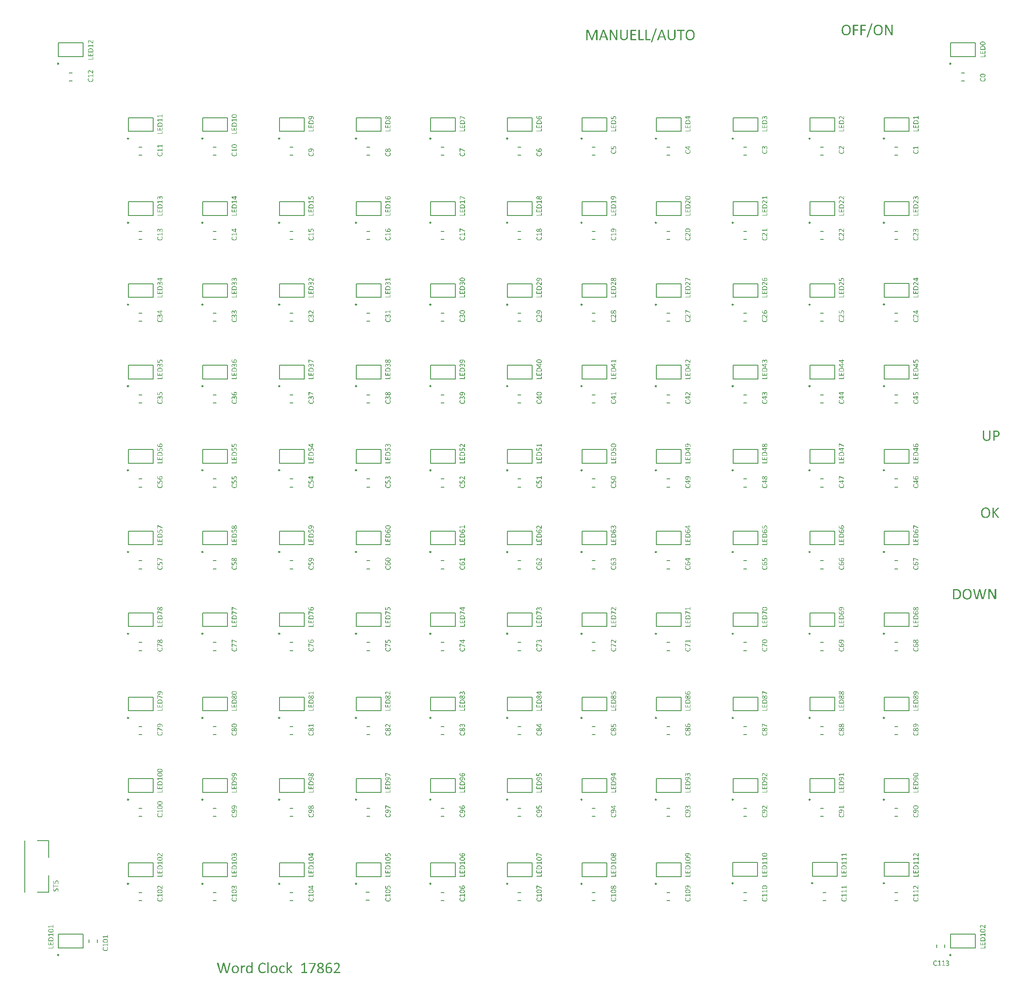
<source format=gbr>
%TF.GenerationSoftware,Altium Limited,Altium Designer,24.5.1 (21)*%
G04 Layer_Color=65280*
%FSLAX45Y45*%
%MOMM*%
%TF.SameCoordinates,D7596F51-2DA0-4622-90E6-AC5F46AEA47A*%
%TF.FilePolarity,Positive*%
%TF.FileFunction,Legend,Top*%
%TF.Part,Single*%
G01*
G75*
%TA.AperFunction,NonConductor*%
%ADD62C,0.25000*%
%ADD63C,0.20000*%
G36*
X8920841Y7090438D02*
X8922174Y7090272D01*
X8923507Y7089772D01*
X8923673Y7089605D01*
X8924173Y7089272D01*
X8924840Y7088439D01*
X8925006Y7087606D01*
Y7075942D01*
X8946834D01*
X8947167D01*
X8947834Y7075609D01*
X8948167Y7075276D01*
X8948334Y7074942D01*
X8948667Y7074443D01*
Y7074276D01*
X8948834Y7073943D01*
Y7073110D01*
X8949000Y7072276D01*
Y7071277D01*
X8949167Y7070277D01*
Y7066611D01*
X8949000Y7065445D01*
Y7065278D01*
X8948834Y7064612D01*
Y7063945D01*
X8948667Y7063279D01*
Y7063112D01*
X8948500Y7062945D01*
X8947834Y7062279D01*
X8947667D01*
X8947501D01*
X8946834Y7062112D01*
X8925006D01*
Y7019123D01*
X8924840Y7018124D01*
Y7017957D01*
X8924673Y7017790D01*
X8924340Y7017291D01*
X8924007Y7016957D01*
X8923840D01*
X8923507Y7016624D01*
X8923007Y7016457D01*
X8922174Y7016291D01*
X8922007D01*
X8921341D01*
X8920341Y7016124D01*
X8919008D01*
X8918675D01*
X8918175D01*
X8917175D01*
X8916342D01*
X8916175D01*
X8915675D01*
X8915009D01*
X8914176Y7016291D01*
X8914009D01*
X8913509Y7016457D01*
X8912343Y7016957D01*
X8912176Y7017124D01*
X8911676Y7017291D01*
X8911010Y7017624D01*
X8910177Y7017957D01*
X8847193Y7054948D01*
X8847026D01*
X8846860Y7055281D01*
X8846526Y7055614D01*
X8846193Y7056114D01*
X8846027Y7056281D01*
X8845860Y7056614D01*
X8845693Y7057280D01*
X8845360Y7058113D01*
Y7058280D01*
X8845193Y7058947D01*
X8845027Y7059946D01*
X8844860Y7061113D01*
Y7061446D01*
X8844694Y7062279D01*
Y7067111D01*
X8844860Y7068611D01*
X8845027Y7070110D01*
Y7070444D01*
X8845193Y7071277D01*
X8845360Y7072276D01*
X8845527Y7073276D01*
Y7073443D01*
X8845693Y7074109D01*
X8846027Y7074609D01*
X8846360Y7075276D01*
Y7075442D01*
X8846693Y7075609D01*
X8847026Y7075776D01*
X8847526Y7075942D01*
X8913676D01*
Y7087772D01*
X8913842Y7088439D01*
X8914342Y7089105D01*
X8915175Y7089772D01*
X8915342Y7089939D01*
X8916175Y7090272D01*
X8917508Y7090438D01*
X8919341Y7090605D01*
X8919508D01*
X8919841D01*
X8920841Y7090438D01*
D02*
G37*
G36*
X8853691Y7004794D02*
X8853858D01*
X8854358Y7004627D01*
X8855191D01*
X8856024Y7004460D01*
X8856191D01*
X8856690Y7004294D01*
X8857357Y7004127D01*
X8858023Y7003794D01*
X8858190D01*
X8858690Y7003627D01*
X8859356Y7003294D01*
X8860190Y7002961D01*
X8946168Y6965804D01*
X8946334D01*
X8946667Y6965470D01*
X8947834Y6964637D01*
Y6964471D01*
X8948167Y6964304D01*
X8948334Y6963804D01*
X8948667Y6963138D01*
Y6962971D01*
X8948834Y6962471D01*
Y6961805D01*
X8949000Y6960805D01*
Y6959805D01*
X8949167Y6958805D01*
Y6955806D01*
X8949000Y6954473D01*
X8948834Y6953140D01*
Y6952974D01*
X8948667Y6952307D01*
X8948500Y6951641D01*
X8948167Y6950974D01*
X8948000Y6950808D01*
X8947834Y6950641D01*
X8947501Y6950474D01*
X8947001Y6950308D01*
X8946834D01*
X8946501Y6950474D01*
X8945834Y6950641D01*
X8945168Y6950974D01*
X8857190Y6990131D01*
Y6940310D01*
X8857024Y6939644D01*
X8856524Y6938811D01*
X8855691Y6938144D01*
X8855357Y6937977D01*
X8854524Y6937811D01*
X8853025Y6937644D01*
X8851192Y6937478D01*
X8850859D01*
X8850359D01*
X8849526D01*
X8848692Y6937644D01*
X8848526D01*
X8848026Y6937811D01*
X8847359Y6937977D01*
X8846860Y6938144D01*
X8846693Y6938311D01*
X8846360Y6938477D01*
X8846027Y6938811D01*
X8845693Y6939144D01*
X8845527Y6939310D01*
X8845360Y6939477D01*
X8845193Y6939977D01*
Y7001461D01*
X8845527Y7002628D01*
Y7002794D01*
X8845693Y7003127D01*
X8846027Y7003627D01*
X8846526Y7003961D01*
X8846693Y7004127D01*
X8847026Y7004294D01*
X8847526Y7004460D01*
X8848359Y7004627D01*
X8848526D01*
X8849026Y7004794D01*
X8850025Y7004960D01*
X8851192D01*
X8851358D01*
X8852025D01*
X8852858D01*
X8853691Y7004794D01*
D02*
G37*
G36*
X8936503Y6924814D02*
X8936670D01*
X8937003D01*
X8938170Y6924481D01*
X8938336D01*
X8938503Y6924314D01*
X8939336Y6923981D01*
X8939503D01*
X8939669Y6923648D01*
X8940169Y6923315D01*
X8940669Y6922815D01*
X8940836Y6922648D01*
X8941335Y6922148D01*
X8942002Y6921148D01*
X8942502Y6920315D01*
X8943168Y6919482D01*
Y6919316D01*
X8943502Y6918982D01*
X8943835Y6918482D01*
X8944168Y6917816D01*
X8944668Y6916816D01*
X8945334Y6915816D01*
X8946501Y6913151D01*
Y6912984D01*
X8946667Y6912484D01*
X8947001Y6911651D01*
X8947334Y6910651D01*
X8947834Y6909485D01*
X8948167Y6907985D01*
X8948667Y6906319D01*
X8949000Y6904486D01*
Y6904319D01*
X8949167Y6903653D01*
X8949333Y6902653D01*
X8949500Y6901320D01*
X8949667Y6899821D01*
X8949833Y6897988D01*
X8950000Y6895988D01*
Y6892156D01*
X8949833Y6891156D01*
Y6890156D01*
X8949500Y6887657D01*
X8949167Y6884824D01*
X8948667Y6881825D01*
X8947834Y6878659D01*
X8946667Y6875493D01*
Y6875327D01*
X8946501Y6875160D01*
X8946001Y6874160D01*
X8945334Y6872661D01*
X8944168Y6870828D01*
X8942835Y6868662D01*
X8941169Y6866329D01*
X8939169Y6863996D01*
X8936837Y6861664D01*
X8936503Y6861497D01*
X8935670Y6860664D01*
X8934171Y6859664D01*
X8932338Y6858498D01*
X8930005Y6856998D01*
X8927172Y6855665D01*
X8924173Y6854166D01*
X8920674Y6852999D01*
X8920507D01*
X8920174Y6852833D01*
X8919674Y6852666D01*
X8919008Y6852499D01*
X8918008Y6852333D01*
X8917008Y6852000D01*
X8915675Y6851833D01*
X8914176Y6851500D01*
X8911010Y6851000D01*
X8907178Y6850500D01*
X8903012Y6850167D01*
X8898346Y6850000D01*
X8898180D01*
X8897847D01*
X8897013D01*
X8896180D01*
X8895014Y6850167D01*
X8893681D01*
X8890682Y6850333D01*
X8887183Y6850833D01*
X8883350Y6851333D01*
X8879351Y6852166D01*
X8875519Y6853166D01*
X8875352D01*
X8875019Y6853332D01*
X8874519Y6853499D01*
X8873853Y6853832D01*
X8871853Y6854499D01*
X8869520Y6855665D01*
X8866855Y6856832D01*
X8864022Y6858498D01*
X8861023Y6860331D01*
X8858357Y6862497D01*
X8858023Y6862830D01*
X8857190Y6863497D01*
X8856024Y6864830D01*
X8854358Y6866496D01*
X8852691Y6868662D01*
X8850859Y6871161D01*
X8849192Y6873827D01*
X8847693Y6876826D01*
Y6876993D01*
X8847526Y6877160D01*
X8847359Y6877660D01*
X8847026Y6878326D01*
X8846526Y6879992D01*
X8845693Y6882325D01*
X8845027Y6885158D01*
X8844527Y6888157D01*
X8844027Y6891656D01*
X8843860Y6895322D01*
Y6896988D01*
X8844027Y6898154D01*
Y6899487D01*
X8844194Y6900820D01*
X8844860Y6903986D01*
Y6904153D01*
X8845027Y6904653D01*
X8845193Y6905486D01*
X8845360Y6906652D01*
X8846193Y6909152D01*
X8847026Y6911818D01*
Y6911984D01*
X8847193Y6912484D01*
X8847526Y6913151D01*
X8847859Y6913984D01*
X8848692Y6916150D01*
X8849859Y6918316D01*
Y6918482D01*
X8850192Y6918816D01*
X8850859Y6919815D01*
X8851692Y6921148D01*
X8852192Y6921648D01*
X8852691Y6922148D01*
X8852858Y6922315D01*
X8853191Y6922815D01*
X8853858Y6923315D01*
X8854358Y6923648D01*
X8854524D01*
X8854691Y6923814D01*
X8855691Y6924148D01*
X8855857D01*
X8856191Y6924314D01*
X8856690D01*
X8857524Y6924481D01*
X8857690D01*
X8858190Y6924648D01*
X8858857D01*
X8859856D01*
X8860190D01*
X8860856D01*
X8861689D01*
X8862689Y6924481D01*
X8862856D01*
X8863355Y6924314D01*
X8864522Y6923981D01*
X8864688D01*
X8864855Y6923814D01*
X8865522Y6923148D01*
X8865688Y6922815D01*
X8865855Y6922148D01*
Y6921982D01*
X8865688Y6921315D01*
X8865188Y6920315D01*
X8864355Y6918982D01*
Y6918816D01*
X8864022Y6918649D01*
X8863855Y6918149D01*
X8863355Y6917649D01*
X8862356Y6915983D01*
X8861023Y6913817D01*
X8860856Y6913650D01*
X8860689Y6913317D01*
X8860356Y6912651D01*
X8859856Y6911651D01*
X8859356Y6910485D01*
X8858690Y6909152D01*
X8858023Y6907652D01*
X8857524Y6905986D01*
Y6905819D01*
X8857190Y6905153D01*
X8857024Y6904153D01*
X8856690Y6902986D01*
X8856357Y6901320D01*
X8856191Y6899487D01*
X8855857Y6897488D01*
Y6893989D01*
X8856024Y6892656D01*
X8856191Y6890990D01*
X8856524Y6888990D01*
X8857024Y6886824D01*
X8857690Y6884658D01*
X8858690Y6882492D01*
X8858857Y6882325D01*
X8859190Y6881492D01*
X8859856Y6880492D01*
X8860689Y6879159D01*
X8861856Y6877660D01*
X8863355Y6875993D01*
X8865022Y6874327D01*
X8866855Y6872828D01*
X8867021Y6872661D01*
X8867854Y6872161D01*
X8869021Y6871495D01*
X8870520Y6870495D01*
X8872353Y6869495D01*
X8874686Y6868495D01*
X8877185Y6867496D01*
X8880018Y6866662D01*
X8880351Y6866496D01*
X8881351Y6866329D01*
X8883017Y6865996D01*
X8885017Y6865663D01*
X8887683Y6865163D01*
X8890682Y6864830D01*
X8894014Y6864663D01*
X8897513Y6864496D01*
X8897680D01*
X8898013D01*
X8898513D01*
X8899180D01*
X8901012Y6864663D01*
X8903345Y6864830D01*
X8906178Y6864996D01*
X8909010Y6865329D01*
X8912010Y6865829D01*
X8915009Y6866496D01*
X8915342Y6866662D01*
X8916175Y6866829D01*
X8917675Y6867329D01*
X8919341Y6868162D01*
X8921341Y6868995D01*
X8923507Y6869995D01*
X8925673Y6871328D01*
X8927672Y6872661D01*
X8927839Y6872828D01*
X8928505Y6873327D01*
X8929339Y6874160D01*
X8930505Y6875327D01*
X8931671Y6876826D01*
X8933004Y6878493D01*
X8934171Y6880326D01*
X8935337Y6882325D01*
X8935504Y6882658D01*
X8935670Y6883325D01*
X8936170Y6884491D01*
X8936503Y6886157D01*
X8937003Y6888157D01*
X8937503Y6890323D01*
X8937670Y6892822D01*
X8937836Y6895488D01*
Y6896488D01*
X8937670Y6897654D01*
Y6899154D01*
X8937503Y6900820D01*
X8937170Y6902653D01*
X8936337Y6906319D01*
Y6906486D01*
X8936003Y6907152D01*
X8935837Y6907985D01*
X8935337Y6908985D01*
X8934337Y6911651D01*
X8933004Y6914150D01*
X8932838Y6914317D01*
X8932671Y6914650D01*
X8932338Y6915317D01*
X8931838Y6916150D01*
X8930838Y6917816D01*
X8929672Y6919482D01*
Y6919649D01*
X8929339Y6919815D01*
X8928839Y6920649D01*
X8928339Y6921815D01*
X8928006Y6922815D01*
Y6923148D01*
X8928339Y6923648D01*
Y6923814D01*
X8928505Y6923981D01*
X8928839Y6924148D01*
X8929339Y6924314D01*
X8929505D01*
X8929838Y6924481D01*
X8930338Y6924648D01*
X8931171Y6924814D01*
X8931338D01*
X8932004Y6924981D01*
X8933004D01*
X8934171D01*
X8934337D01*
X8935004D01*
X8935670D01*
X8936503Y6924814D01*
D02*
G37*
G36*
X718341Y2222610D02*
X720341Y2222443D01*
X722674Y2222110D01*
X725173Y2221610D01*
X727672Y2220943D01*
X730172Y2219944D01*
X730505Y2219777D01*
X731172Y2219444D01*
X732338Y2218777D01*
X733837Y2217944D01*
X735670Y2216778D01*
X737337Y2215445D01*
X739169Y2213779D01*
X741002Y2211946D01*
X741169Y2211779D01*
X741669Y2211113D01*
X742502Y2209946D01*
X743502Y2208613D01*
X744668Y2206780D01*
X745834Y2204781D01*
X746834Y2202448D01*
X747834Y2199782D01*
X748001Y2199449D01*
X748167Y2198616D01*
X748500Y2197116D01*
X748834Y2195283D01*
X749334Y2192951D01*
X749667Y2190285D01*
X749833Y2187285D01*
X750000Y2184120D01*
Y2182287D01*
X749833Y2181120D01*
Y2179787D01*
X749667Y2178288D01*
X749167Y2174955D01*
Y2174789D01*
X749000Y2174289D01*
X748834Y2173456D01*
X748667Y2172456D01*
X748167Y2169957D01*
X747667Y2167291D01*
Y2167124D01*
X747501Y2166791D01*
X747334Y2166124D01*
X747001Y2165291D01*
X746501Y2163625D01*
X745834Y2161792D01*
Y2161625D01*
X745668Y2161459D01*
X745335Y2160626D01*
X744835Y2159626D01*
X744335Y2158959D01*
X744168D01*
X744002Y2158626D01*
X743335Y2158126D01*
X743168D01*
X743002Y2157960D01*
X742169Y2157626D01*
X742002D01*
X741669D01*
X741002Y2157460D01*
X740336D01*
X740169D01*
X739669D01*
X738836D01*
X737836D01*
X737670D01*
X737003D01*
X736337D01*
X735504D01*
X735337D01*
X734837Y2157626D01*
X734171Y2157793D01*
X733671Y2157960D01*
X733504D01*
X733338Y2158126D01*
X732671Y2158626D01*
Y2158793D01*
X732505Y2158959D01*
X732338Y2159626D01*
Y2159792D01*
X732505Y2160292D01*
X732671Y2160959D01*
X733338Y2162125D01*
X733504Y2162458D01*
X734004Y2163292D01*
X734671Y2164791D01*
X735504Y2166624D01*
Y2166791D01*
X735670Y2167124D01*
X735837Y2167790D01*
X736170Y2168624D01*
X736503Y2169623D01*
X736837Y2170956D01*
X737670Y2173789D01*
Y2173956D01*
X737836Y2174455D01*
X738003Y2175455D01*
X738170Y2176622D01*
X738336Y2178121D01*
X738503Y2179787D01*
X738670Y2181620D01*
Y2185786D01*
X738503Y2186952D01*
X738336Y2188452D01*
X738170Y2190118D01*
X737503Y2193617D01*
Y2193784D01*
X737170Y2194450D01*
X737003Y2195283D01*
X736503Y2196283D01*
X735170Y2198782D01*
X733504Y2201282D01*
X733338Y2201448D01*
X733004Y2201782D01*
X732505Y2202448D01*
X731671Y2203115D01*
X730672Y2203948D01*
X729505Y2204781D01*
X728172Y2205614D01*
X726673Y2206281D01*
X726506Y2206447D01*
X726006Y2206614D01*
X725006Y2206947D01*
X723840Y2207280D01*
X722340Y2207614D01*
X720674Y2207947D01*
X718841Y2208280D01*
X716675D01*
X716509D01*
X715842D01*
X714842D01*
X713676Y2208113D01*
X712343Y2207947D01*
X710843Y2207614D01*
X708011Y2206614D01*
X707844D01*
X707344Y2206281D01*
X706678Y2205947D01*
X705845Y2205447D01*
X703679Y2203948D01*
X702679Y2202948D01*
X701679Y2201782D01*
X701512Y2201615D01*
X701179Y2201282D01*
X700846Y2200449D01*
X700179Y2199616D01*
X699513Y2198449D01*
X699013Y2196950D01*
X698347Y2195450D01*
X697847Y2193617D01*
Y2193451D01*
X697680Y2192784D01*
X697347Y2191618D01*
X697180Y2190285D01*
X696847Y2188618D01*
X696680Y2186452D01*
X696514Y2184286D01*
Y2178954D01*
X696680Y2176288D01*
X697014Y2173456D01*
Y2172789D01*
X697180Y2172123D01*
Y2171290D01*
X697347Y2169123D01*
X697513Y2166791D01*
Y2166457D01*
X697347Y2165624D01*
X697014Y2164625D01*
X696514Y2163625D01*
X696347Y2163458D01*
X695681Y2163292D01*
X694348Y2162958D01*
X693514Y2162792D01*
X692515D01*
X650359D01*
X650192D01*
X649859D01*
X648859Y2162958D01*
X647526Y2163292D01*
X646360Y2163958D01*
X646193Y2164125D01*
X645693Y2164791D01*
X645194Y2165958D01*
X645027Y2167457D01*
Y2213612D01*
X645194Y2214112D01*
X645527Y2214445D01*
Y2214612D01*
X645693Y2214778D01*
X646527Y2215445D01*
X646693Y2215612D01*
X647026Y2215778D01*
X647526Y2215945D01*
X648359Y2216111D01*
X648526D01*
X649193Y2216278D01*
X650026Y2216445D01*
X651025D01*
X651192D01*
X651525D01*
X652025D01*
X652692Y2216278D01*
X654191Y2216111D01*
X655524Y2215612D01*
X655691Y2215445D01*
X656191Y2215112D01*
X656857Y2214279D01*
X657024Y2213445D01*
Y2176622D01*
X686183D01*
Y2176788D01*
X686016Y2177121D01*
Y2177621D01*
X685850Y2178288D01*
X685683Y2179954D01*
Y2183120D01*
X685517Y2183786D01*
Y2189951D01*
X685683Y2191451D01*
X685850Y2193617D01*
X686016Y2195950D01*
X686350Y2198449D01*
X687016Y2200949D01*
X687683Y2203448D01*
X687849Y2203781D01*
X688016Y2204448D01*
X688516Y2205614D01*
X689182Y2207114D01*
X690015Y2208780D01*
X691182Y2210613D01*
X692348Y2212279D01*
X693681Y2213945D01*
X693848Y2214112D01*
X694348Y2214612D01*
X695181Y2215445D01*
X696347Y2216445D01*
X697680Y2217444D01*
X699346Y2218444D01*
X701179Y2219610D01*
X703179Y2220444D01*
X703345Y2220610D01*
X704178Y2220777D01*
X705345Y2221110D01*
X706678Y2221610D01*
X708511Y2222110D01*
X710677Y2222443D01*
X712843Y2222610D01*
X715342Y2222776D01*
X715509D01*
X715675D01*
X716675D01*
X718341Y2222610D01*
D02*
G37*
G36*
X653691Y2148129D02*
X653858D01*
X654358Y2147962D01*
X655024Y2147796D01*
X655524Y2147462D01*
X655691D01*
X655857Y2147296D01*
X656524Y2146629D01*
Y2146296D01*
X656691Y2145463D01*
Y2116470D01*
X746501D01*
X746668D01*
X746834D01*
X747667Y2116137D01*
X748001Y2115804D01*
X748167Y2115470D01*
X748334Y2114971D01*
Y2114804D01*
X748500Y2114471D01*
Y2113638D01*
X748667Y2112805D01*
Y2112638D01*
X748834Y2111971D01*
X749000Y2110805D01*
Y2108306D01*
X748834Y2107306D01*
X748667Y2106140D01*
Y2105973D01*
X748500Y2105306D01*
Y2104640D01*
X748334Y2103973D01*
Y2103807D01*
X748167Y2103474D01*
X748001Y2103140D01*
X747667Y2102807D01*
X747501D01*
X747334D01*
X746501Y2102640D01*
X656691D01*
Y2073148D01*
X656524Y2072315D01*
X656191Y2071982D01*
X655524Y2071482D01*
X655358D01*
X655024Y2071315D01*
X654524Y2071149D01*
X653691Y2070982D01*
X653525D01*
X652858D01*
X652025Y2070815D01*
X651025D01*
X650692D01*
X650192D01*
X649193D01*
X648359Y2070982D01*
X648193D01*
X647693Y2071149D01*
X647026Y2071315D01*
X646527Y2071482D01*
X646360D01*
X646027Y2071648D01*
X645693Y2071982D01*
X645360Y2072315D01*
Y2072482D01*
X645194Y2072648D01*
X645027Y2073481D01*
Y2145796D01*
X645360Y2146629D01*
Y2146796D01*
X645693Y2146962D01*
X646027Y2147129D01*
X646527Y2147462D01*
X646693Y2147629D01*
X647026Y2147796D01*
X647526Y2147962D01*
X648359Y2148129D01*
X648526D01*
X649193Y2148295D01*
X650026D01*
X651025D01*
X651192D01*
X651858D01*
X652858D01*
X653691Y2148129D01*
D02*
G37*
G36*
X722174Y2063484D02*
X723840Y2063317D01*
X725840Y2062984D01*
X728006Y2062484D01*
X730338Y2061818D01*
X732505Y2060818D01*
X732671Y2060651D01*
X733504Y2060318D01*
X734504Y2059651D01*
X735837Y2058818D01*
X737337Y2057819D01*
X739003Y2056486D01*
X740669Y2054986D01*
X742169Y2053320D01*
X742335Y2053153D01*
X742835Y2052487D01*
X743502Y2051487D01*
X744335Y2050154D01*
X745335Y2048488D01*
X746334Y2046655D01*
X747334Y2044489D01*
X748167Y2042156D01*
Y2041823D01*
X748500Y2040990D01*
X748667Y2039823D01*
X749000Y2037990D01*
X749334Y2035991D01*
X749667Y2033658D01*
X749833Y2031159D01*
X750000Y2028326D01*
Y2026493D01*
X749833Y2025160D01*
Y2023661D01*
X749667Y2021994D01*
X749167Y2018662D01*
Y2018495D01*
X749000Y2017995D01*
X748834Y2017162D01*
X748500Y2015996D01*
X747834Y2013497D01*
X747001Y2010831D01*
Y2010664D01*
X746834Y2010331D01*
X746501Y2009664D01*
X746168Y2008831D01*
X745335Y2006832D01*
X744335Y2004999D01*
Y2004832D01*
X744168Y2004666D01*
X743502Y2003666D01*
X742835Y2002666D01*
X742002Y2001666D01*
X741835Y2001500D01*
X741336Y2001166D01*
X740669Y2000833D01*
X739669Y2000333D01*
X739336D01*
X738670Y2000167D01*
X737337Y2000000D01*
X735670D01*
X735504D01*
X735337D01*
X734671D01*
X733671D01*
X732671D01*
X732505D01*
X732005Y2000167D01*
X731338Y2000333D01*
X730838Y2000500D01*
X730672D01*
X730505Y2000667D01*
X729839Y2001333D01*
Y2001500D01*
X729672Y2001666D01*
X729505Y2002499D01*
Y2002666D01*
X729672Y2003333D01*
X730172Y2004332D01*
X731005Y2005665D01*
Y2005832D01*
X731172Y2005999D01*
X731505Y2006498D01*
X731838Y2006998D01*
X732838Y2008665D01*
X734004Y2010831D01*
Y2010997D01*
X734171Y2011497D01*
X734504Y2012164D01*
X734837Y2012997D01*
X735337Y2014163D01*
X735837Y2015496D01*
X736837Y2018662D01*
Y2018829D01*
X737003Y2019495D01*
X737170Y2020328D01*
X737503Y2021661D01*
X737670Y2023161D01*
X738003Y2024994D01*
X738170Y2026827D01*
Y2030659D01*
X738003Y2031659D01*
X737836Y2032992D01*
X737670Y2034325D01*
X737003Y2037157D01*
Y2037324D01*
X736837Y2037824D01*
X736503Y2038490D01*
X736170Y2039490D01*
X735170Y2041489D01*
X733671Y2043656D01*
X733504Y2043822D01*
X733338Y2044155D01*
X732838Y2044655D01*
X732171Y2045155D01*
X730505Y2046488D01*
X728339Y2047821D01*
X728172D01*
X727839Y2047988D01*
X727173Y2048321D01*
X726173Y2048654D01*
X725173Y2048821D01*
X723840Y2049154D01*
X721007Y2049321D01*
X720841D01*
X720341D01*
X719508Y2049154D01*
X718508Y2048988D01*
X716009Y2048488D01*
X714842Y2047821D01*
X713676Y2047155D01*
X713509Y2046988D01*
X713176Y2046821D01*
X712510Y2046322D01*
X711843Y2045822D01*
X710010Y2043989D01*
X708177Y2041823D01*
X708011Y2041656D01*
X707678Y2041323D01*
X707344Y2040656D01*
X706678Y2039657D01*
X706011Y2038657D01*
X705345Y2037324D01*
X703845Y2034325D01*
X703679Y2034158D01*
X703512Y2033658D01*
X703179Y2032825D01*
X702512Y2031659D01*
X702012Y2030492D01*
X701346Y2028993D01*
X699846Y2025827D01*
X699680Y2025660D01*
X699513Y2025160D01*
X699013Y2024161D01*
X698513Y2023161D01*
X697847Y2021828D01*
X697014Y2020495D01*
X695347Y2017329D01*
X695181Y2017162D01*
X694847Y2016662D01*
X694348Y2015829D01*
X693681Y2014830D01*
X691848Y2012497D01*
X689516Y2009831D01*
X689349Y2009664D01*
X688849Y2009331D01*
X688183Y2008665D01*
X687183Y2007998D01*
X686016Y2006998D01*
X684683Y2006165D01*
X681518Y2004499D01*
X681351D01*
X680684Y2004166D01*
X679685Y2003832D01*
X678518Y2003499D01*
X676852Y2003166D01*
X675019Y2002833D01*
X673020Y2002666D01*
X670687Y2002499D01*
X670354D01*
X669521D01*
X668354Y2002666D01*
X666855Y2002833D01*
X665022Y2002999D01*
X663022Y2003499D01*
X661189Y2003999D01*
X659190Y2004832D01*
X659023Y2004999D01*
X658357Y2005332D01*
X657357Y2005832D01*
X656191Y2006498D01*
X654858Y2007498D01*
X653358Y2008498D01*
X652025Y2009831D01*
X650692Y2011330D01*
X650525Y2011497D01*
X650192Y2011997D01*
X649526Y2012997D01*
X648693Y2014163D01*
X647860Y2015663D01*
X647026Y2017329D01*
X646193Y2019162D01*
X645360Y2021328D01*
X645194Y2021661D01*
X645027Y2022328D01*
X644694Y2023494D01*
X644360Y2025160D01*
X644027Y2026993D01*
X643861Y2028993D01*
X643527Y2031325D01*
Y2035991D01*
X643861Y2038324D01*
X644194Y2040823D01*
Y2040990D01*
X644360Y2041489D01*
X644527Y2042156D01*
X644694Y2042989D01*
X645194Y2044989D01*
X645860Y2047321D01*
Y2047488D01*
X646027Y2047821D01*
X646193Y2048488D01*
X646527Y2049154D01*
X647193Y2050987D01*
X648026Y2052820D01*
Y2052986D01*
X648193Y2053153D01*
X648693Y2054153D01*
X649359Y2055153D01*
X649692Y2055652D01*
X650026Y2055986D01*
X650192Y2056152D01*
X650359Y2056486D01*
X650859Y2056819D01*
X651192Y2056985D01*
X651525Y2057152D01*
X652358Y2057485D01*
X652525D01*
X652858Y2057652D01*
X653358D01*
X654025D01*
X654191D01*
X654691Y2057819D01*
X655524D01*
X656524D01*
X656691D01*
X657357D01*
X658190D01*
X659023Y2057652D01*
X659190D01*
X659690Y2057485D01*
X661023Y2057152D01*
X661189D01*
X661356Y2056985D01*
X662023Y2056486D01*
X662189Y2056319D01*
X662356Y2055652D01*
Y2055486D01*
X662189Y2054986D01*
X661856Y2053986D01*
X661356Y2052820D01*
X661189Y2052487D01*
X660523Y2051487D01*
X659856Y2050154D01*
X658857Y2048154D01*
Y2047988D01*
X658523Y2047655D01*
X658357Y2047155D01*
X658024Y2046322D01*
X657524Y2045322D01*
X657024Y2044322D01*
X656191Y2041656D01*
Y2041489D01*
X656024Y2040990D01*
X655857Y2040323D01*
X655524Y2039323D01*
X655358Y2037990D01*
X655191Y2036657D01*
X655024Y2033325D01*
Y2031825D01*
X655191Y2030826D01*
X655524Y2028326D01*
X656191Y2025827D01*
Y2025660D01*
X656357Y2025327D01*
X656691Y2024660D01*
X657024Y2023994D01*
X658024Y2022328D01*
X659357Y2020495D01*
X659690Y2020162D01*
X660523Y2019328D01*
X662023Y2018329D01*
X663855Y2017496D01*
X664022D01*
X664355Y2017329D01*
X664855Y2017162D01*
X665522Y2016996D01*
X667355Y2016662D01*
X669354Y2016496D01*
X669521D01*
X670021D01*
X670854Y2016662D01*
X671853Y2016829D01*
X674353Y2017329D01*
X675686Y2017829D01*
X676852Y2018495D01*
X677019Y2018662D01*
X677352Y2018829D01*
X678018Y2019328D01*
X678685Y2019828D01*
X680518Y2021495D01*
X682517Y2023661D01*
X682684Y2023827D01*
X682851Y2024327D01*
X683350Y2024994D01*
X683850Y2025827D01*
X684517Y2026993D01*
X685350Y2028160D01*
X686850Y2031159D01*
X687016Y2031325D01*
X687183Y2031992D01*
X687516Y2032825D01*
X688016Y2033825D01*
X688682Y2035158D01*
X689349Y2036657D01*
X690849Y2039823D01*
X691015Y2039990D01*
X691182Y2040656D01*
X691682Y2041489D01*
X692181Y2042656D01*
X692848Y2043989D01*
X693514Y2045322D01*
X695347Y2048488D01*
X695514Y2048654D01*
X695681Y2049154D01*
X696180Y2049987D01*
X696847Y2051154D01*
X698680Y2053486D01*
X701013Y2056152D01*
X701179Y2056319D01*
X701679Y2056652D01*
X702346Y2057319D01*
X703179Y2058152D01*
X704345Y2058985D01*
X705678Y2059818D01*
X708844Y2061484D01*
X709011Y2061651D01*
X709677Y2061818D01*
X710510Y2062151D01*
X711843Y2062651D01*
X713343Y2062984D01*
X715176Y2063317D01*
X717342Y2063484D01*
X719508Y2063650D01*
X719841D01*
X720674D01*
X722174Y2063484D01*
D02*
G37*
G36*
X1744835Y1119585D02*
X1745668Y1119418D01*
X1745834D01*
X1746168Y1119252D01*
X1747334Y1118752D01*
X1747501D01*
X1747667Y1118585D01*
X1748334Y1117919D01*
Y1117585D01*
X1748500Y1116752D01*
Y1062266D01*
X1748334Y1061433D01*
X1748001Y1061266D01*
X1747334Y1060600D01*
X1747167D01*
X1746834Y1060267D01*
X1746334Y1060100D01*
X1745668Y1059933D01*
X1745501D01*
X1745001D01*
X1744168Y1059767D01*
X1743168D01*
X1742835D01*
X1742335D01*
X1741502D01*
X1740669Y1059933D01*
X1740502D01*
X1740003Y1060100D01*
X1739003Y1060433D01*
X1738836Y1060600D01*
X1738670Y1060766D01*
X1738003Y1061433D01*
X1737837Y1061600D01*
X1737670Y1061766D01*
X1737503Y1062099D01*
Y1084260D01*
X1658857D01*
X1670854Y1064266D01*
X1671020Y1064099D01*
X1671354Y1063432D01*
X1671687Y1062599D01*
X1671853Y1061766D01*
Y1060766D01*
X1671520Y1060267D01*
X1671354D01*
X1671187Y1059933D01*
X1670520Y1059767D01*
X1669854Y1059600D01*
X1669687D01*
X1669021D01*
X1668021Y1059433D01*
X1666688D01*
X1666521D01*
X1665855D01*
X1665188D01*
X1664522D01*
X1664355D01*
X1663855Y1059600D01*
X1662856Y1059767D01*
X1662689D01*
X1662522Y1059933D01*
X1661689Y1060433D01*
X1661523Y1060600D01*
X1661356Y1060766D01*
X1660690Y1061600D01*
X1645360Y1085427D01*
X1645194Y1085593D01*
X1645027Y1086260D01*
Y1086427D01*
X1644860Y1086593D01*
X1644694Y1087426D01*
Y1087593D01*
X1644527Y1087926D01*
Y1089259D01*
X1644360Y1089759D01*
Y1093758D01*
X1644527Y1094758D01*
Y1094924D01*
X1644694Y1095591D01*
X1644860Y1096091D01*
X1645027Y1096757D01*
Y1096924D01*
X1645194Y1097257D01*
X1645527Y1097590D01*
X1645860Y1097757D01*
X1646027Y1097924D01*
X1646693Y1098090D01*
X1737503D01*
Y1117085D01*
X1737670Y1117585D01*
X1738003Y1117919D01*
Y1118085D01*
X1738170Y1118252D01*
X1739003Y1118918D01*
X1739169D01*
X1739503Y1119085D01*
X1740003Y1119252D01*
X1740669Y1119418D01*
X1740836D01*
X1741336Y1119585D01*
X1742169Y1119751D01*
X1743168D01*
X1743335D01*
X1744002D01*
X1744835Y1119585D01*
D02*
G37*
G36*
X1701013Y1039605D02*
X1703845D01*
X1707178Y1039272D01*
X1710843Y1038939D01*
X1714509Y1038439D01*
X1718341Y1037772D01*
X1718508D01*
X1718841D01*
X1719341Y1037606D01*
X1720008Y1037439D01*
X1721841Y1036939D01*
X1724173Y1036273D01*
X1726839Y1035440D01*
X1729672Y1034440D01*
X1732505Y1033107D01*
X1735337Y1031607D01*
X1735670Y1031441D01*
X1736504Y1030774D01*
X1737670Y1029941D01*
X1739336Y1028608D01*
X1741002Y1026942D01*
X1742835Y1024942D01*
X1744668Y1022610D01*
X1746168Y1020110D01*
X1746334Y1019777D01*
X1746834Y1018944D01*
X1747334Y1017444D01*
X1748001Y1015278D01*
X1748834Y1012779D01*
X1749334Y1009946D01*
X1749833Y1006614D01*
X1750000Y1002948D01*
Y1001282D01*
X1749833Y999449D01*
X1749500Y997283D01*
X1749167Y994617D01*
X1748667Y991784D01*
X1747834Y989118D01*
X1746668Y986452D01*
X1746501Y986119D01*
X1746001Y985286D01*
X1745168Y984119D01*
X1744002Y982620D01*
X1742669Y980954D01*
X1740836Y979121D01*
X1738836Y977288D01*
X1736504Y975622D01*
X1736170Y975455D01*
X1735337Y974955D01*
X1733838Y974289D01*
X1731838Y973456D01*
X1729505Y972456D01*
X1726506Y971623D01*
X1723340Y970623D01*
X1719841Y969956D01*
X1719674D01*
X1719341D01*
X1718841Y969790D01*
X1718008Y969623D01*
X1717175D01*
X1716009Y969457D01*
X1714676Y969290D01*
X1713176Y969123D01*
X1709844Y968790D01*
X1706011Y968623D01*
X1701679Y968290D01*
X1697014D01*
X1696847D01*
X1696514D01*
X1695847D01*
X1695014D01*
X1694014D01*
X1692681Y968457D01*
X1689849D01*
X1686516Y968790D01*
X1682851Y969123D01*
X1679018Y969457D01*
X1675353Y970123D01*
X1675186D01*
X1674853Y970290D01*
X1674353D01*
X1673686Y970456D01*
X1671853Y970956D01*
X1669521Y971623D01*
X1666855Y972456D01*
X1664022Y973622D01*
X1661189Y974788D01*
X1658523Y976288D01*
X1658357D01*
X1658190Y976455D01*
X1657357Y977121D01*
X1656024Y977954D01*
X1654525Y979287D01*
X1652692Y980954D01*
X1650859Y982953D01*
X1649026Y985119D01*
X1647526Y987619D01*
Y987785D01*
X1647360Y987952D01*
X1646860Y988952D01*
X1646193Y990451D01*
X1645527Y992451D01*
X1644860Y994950D01*
X1644194Y997949D01*
X1643694Y1001282D01*
X1643527Y1004947D01*
Y1006614D01*
X1643694Y1008447D01*
X1644027Y1010779D01*
X1644360Y1013279D01*
X1645027Y1016111D01*
X1645860Y1018777D01*
X1647026Y1021443D01*
X1647193Y1021776D01*
X1647693Y1022610D01*
X1648526Y1023776D01*
X1649692Y1025276D01*
X1651025Y1026942D01*
X1652858Y1028775D01*
X1655024Y1030441D01*
X1657357Y1032107D01*
X1657690Y1032274D01*
X1658523Y1032774D01*
X1660023Y1033440D01*
X1661856Y1034440D01*
X1664355Y1035440D01*
X1667188Y1036273D01*
X1670354Y1037273D01*
X1674020Y1037939D01*
X1674186D01*
X1674519Y1038106D01*
X1675019D01*
X1675686Y1038272D01*
X1676685Y1038439D01*
X1677852Y1038605D01*
X1679018Y1038772D01*
X1680518Y1038939D01*
X1683850Y1039272D01*
X1687683Y1039439D01*
X1692015Y1039772D01*
X1696680D01*
X1696847D01*
X1697180D01*
X1697847D01*
X1698680D01*
X1699680D01*
X1701013Y1039605D01*
D02*
G37*
G36*
X1744835Y953627D02*
X1745668Y953461D01*
X1745834D01*
X1746168Y953294D01*
X1747334Y952794D01*
X1747501D01*
X1747667Y952628D01*
X1748334Y951961D01*
Y951628D01*
X1748500Y950795D01*
Y896309D01*
X1748334Y895475D01*
X1748001Y895309D01*
X1747334Y894642D01*
X1747167D01*
X1746834Y894309D01*
X1746334Y894142D01*
X1745668Y893976D01*
X1745501D01*
X1745001D01*
X1744168Y893809D01*
X1743168D01*
X1742835D01*
X1742335D01*
X1741502D01*
X1740669Y893976D01*
X1740502D01*
X1740003Y894142D01*
X1739003Y894476D01*
X1738836Y894642D01*
X1738670Y894809D01*
X1738003Y895475D01*
X1737837Y895642D01*
X1737670Y895809D01*
X1737503Y896142D01*
Y918303D01*
X1658857D01*
X1670854Y898308D01*
X1671020Y898141D01*
X1671354Y897475D01*
X1671687Y896642D01*
X1671853Y895809D01*
Y894809D01*
X1671520Y894309D01*
X1671354D01*
X1671187Y893976D01*
X1670520Y893809D01*
X1669854Y893643D01*
X1669687D01*
X1669021D01*
X1668021Y893476D01*
X1666688D01*
X1666521D01*
X1665855D01*
X1665188D01*
X1664522D01*
X1664355D01*
X1663855Y893643D01*
X1662856Y893809D01*
X1662689D01*
X1662522Y893976D01*
X1661689Y894476D01*
X1661523Y894642D01*
X1661356Y894809D01*
X1660690Y895642D01*
X1645360Y919469D01*
X1645194Y919636D01*
X1645027Y920302D01*
Y920469D01*
X1644860Y920636D01*
X1644694Y921469D01*
Y921635D01*
X1644527Y921969D01*
Y923302D01*
X1644360Y923802D01*
Y927801D01*
X1644527Y928800D01*
Y928967D01*
X1644694Y929633D01*
X1644860Y930133D01*
X1645027Y930800D01*
Y930966D01*
X1645194Y931300D01*
X1645527Y931633D01*
X1645860Y931800D01*
X1646027Y931966D01*
X1646693Y932133D01*
X1737503D01*
Y951128D01*
X1737670Y951628D01*
X1738003Y951961D01*
Y952128D01*
X1738170Y952294D01*
X1739003Y952961D01*
X1739169D01*
X1739503Y953127D01*
X1740003Y953294D01*
X1740669Y953461D01*
X1740836D01*
X1741336Y953627D01*
X1742169Y953794D01*
X1743168D01*
X1743335D01*
X1744002D01*
X1744835Y953627D01*
D02*
G37*
G36*
X1736337Y874814D02*
X1736504D01*
X1736837D01*
X1738003Y874481D01*
X1738170D01*
X1738336Y874314D01*
X1739169Y873981D01*
X1739336D01*
X1739503Y873648D01*
X1740003Y873314D01*
X1740502Y872815D01*
X1740669Y872648D01*
X1741169Y872148D01*
X1741835Y871148D01*
X1742335Y870315D01*
X1743002Y869482D01*
Y869316D01*
X1743335Y868982D01*
X1743668Y868482D01*
X1744002Y867816D01*
X1744501Y866816D01*
X1745168Y865816D01*
X1746334Y863150D01*
Y862984D01*
X1746501Y862484D01*
X1746834Y861651D01*
X1747167Y860651D01*
X1747667Y859485D01*
X1748001Y857985D01*
X1748500Y856319D01*
X1748834Y854486D01*
Y854319D01*
X1749000Y853653D01*
X1749167Y852653D01*
X1749334Y851320D01*
X1749500Y849821D01*
X1749667Y847988D01*
X1749833Y845988D01*
Y842156D01*
X1749667Y841156D01*
Y840156D01*
X1749334Y837657D01*
X1749000Y834824D01*
X1748500Y831825D01*
X1747667Y828659D01*
X1746501Y825493D01*
Y825327D01*
X1746334Y825160D01*
X1745834Y824160D01*
X1745168Y822661D01*
X1744002Y820828D01*
X1742669Y818662D01*
X1741002Y816329D01*
X1739003Y813996D01*
X1736670Y811664D01*
X1736337Y811497D01*
X1735504Y810664D01*
X1734004Y809664D01*
X1732171Y808498D01*
X1729839Y806998D01*
X1727006Y805665D01*
X1724007Y804166D01*
X1720508Y802999D01*
X1720341D01*
X1720008Y802833D01*
X1719508Y802666D01*
X1718841Y802499D01*
X1717842Y802333D01*
X1716842Y801999D01*
X1715509Y801833D01*
X1714009Y801500D01*
X1710843Y801000D01*
X1707011Y800500D01*
X1702845Y800167D01*
X1698180Y800000D01*
X1698013D01*
X1697680D01*
X1696847D01*
X1696014D01*
X1694848Y800167D01*
X1693515D01*
X1690515Y800333D01*
X1687016Y800833D01*
X1683184Y801333D01*
X1679185Y802166D01*
X1675353Y803166D01*
X1675186D01*
X1674853Y803332D01*
X1674353Y803499D01*
X1673686Y803832D01*
X1671687Y804499D01*
X1669354Y805665D01*
X1666688Y806832D01*
X1663855Y808498D01*
X1660856Y810331D01*
X1658190Y812497D01*
X1657857Y812830D01*
X1657024Y813496D01*
X1655857Y814829D01*
X1654191Y816496D01*
X1652525Y818662D01*
X1650692Y821161D01*
X1649026Y823827D01*
X1647526Y826826D01*
Y826993D01*
X1647360Y827160D01*
X1647193Y827660D01*
X1646860Y828326D01*
X1646360Y829992D01*
X1645527Y832325D01*
X1644860Y835158D01*
X1644360Y838157D01*
X1643861Y841656D01*
X1643694Y845322D01*
Y846988D01*
X1643861Y848154D01*
Y849487D01*
X1644027Y850820D01*
X1644694Y853986D01*
Y854153D01*
X1644860Y854653D01*
X1645027Y855486D01*
X1645194Y856652D01*
X1646027Y859151D01*
X1646860Y861817D01*
Y861984D01*
X1647026Y862484D01*
X1647360Y863150D01*
X1647693Y863984D01*
X1648526Y866150D01*
X1649692Y868316D01*
Y868482D01*
X1650026Y868816D01*
X1650692Y869815D01*
X1651525Y871148D01*
X1652025Y871648D01*
X1652525Y872148D01*
X1652692Y872315D01*
X1653025Y872815D01*
X1653691Y873314D01*
X1654191Y873648D01*
X1654358D01*
X1654525Y873814D01*
X1655524Y874148D01*
X1655691D01*
X1656024Y874314D01*
X1656524D01*
X1657357Y874481D01*
X1657524D01*
X1658024Y874647D01*
X1658690D01*
X1659690D01*
X1660023D01*
X1660690D01*
X1661523D01*
X1662522Y874481D01*
X1662689D01*
X1663189Y874314D01*
X1664355Y873981D01*
X1664522D01*
X1664689Y873814D01*
X1665355Y873148D01*
X1665522Y872815D01*
X1665688Y872148D01*
Y871981D01*
X1665522Y871315D01*
X1665022Y870315D01*
X1664189Y868982D01*
Y868816D01*
X1663855Y868649D01*
X1663689Y868149D01*
X1663189Y867649D01*
X1662189Y865983D01*
X1660856Y863817D01*
X1660690Y863650D01*
X1660523Y863317D01*
X1660190Y862651D01*
X1659690Y861651D01*
X1659190Y860484D01*
X1658523Y859151D01*
X1657857Y857652D01*
X1657357Y855986D01*
Y855819D01*
X1657024Y855152D01*
X1656857Y854153D01*
X1656524Y852986D01*
X1656191Y851320D01*
X1656024Y849487D01*
X1655691Y847488D01*
Y843989D01*
X1655857Y842656D01*
X1656024Y840989D01*
X1656357Y838990D01*
X1656857Y836824D01*
X1657524Y834658D01*
X1658523Y832492D01*
X1658690Y832325D01*
X1659023Y831492D01*
X1659690Y830492D01*
X1660523Y829159D01*
X1661689Y827660D01*
X1663189Y825993D01*
X1664855Y824327D01*
X1666688Y822827D01*
X1666855Y822661D01*
X1667688Y822161D01*
X1668854Y821494D01*
X1670354Y820495D01*
X1672187Y819495D01*
X1674519Y818495D01*
X1677019Y817495D01*
X1679851Y816662D01*
X1680185Y816496D01*
X1681184Y816329D01*
X1682851Y815996D01*
X1684850Y815663D01*
X1687516Y815163D01*
X1690515Y814829D01*
X1693848Y814663D01*
X1697347Y814496D01*
X1697513D01*
X1697847D01*
X1698347D01*
X1699013D01*
X1700846Y814663D01*
X1703179Y814829D01*
X1706011Y814996D01*
X1708844Y815329D01*
X1711843Y815829D01*
X1714842Y816496D01*
X1715176Y816662D01*
X1716009Y816829D01*
X1717508Y817329D01*
X1719175Y818162D01*
X1721174Y818995D01*
X1723340Y819995D01*
X1725506Y821328D01*
X1727506Y822661D01*
X1727672Y822827D01*
X1728339Y823327D01*
X1729172Y824160D01*
X1730338Y825327D01*
X1731505Y826826D01*
X1732838Y828493D01*
X1734004Y830325D01*
X1735171Y832325D01*
X1735337Y832658D01*
X1735504Y833325D01*
X1736004Y834491D01*
X1736337Y836157D01*
X1736837Y838157D01*
X1737337Y840323D01*
X1737503Y842822D01*
X1737670Y845488D01*
Y846488D01*
X1737503Y847654D01*
Y849154D01*
X1737337Y850820D01*
X1737003Y852653D01*
X1736170Y856319D01*
Y856485D01*
X1735837Y857152D01*
X1735670Y857985D01*
X1735171Y858985D01*
X1734171Y861651D01*
X1732838Y864150D01*
X1732671Y864317D01*
X1732505Y864650D01*
X1732171Y865317D01*
X1731671Y866150D01*
X1730672Y867816D01*
X1729505Y869482D01*
Y869649D01*
X1729172Y869815D01*
X1728672Y870648D01*
X1728172Y871815D01*
X1727839Y872815D01*
Y873148D01*
X1728172Y873648D01*
Y873814D01*
X1728339Y873981D01*
X1728672Y874148D01*
X1729172Y874314D01*
X1729339D01*
X1729672Y874481D01*
X1730172Y874647D01*
X1731005Y874814D01*
X1731172D01*
X1731838Y874981D01*
X1732838D01*
X1734004D01*
X1734171D01*
X1734837D01*
X1735504D01*
X1736337Y874814D01*
D02*
G37*
G36*
X18448154Y606140D02*
X18449487D01*
X18450819Y605973D01*
X18453986Y605306D01*
X18454153D01*
X18454652Y605140D01*
X18455486Y604973D01*
X18456651Y604807D01*
X18459152Y603973D01*
X18461818Y603140D01*
X18461984D01*
X18462485Y602974D01*
X18463152Y602640D01*
X18463985Y602307D01*
X18466150Y601474D01*
X18468317Y600308D01*
X18468481D01*
X18468816Y599974D01*
X18469815Y599308D01*
X18471149Y598475D01*
X18471648Y597975D01*
X18472148Y597475D01*
X18472314Y597308D01*
X18472815Y596975D01*
X18473315Y596309D01*
X18473648Y595809D01*
Y595642D01*
X18473814Y595476D01*
X18474149Y594476D01*
Y594309D01*
X18474313Y593976D01*
Y593476D01*
X18474481Y592643D01*
Y592476D01*
X18474648Y591976D01*
Y591310D01*
Y590310D01*
Y589977D01*
Y589310D01*
Y588477D01*
X18474481Y587478D01*
Y587311D01*
X18474313Y586811D01*
X18473981Y585645D01*
Y585478D01*
X18473814Y585312D01*
X18473148Y584645D01*
X18472815Y584478D01*
X18472148Y584312D01*
X18471982D01*
X18471315Y584478D01*
X18470316Y584978D01*
X18468982Y585811D01*
X18468816D01*
X18468649Y586145D01*
X18468149Y586311D01*
X18467648Y586811D01*
X18465984Y587811D01*
X18463817Y589144D01*
X18463651Y589310D01*
X18463316Y589477D01*
X18462651Y589810D01*
X18461652Y590310D01*
X18460484Y590810D01*
X18459152Y591477D01*
X18457652Y592143D01*
X18455986Y592643D01*
X18455820D01*
X18455153Y592976D01*
X18454153Y593143D01*
X18452986Y593476D01*
X18451320Y593809D01*
X18449487Y593976D01*
X18447488Y594309D01*
X18443990D01*
X18442656Y594143D01*
X18440990Y593976D01*
X18438989Y593643D01*
X18436824Y593143D01*
X18434657Y592476D01*
X18432492Y591477D01*
X18432326Y591310D01*
X18431493Y590977D01*
X18430492Y590310D01*
X18429160Y589477D01*
X18427660Y588311D01*
X18425993Y586811D01*
X18424327Y585145D01*
X18422829Y583312D01*
X18422661Y583145D01*
X18422160Y582312D01*
X18421495Y581146D01*
X18420496Y579646D01*
X18419495Y577813D01*
X18418495Y575481D01*
X18417496Y572981D01*
X18416663Y570149D01*
X18416496Y569815D01*
X18416328Y568816D01*
X18415996Y567149D01*
X18415663Y565150D01*
X18415163Y562484D01*
X18414830Y559485D01*
X18414664Y556152D01*
X18414496Y552653D01*
Y552487D01*
Y552153D01*
Y551653D01*
Y550987D01*
X18414664Y549154D01*
X18414830Y546821D01*
X18414996Y543989D01*
X18415329Y541156D01*
X18415829Y538157D01*
X18416496Y535158D01*
X18416663Y534824D01*
X18416829Y533991D01*
X18417329Y532492D01*
X18418163Y530825D01*
X18418996Y528826D01*
X18419995Y526660D01*
X18421329Y524494D01*
X18422661Y522494D01*
X18422829Y522328D01*
X18423328Y521661D01*
X18424161Y520828D01*
X18425327Y519662D01*
X18426826Y518495D01*
X18428493Y517162D01*
X18430325Y515996D01*
X18432326Y514830D01*
X18432658Y514663D01*
X18433325Y514496D01*
X18434491Y513996D01*
X18436157Y513663D01*
X18438158Y513163D01*
X18440323Y512663D01*
X18442822Y512497D01*
X18445488Y512330D01*
X18446487D01*
X18447655Y512497D01*
X18449155D01*
X18450819Y512663D01*
X18452654Y512997D01*
X18456319Y513830D01*
X18456487D01*
X18457152Y514163D01*
X18457985Y514330D01*
X18458984Y514830D01*
X18461652Y515829D01*
X18464149Y517162D01*
X18464317Y517329D01*
X18464650Y517496D01*
X18465317Y517829D01*
X18466150Y518329D01*
X18467816Y519328D01*
X18469482Y520495D01*
X18469649D01*
X18469815Y520828D01*
X18470650Y521328D01*
X18471815Y521828D01*
X18472815Y522161D01*
X18473148D01*
X18473648Y521828D01*
X18473814D01*
X18473981Y521661D01*
X18474149Y521328D01*
X18474313Y520828D01*
Y520661D01*
X18474481Y520328D01*
X18474648Y519828D01*
X18474814Y518995D01*
Y518829D01*
X18474982Y518162D01*
Y517162D01*
Y515996D01*
Y515829D01*
Y515163D01*
Y514496D01*
X18474814Y513663D01*
Y513497D01*
Y513163D01*
X18474481Y511997D01*
Y511830D01*
X18474313Y511664D01*
X18473981Y510831D01*
Y510664D01*
X18473648Y510497D01*
X18473315Y509997D01*
X18472815Y509498D01*
X18472649Y509331D01*
X18472148Y508831D01*
X18471149Y508165D01*
X18470316Y507665D01*
X18469482Y506998D01*
X18469316D01*
X18468982Y506665D01*
X18468481Y506332D01*
X18467816Y505998D01*
X18466817Y505499D01*
X18465817Y504832D01*
X18463152Y503666D01*
X18462984D01*
X18462485Y503499D01*
X18461652Y503166D01*
X18460651Y502833D01*
X18459485Y502333D01*
X18457985Y502000D01*
X18456319Y501500D01*
X18454486Y501166D01*
X18454318D01*
X18453653Y501000D01*
X18452654Y500833D01*
X18451320Y500667D01*
X18449821Y500500D01*
X18447987Y500333D01*
X18445988Y500167D01*
X18442155D01*
X18441156Y500333D01*
X18440157D01*
X18437657Y500667D01*
X18434824Y501000D01*
X18431825Y501500D01*
X18428659Y502333D01*
X18425494Y503499D01*
X18425327D01*
X18425160Y503666D01*
X18424161Y504166D01*
X18422661Y504832D01*
X18420828Y505998D01*
X18418661Y507331D01*
X18416328Y508998D01*
X18413995Y510997D01*
X18411664Y513330D01*
X18411497Y513663D01*
X18410664Y514496D01*
X18409663Y515996D01*
X18408498Y517829D01*
X18406998Y520162D01*
X18405666Y522994D01*
X18404166Y525993D01*
X18402998Y529492D01*
Y529659D01*
X18402834Y529992D01*
X18402666Y530492D01*
X18402499Y531159D01*
X18402333Y532158D01*
X18402000Y533158D01*
X18401833Y534491D01*
X18401500Y535991D01*
X18400999Y539157D01*
X18400500Y542989D01*
X18400166Y547155D01*
X18400000Y551820D01*
Y551987D01*
Y552320D01*
Y553153D01*
Y553986D01*
X18400166Y555153D01*
Y556486D01*
X18400333Y559485D01*
X18400833Y562984D01*
X18401334Y566816D01*
X18402167Y570815D01*
X18403166Y574648D01*
Y574814D01*
X18403333Y575147D01*
X18403499Y575647D01*
X18403831Y576314D01*
X18404498Y578313D01*
X18405666Y580646D01*
X18406831Y583312D01*
X18408498Y586145D01*
X18410332Y589144D01*
X18412497Y591810D01*
X18412830Y592143D01*
X18413496Y592976D01*
X18414830Y594143D01*
X18416496Y595809D01*
X18418661Y597475D01*
X18421161Y599308D01*
X18423827Y600974D01*
X18426826Y602474D01*
X18426993D01*
X18427161Y602640D01*
X18427660Y602807D01*
X18428326Y603140D01*
X18429993Y603640D01*
X18432326Y604473D01*
X18435158Y605140D01*
X18438158Y605640D01*
X18441656Y606140D01*
X18445322Y606306D01*
X18446988D01*
X18448154Y606140D01*
D02*
G37*
G36*
X18687093Y606306D02*
X18688927D01*
X18690759Y605973D01*
X18692924Y605640D01*
X18695091Y605140D01*
X18697092Y604473D01*
X18697256D01*
X18698090Y604140D01*
X18699091Y603640D01*
X18700256Y603140D01*
X18701756Y602474D01*
X18703256Y601474D01*
X18704755Y600474D01*
X18706255Y599308D01*
X18706422Y599141D01*
X18706921Y598641D01*
X18707588Y597975D01*
X18708253Y597142D01*
X18709254Y595975D01*
X18710088Y594476D01*
X18710921Y592976D01*
X18711754Y591310D01*
X18711920Y591143D01*
X18712086Y590477D01*
X18712421Y589477D01*
X18712753Y588311D01*
X18713087Y586811D01*
X18713252Y584978D01*
X18713586Y582979D01*
Y580979D01*
Y580813D01*
Y580146D01*
Y579313D01*
X18713420Y577980D01*
X18713252Y576647D01*
X18713087Y575147D01*
X18712253Y571982D01*
Y571815D01*
X18712086Y571315D01*
X18711754Y570482D01*
X18711253Y569482D01*
X18710088Y567149D01*
X18708421Y564484D01*
X18708253Y564317D01*
X18707921Y563984D01*
X18707420Y563317D01*
X18706755Y562651D01*
X18705756Y561818D01*
X18704755Y560818D01*
X18702255Y558985D01*
X18702089Y558818D01*
X18701588Y558652D01*
X18700923Y558152D01*
X18699924Y557652D01*
X18698756Y557152D01*
X18697424Y556652D01*
X18694090Y555819D01*
Y555652D01*
X18694258D01*
X18694925Y555486D01*
X18696091Y555319D01*
X18697256Y555153D01*
X18698756Y554819D01*
X18700423Y554319D01*
X18703922Y552986D01*
X18704089Y552820D01*
X18704755Y552653D01*
X18705588Y552153D01*
X18706589Y551487D01*
X18709088Y549821D01*
X18711588Y547654D01*
X18711754Y547488D01*
X18712086Y547155D01*
X18712753Y546488D01*
X18713420Y545488D01*
X18714253Y544489D01*
X18715086Y543156D01*
X18716586Y540156D01*
X18716753Y539990D01*
X18716919Y539490D01*
X18717252Y538657D01*
X18717586Y537490D01*
X18717918Y536157D01*
X18718085Y534491D01*
X18718417Y532825D01*
Y530992D01*
Y530659D01*
Y529826D01*
X18718253Y528493D01*
X18718085Y526826D01*
X18717752Y524827D01*
X18717419Y522661D01*
X18716753Y520328D01*
X18715919Y518162D01*
X18715753Y517995D01*
X18715419Y517162D01*
X18714919Y516163D01*
X18714085Y514830D01*
X18713087Y513330D01*
X18711920Y511664D01*
X18710422Y509997D01*
X18708754Y508331D01*
X18708588Y508165D01*
X18707921Y507665D01*
X18706921Y506998D01*
X18705588Y505998D01*
X18703922Y504999D01*
X18701923Y503999D01*
X18699757Y502999D01*
X18697256Y502166D01*
X18696924Y502000D01*
X18696091Y501833D01*
X18694759Y501500D01*
X18692924Y501166D01*
X18690591Y500667D01*
X18687926Y500333D01*
X18685094Y500167D01*
X18681927Y500000D01*
X18680095D01*
X18678761Y500167D01*
X18677261D01*
X18675597Y500333D01*
X18672264Y500833D01*
X18672096D01*
X18671431Y501000D01*
X18670596Y501166D01*
X18669598Y501333D01*
X18666933Y502000D01*
X18664265Y502666D01*
X18664099D01*
X18663766Y502833D01*
X18663100Y503166D01*
X18662267Y503332D01*
X18660268Y504166D01*
X18658434Y504999D01*
X18658267D01*
X18658101Y505165D01*
X18657268Y505665D01*
X18656268Y506332D01*
X18655435Y506832D01*
Y506998D01*
X18655101Y507165D01*
X18654602Y507998D01*
Y508165D01*
X18654436Y508498D01*
X18653935Y509331D01*
Y509498D01*
X18653767Y509831D01*
Y510497D01*
X18653603Y511330D01*
Y511497D01*
Y512164D01*
Y512997D01*
Y514163D01*
Y514330D01*
Y514663D01*
Y515663D01*
X18653767Y516996D01*
X18654102Y518162D01*
X18654268Y518329D01*
X18654436Y518829D01*
X18655101Y519162D01*
X18655768Y519328D01*
X18655934D01*
X18656435Y519162D01*
X18657268Y518829D01*
X18658600Y517995D01*
X18658768D01*
X18658934Y517829D01*
X18659435Y517496D01*
X18660100Y517162D01*
X18661766Y516163D01*
X18664099Y515163D01*
X18664265D01*
X18664766Y514996D01*
X18665433Y514663D01*
X18666432Y514330D01*
X18667598Y513996D01*
X18668932Y513497D01*
X18672096Y512497D01*
X18672264D01*
X18672929Y512330D01*
X18673930Y512164D01*
X18675096Y511997D01*
X18676596Y511664D01*
X18678429Y511497D01*
X18680263Y511330D01*
X18684261D01*
X18685594Y511497D01*
X18686926Y511664D01*
X18688593Y511830D01*
X18691759Y512663D01*
X18691925D01*
X18692426Y512997D01*
X18693259Y513163D01*
X18694258Y513663D01*
X18696423Y514830D01*
X18698756Y516496D01*
X18698923Y516662D01*
X18699257Y516996D01*
X18699757Y517496D01*
X18700423Y518162D01*
X18701756Y519995D01*
X18702922Y522328D01*
Y522494D01*
X18703088Y522994D01*
X18703423Y523661D01*
X18703757Y524660D01*
X18703922Y525660D01*
X18704256Y526993D01*
X18704422Y529826D01*
Y529992D01*
Y530492D01*
X18704256Y531325D01*
Y532492D01*
X18703589Y534991D01*
X18703256Y536324D01*
X18702589Y537657D01*
Y537824D01*
X18702255Y538324D01*
X18701756Y538823D01*
X18701256Y539657D01*
X18699590Y541656D01*
X18697256Y543656D01*
X18697092Y543822D01*
X18696591Y544155D01*
X18695924Y544655D01*
X18694925Y545155D01*
X18693758Y545822D01*
X18692426Y546488D01*
X18690759Y547155D01*
X18688927Y547654D01*
X18688759D01*
X18688094Y547821D01*
X18687093Y548154D01*
X18685594Y548488D01*
X18683926Y548654D01*
X18682094Y548987D01*
X18679929Y549154D01*
X18667097D01*
X18666100Y549321D01*
X18665932D01*
X18665765Y549654D01*
X18664932Y550320D01*
Y550487D01*
X18664766Y550820D01*
X18664600Y551320D01*
X18664265Y551987D01*
Y552153D01*
Y552653D01*
X18664099Y553486D01*
Y554653D01*
Y554986D01*
Y555486D01*
Y556319D01*
X18664265Y557152D01*
Y557319D01*
X18664432Y557652D01*
X18664600Y558152D01*
X18664932Y558652D01*
X18665099Y558818D01*
X18665265Y558985D01*
X18665932Y559651D01*
X18666100D01*
X18666264Y559818D01*
X18667265Y559985D01*
X18678094D01*
X18679428Y560151D01*
X18680762Y560318D01*
X18682428Y560485D01*
X18685594Y561318D01*
X18685760D01*
X18686259Y561651D01*
X18687093Y561818D01*
X18688094Y562317D01*
X18690427Y563484D01*
X18692758Y565150D01*
X18692924Y565317D01*
X18693259Y565650D01*
X18693758Y566150D01*
X18694424Y566983D01*
X18695924Y568816D01*
X18697256Y571315D01*
Y571482D01*
X18697591Y571982D01*
X18697757Y572648D01*
X18698090Y573648D01*
X18698424Y574814D01*
X18698590Y576147D01*
X18698923Y579313D01*
Y579480D01*
Y579813D01*
Y580479D01*
X18698756Y581313D01*
X18698424Y583145D01*
X18697757Y585312D01*
Y585478D01*
X18697591Y585811D01*
X18697256Y586311D01*
X18696924Y587144D01*
X18695924Y588811D01*
X18694591Y590477D01*
X18694424Y590643D01*
X18694258Y590810D01*
X18693758Y591310D01*
X18693259Y591643D01*
X18691425Y592810D01*
X18689259Y593809D01*
X18689093D01*
X18688759Y593976D01*
X18688094Y594309D01*
X18687093Y594476D01*
X18686093Y594809D01*
X18684760Y594976D01*
X18681927Y595142D01*
X18680263D01*
X18679095Y594976D01*
X18677762Y594809D01*
X18676263Y594476D01*
X18673264Y593643D01*
X18673097D01*
X18672597Y593476D01*
X18671930Y593143D01*
X18670930Y592810D01*
X18668765Y591810D01*
X18666432Y590643D01*
X18666264D01*
X18665932Y590310D01*
X18665433Y589977D01*
X18664766Y589644D01*
X18663100Y588644D01*
X18661433Y587644D01*
X18661099Y587478D01*
X18660268Y586978D01*
X18659435Y586478D01*
X18658600Y586311D01*
X18658267D01*
X18657600Y586478D01*
X18657268Y586644D01*
X18656767Y587144D01*
Y587311D01*
X18656601Y587644D01*
Y588144D01*
X18656435Y588811D01*
Y588977D01*
Y589644D01*
Y590643D01*
Y591810D01*
Y591976D01*
Y592476D01*
Y593809D01*
Y593976D01*
Y594476D01*
X18656601Y595476D01*
Y595642D01*
X18656767Y595809D01*
X18657268Y596642D01*
Y596809D01*
X18657600Y597142D01*
X18658267Y597975D01*
X18658434Y598142D01*
X18658934Y598641D01*
X18659933Y599308D01*
X18661433Y600141D01*
X18661600D01*
X18661932Y600474D01*
X18662433Y600641D01*
X18663100Y601141D01*
X18664766Y601974D01*
X18667097Y602974D01*
X18667265D01*
X18667764Y603307D01*
X18668431Y603474D01*
X18669431Y603807D01*
X18670596Y604307D01*
X18671930Y604640D01*
X18674930Y605473D01*
X18675096D01*
X18675763Y605640D01*
X18676596Y605806D01*
X18677762Y605973D01*
X18679262Y606140D01*
X18680928Y606306D01*
X18684595Y606473D01*
X18685760D01*
X18687093Y606306D01*
D02*
G37*
G36*
X18611778Y605473D02*
X18611946D01*
X18612611Y605306D01*
X18613112Y605140D01*
X18613779Y604973D01*
X18613945D01*
X18614278Y604807D01*
X18614612Y604473D01*
X18614778Y604140D01*
X18614944Y603973D01*
X18615112Y603307D01*
Y512497D01*
X18634106D01*
X18634607Y512330D01*
X18634940Y511997D01*
X18635106D01*
X18635274Y511830D01*
X18635941Y510997D01*
Y510831D01*
X18636105Y510497D01*
X18636273Y509997D01*
X18636440Y509331D01*
Y509164D01*
X18636606Y508664D01*
X18636774Y507831D01*
Y506832D01*
Y506665D01*
Y505998D01*
X18636606Y505165D01*
X18636440Y504332D01*
Y504166D01*
X18636273Y503832D01*
X18635773Y502666D01*
Y502499D01*
X18635606Y502333D01*
X18634940Y501666D01*
X18634607D01*
X18633774Y501500D01*
X18579288D01*
X18578455Y501666D01*
X18578288Y502000D01*
X18577621Y502666D01*
Y502833D01*
X18577287Y503166D01*
X18577121Y503666D01*
X18576955Y504332D01*
Y504499D01*
Y504999D01*
X18576788Y505832D01*
Y506832D01*
Y507165D01*
Y507665D01*
Y508498D01*
X18576955Y509331D01*
Y509498D01*
X18577121Y509997D01*
X18577455Y510997D01*
X18577621Y511164D01*
X18577788Y511330D01*
X18578455Y511997D01*
X18578621Y512164D01*
X18578789Y512330D01*
X18579121Y512497D01*
X18601282D01*
Y591143D01*
X18581287Y579146D01*
X18581120Y578980D01*
X18580453Y578647D01*
X18579620Y578313D01*
X18578789Y578147D01*
X18577788D01*
X18577287Y578480D01*
Y578647D01*
X18576955Y578813D01*
X18576788Y579480D01*
X18576620Y580146D01*
Y580313D01*
Y580979D01*
X18576456Y581979D01*
Y583312D01*
Y583479D01*
Y584145D01*
Y584812D01*
Y585478D01*
Y585645D01*
X18576620Y586145D01*
X18576788Y587144D01*
Y587311D01*
X18576955Y587478D01*
X18577455Y588311D01*
X18577621Y588477D01*
X18577788Y588644D01*
X18578621Y589310D01*
X18602448Y604640D01*
X18602615Y604807D01*
X18603281Y604973D01*
X18603448D01*
X18603615Y605140D01*
X18604448Y605306D01*
X18604614D01*
X18604948Y605473D01*
X18606281D01*
X18606779Y605640D01*
X18610779D01*
X18611778Y605473D01*
D02*
G37*
G36*
X18528799D02*
X18528967D01*
X18529634Y605306D01*
X18530133Y605140D01*
X18530800Y604973D01*
X18530966D01*
X18531300Y604807D01*
X18531633Y604473D01*
X18531799Y604140D01*
X18531966Y603973D01*
X18532133Y603307D01*
Y512497D01*
X18551128D01*
X18551628Y512330D01*
X18551961Y511997D01*
X18552129D01*
X18552293Y511830D01*
X18552962Y510997D01*
Y510831D01*
X18553127Y510497D01*
X18553294Y509997D01*
X18553461Y509331D01*
Y509164D01*
X18553627Y508664D01*
X18553793Y507831D01*
Y506832D01*
Y506665D01*
Y505998D01*
X18553627Y505165D01*
X18553461Y504332D01*
Y504166D01*
X18553294Y503832D01*
X18552794Y502666D01*
Y502499D01*
X18552628Y502333D01*
X18551961Y501666D01*
X18551628D01*
X18550795Y501500D01*
X18496309D01*
X18495476Y501666D01*
X18495309Y502000D01*
X18494643Y502666D01*
Y502833D01*
X18494308Y503166D01*
X18494144Y503666D01*
X18493976Y504332D01*
Y504499D01*
Y504999D01*
X18493810Y505832D01*
Y506832D01*
Y507165D01*
Y507665D01*
Y508498D01*
X18493976Y509331D01*
Y509498D01*
X18494144Y509997D01*
X18494476Y510997D01*
X18494643Y511164D01*
X18494809Y511330D01*
X18495476Y511997D01*
X18495642Y512164D01*
X18495808Y512330D01*
X18496143Y512497D01*
X18518303D01*
Y591143D01*
X18498308Y579146D01*
X18498141Y578980D01*
X18497475Y578647D01*
X18496642Y578313D01*
X18495808Y578147D01*
X18494809D01*
X18494308Y578480D01*
Y578647D01*
X18493976Y578813D01*
X18493810Y579480D01*
X18493643Y580146D01*
Y580313D01*
Y580979D01*
X18493475Y581979D01*
Y583312D01*
Y583479D01*
Y584145D01*
Y584812D01*
Y585478D01*
Y585645D01*
X18493643Y586145D01*
X18493810Y587144D01*
Y587311D01*
X18493976Y587478D01*
X18494476Y588311D01*
X18494643Y588477D01*
X18494809Y588644D01*
X18495642Y589310D01*
X18519469Y604640D01*
X18519637Y604807D01*
X18520303Y604973D01*
X18520470D01*
X18520636Y605140D01*
X18521469Y605306D01*
X18521635D01*
X18521970Y605473D01*
X18523302D01*
X18523802Y605640D01*
X18527802D01*
X18528799Y605473D01*
D02*
G37*
G36*
X18094669Y2119251D02*
X18095502Y2119085D01*
X18095668D01*
X18096169Y2118918D01*
X18097334Y2118585D01*
X18097501D01*
X18097667Y2118418D01*
X18098334Y2117585D01*
Y2117418D01*
X18098500Y2117252D01*
X18098666Y2116252D01*
Y2058434D01*
X18098500Y2057101D01*
Y2056934D01*
X18098167Y2056601D01*
X18097501Y2055601D01*
X18097334D01*
X18097002Y2055268D01*
X18096501Y2055101D01*
X18095668Y2054768D01*
X18095502D01*
X18094835D01*
X18094000Y2054601D01*
X18092834D01*
X18092502D01*
X18091835D01*
X18091002D01*
X18090002D01*
X18089836D01*
X18089336Y2054768D01*
X18088004Y2055101D01*
X18087836Y2055268D01*
X18087337Y2055434D01*
X18086670Y2055768D01*
X18086003Y2056101D01*
X18085837Y2056267D01*
X18085336Y2056601D01*
X18084669Y2057101D01*
X18084004Y2057767D01*
X18062843Y2078595D01*
X18062675Y2078762D01*
X18062509Y2078928D01*
X18061676Y2079761D01*
X18060178Y2081094D01*
X18058510Y2082761D01*
X18056345Y2084593D01*
X18054178Y2086426D01*
X18051846Y2088426D01*
X18049680Y2090092D01*
X18049345Y2090259D01*
X18048680Y2090759D01*
X18047513Y2091592D01*
X18046014Y2092591D01*
X18044514Y2093591D01*
X18042680Y2094758D01*
X18040848Y2095757D01*
X18039015Y2096757D01*
X18038849Y2096924D01*
X18038182Y2097090D01*
X18037349Y2097590D01*
X18036183Y2098090D01*
X18034850Y2098590D01*
X18033350Y2099090D01*
X18031851Y2099590D01*
X18030351Y2099923D01*
X18030183D01*
X18029684Y2100090D01*
X18028851Y2100256D01*
X18027852Y2100423D01*
X18025519Y2100589D01*
X18022853Y2100756D01*
X18022685D01*
X18022353D01*
X18021687D01*
X18020853Y2100589D01*
X18018687Y2100256D01*
X18016521Y2099590D01*
X18016354D01*
X18016022Y2099423D01*
X18015355Y2099090D01*
X18014688Y2098757D01*
X18012856Y2097590D01*
X18011023Y2096091D01*
X18010857Y2095924D01*
X18010689Y2095757D01*
X18010190Y2095257D01*
X18009689Y2094591D01*
X18008524Y2092925D01*
X18007356Y2090592D01*
Y2090425D01*
X18007190Y2090092D01*
X18006857Y2089426D01*
X18006525Y2088426D01*
X18006357Y2087426D01*
X18006024Y2086093D01*
X18005856Y2083094D01*
Y2081261D01*
X18006024Y2080095D01*
X18006190Y2078595D01*
X18006525Y2077095D01*
X18007356Y2073930D01*
Y2073763D01*
X18007524Y2073263D01*
X18007857Y2072430D01*
X18008189Y2071597D01*
X18009190Y2069264D01*
X18010356Y2066931D01*
Y2066765D01*
X18010522Y2066431D01*
X18010857Y2065932D01*
X18011189Y2065265D01*
X18012189Y2063599D01*
X18013190Y2061933D01*
X18013354Y2061599D01*
X18013855Y2060766D01*
X18014355Y2059767D01*
X18014522Y2058933D01*
Y2058600D01*
X18014355Y2057767D01*
X18014021Y2057600D01*
X18013354Y2057101D01*
X18013190D01*
X18012856Y2056934D01*
X18012189Y2056767D01*
X18011356Y2056601D01*
X18011189D01*
X18010522D01*
X18009523D01*
X18008357D01*
X18008189D01*
X18007690D01*
X18006357D01*
X18006190D01*
X18005856D01*
X18004858Y2056767D01*
X18004691D01*
X18004524Y2056934D01*
X18003691Y2057434D01*
X18003525D01*
X18003191Y2057767D01*
X18002692Y2058100D01*
X18002193Y2058600D01*
X18002025Y2058767D01*
X18001524Y2059433D01*
X18000859Y2060433D01*
X18000024Y2061933D01*
Y2062099D01*
X17999692Y2062433D01*
X17999525Y2062932D01*
X17999026Y2063599D01*
X17998193Y2065598D01*
X17997192Y2067931D01*
Y2068098D01*
X17996860Y2068598D01*
X17996693Y2069264D01*
X17996359Y2070264D01*
X17995860Y2071430D01*
X17995528Y2072763D01*
X17994693Y2075762D01*
Y2075929D01*
X17994527Y2076596D01*
X17994360Y2077429D01*
X17994194Y2078595D01*
X17994028Y2079928D01*
X17993860Y2081428D01*
X17993694Y2084760D01*
Y2086093D01*
X17993860Y2087426D01*
X17994028Y2089259D01*
X17994194Y2091258D01*
X17994527Y2093425D01*
X17995193Y2095757D01*
X17995860Y2097923D01*
X17996027Y2098257D01*
X17996193Y2098923D01*
X17996693Y2099923D01*
X17997359Y2101256D01*
X17998193Y2102756D01*
X17999191Y2104255D01*
X18000359Y2105755D01*
X18001692Y2107254D01*
X18001859Y2107421D01*
X18002357Y2107921D01*
X18003191Y2108587D01*
X18004192Y2109254D01*
X18005357Y2110254D01*
X18006857Y2111087D01*
X18008524Y2111920D01*
X18010356Y2112753D01*
X18010522Y2112920D01*
X18011189Y2113086D01*
X18012189Y2113419D01*
X18013522Y2113753D01*
X18015022Y2114086D01*
X18016689Y2114419D01*
X18018687Y2114752D01*
X18020686D01*
X18020853D01*
X18021519D01*
X18022520D01*
X18023686Y2114586D01*
X18025186D01*
X18026852Y2114419D01*
X18030518Y2113753D01*
X18030684D01*
X18031351Y2113586D01*
X18032352Y2113419D01*
X18033684Y2112920D01*
X18035350Y2112420D01*
X18037183Y2111920D01*
X18039015Y2111087D01*
X18041182Y2110087D01*
X18041515Y2109920D01*
X18042181Y2109587D01*
X18043349Y2108921D01*
X18044847Y2107921D01*
X18046680Y2106754D01*
X18048846Y2105421D01*
X18051346Y2103755D01*
X18053845Y2101756D01*
X18054178Y2101589D01*
X18055011Y2100756D01*
X18056511Y2099590D01*
X18058510Y2097923D01*
X18060843Y2095924D01*
X18063676Y2093591D01*
X18066675Y2090759D01*
X18070007Y2087593D01*
X18087003Y2071264D01*
Y2116585D01*
X18087170Y2117085D01*
X18087503Y2117418D01*
Y2117585D01*
X18087669Y2117752D01*
X18088503Y2118418D01*
X18088669Y2118585D01*
X18089003Y2118751D01*
X18089503Y2118918D01*
X18090337Y2119085D01*
X18090501D01*
X18091002Y2119251D01*
X18091835Y2119418D01*
X18092834D01*
X18093002D01*
X18093668D01*
X18094669Y2119251D01*
D02*
G37*
G36*
X18095001Y2036606D02*
X18095834Y2036439D01*
X18096001D01*
X18096333Y2036273D01*
X18097501Y2035773D01*
X18097667D01*
X18097833Y2035606D01*
X18098500Y2034940D01*
Y2034606D01*
X18098666Y2033773D01*
Y1979287D01*
X18098500Y1978454D01*
X18098167Y1978287D01*
X18097501Y1977621D01*
X18097334D01*
X18097002Y1977288D01*
X18096501Y1977121D01*
X18095834Y1976954D01*
X18095668D01*
X18095168D01*
X18094334Y1976788D01*
X18093335D01*
X18093002D01*
X18092502D01*
X18091669D01*
X18090836Y1976954D01*
X18090669D01*
X18090169Y1977121D01*
X18089169Y1977454D01*
X18089003Y1977621D01*
X18088837Y1977788D01*
X18088170Y1978454D01*
X18088004Y1978621D01*
X18087836Y1978787D01*
X18087669Y1979121D01*
Y2001281D01*
X18009023D01*
X18021021Y1981287D01*
X18021187Y1981120D01*
X18021519Y1980453D01*
X18021854Y1979620D01*
X18022020Y1978787D01*
Y1977788D01*
X18021687Y1977288D01*
X18021519D01*
X18021353Y1976954D01*
X18020686Y1976788D01*
X18020020Y1976621D01*
X18019855D01*
X18019186D01*
X18018187Y1976455D01*
X18016853D01*
X18016689D01*
X18016022D01*
X18015355D01*
X18014688D01*
X18014522D01*
X18014021Y1976621D01*
X18013022Y1976788D01*
X18012856D01*
X18012689Y1976954D01*
X18011856Y1977454D01*
X18011690Y1977621D01*
X18011523Y1977788D01*
X18010857Y1978621D01*
X17995528Y2002448D01*
X17995360Y2002614D01*
X17995193Y2003281D01*
Y2003448D01*
X17995027Y2003614D01*
X17994859Y2004447D01*
Y2004614D01*
X17994693Y2004947D01*
Y2006280D01*
X17994527Y2006780D01*
Y2010779D01*
X17994693Y2011779D01*
Y2011945D01*
X17994859Y2012612D01*
X17995027Y2013112D01*
X17995193Y2013778D01*
Y2013945D01*
X17995360Y2014278D01*
X17995692Y2014611D01*
X17996027Y2014778D01*
X17996193Y2014945D01*
X17996860Y2015111D01*
X18087669D01*
Y2034106D01*
X18087836Y2034606D01*
X18088170Y2034940D01*
Y2035106D01*
X18088336Y2035273D01*
X18089169Y2035939D01*
X18089336D01*
X18089668Y2036106D01*
X18090169Y2036273D01*
X18090836Y2036439D01*
X18091002D01*
X18091502Y2036606D01*
X18092336Y2036772D01*
X18093335D01*
X18093501D01*
X18094168D01*
X18095001Y2036606D01*
D02*
G37*
G36*
Y1953627D02*
X18095834Y1953460D01*
X18096001D01*
X18096333Y1953294D01*
X18097501Y1952794D01*
X18097667D01*
X18097833Y1952627D01*
X18098500Y1951961D01*
Y1951628D01*
X18098666Y1950794D01*
Y1896308D01*
X18098500Y1895475D01*
X18098167Y1895309D01*
X18097501Y1894642D01*
X18097334D01*
X18097002Y1894309D01*
X18096501Y1894142D01*
X18095834Y1893976D01*
X18095668D01*
X18095168D01*
X18094334Y1893809D01*
X18093335D01*
X18093002D01*
X18092502D01*
X18091669D01*
X18090836Y1893976D01*
X18090669D01*
X18090169Y1894142D01*
X18089169Y1894476D01*
X18089003Y1894642D01*
X18088837Y1894809D01*
X18088170Y1895475D01*
X18088004Y1895642D01*
X18087836Y1895809D01*
X18087669Y1896142D01*
Y1918303D01*
X18009023D01*
X18021021Y1898308D01*
X18021187Y1898141D01*
X18021519Y1897475D01*
X18021854Y1896642D01*
X18022020Y1895809D01*
Y1894809D01*
X18021687Y1894309D01*
X18021519D01*
X18021353Y1893976D01*
X18020686Y1893809D01*
X18020020Y1893642D01*
X18019855D01*
X18019186D01*
X18018187Y1893476D01*
X18016853D01*
X18016689D01*
X18016022D01*
X18015355D01*
X18014688D01*
X18014522D01*
X18014021Y1893642D01*
X18013022Y1893809D01*
X18012856D01*
X18012689Y1893976D01*
X18011856Y1894476D01*
X18011690Y1894642D01*
X18011523Y1894809D01*
X18010857Y1895642D01*
X17995528Y1919469D01*
X17995360Y1919636D01*
X17995193Y1920302D01*
Y1920469D01*
X17995027Y1920635D01*
X17994859Y1921469D01*
Y1921635D01*
X17994693Y1921968D01*
Y1923301D01*
X17994527Y1923801D01*
Y1927800D01*
X17994693Y1928800D01*
Y1928967D01*
X17994859Y1929633D01*
X17995027Y1930133D01*
X17995193Y1930800D01*
Y1930966D01*
X17995360Y1931299D01*
X17995692Y1931633D01*
X17996027Y1931799D01*
X17996193Y1931966D01*
X17996860Y1932133D01*
X18087669D01*
Y1951128D01*
X18087836Y1951628D01*
X18088170Y1951961D01*
Y1952127D01*
X18088336Y1952294D01*
X18089169Y1952961D01*
X18089336D01*
X18089668Y1953127D01*
X18090169Y1953294D01*
X18090836Y1953460D01*
X18091002D01*
X18091502Y1953627D01*
X18092336Y1953794D01*
X18093335D01*
X18093501D01*
X18094168D01*
X18095001Y1953627D01*
D02*
G37*
G36*
X18086504Y1874814D02*
X18086670D01*
X18087003D01*
X18088170Y1874481D01*
X18088336D01*
X18088503Y1874314D01*
X18089336Y1873981D01*
X18089503D01*
X18089668Y1873648D01*
X18090169Y1873314D01*
X18090669Y1872814D01*
X18090836Y1872648D01*
X18091335Y1872148D01*
X18092001Y1871148D01*
X18092502Y1870315D01*
X18093169Y1869482D01*
Y1869315D01*
X18093501Y1868982D01*
X18093835Y1868482D01*
X18094168Y1867816D01*
X18094669Y1866816D01*
X18095334Y1865816D01*
X18096501Y1863150D01*
Y1862984D01*
X18096667Y1862484D01*
X18097002Y1861651D01*
X18097334Y1860651D01*
X18097833Y1859484D01*
X18098167Y1857985D01*
X18098666Y1856319D01*
X18099001Y1854486D01*
Y1854319D01*
X18099167Y1853653D01*
X18099333Y1852653D01*
X18099500Y1851320D01*
X18099667Y1849820D01*
X18099834Y1847987D01*
X18100000Y1845988D01*
Y1842156D01*
X18099834Y1841156D01*
Y1840156D01*
X18099500Y1837657D01*
X18099167Y1834824D01*
X18098666Y1831825D01*
X18097833Y1828659D01*
X18096667Y1825493D01*
Y1825327D01*
X18096501Y1825160D01*
X18096001Y1824160D01*
X18095334Y1822661D01*
X18094168Y1820828D01*
X18092834Y1818662D01*
X18091170Y1816329D01*
X18089169Y1813996D01*
X18086836Y1811663D01*
X18086504Y1811497D01*
X18085670Y1810664D01*
X18084171Y1809664D01*
X18082338Y1808498D01*
X18080005Y1806998D01*
X18077171Y1805665D01*
X18074173Y1804165D01*
X18070674Y1802999D01*
X18070506D01*
X18070174Y1802832D01*
X18069675Y1802666D01*
X18069008Y1802499D01*
X18068008Y1802332D01*
X18067007Y1801999D01*
X18065675Y1801833D01*
X18064175Y1801499D01*
X18061011Y1800999D01*
X18057178Y1800500D01*
X18053012Y1800166D01*
X18048346Y1800000D01*
X18048180D01*
X18047847D01*
X18047012D01*
X18046181D01*
X18045013Y1800166D01*
X18043681D01*
X18040681Y1800333D01*
X18037183Y1800833D01*
X18033350Y1801333D01*
X18029350Y1802166D01*
X18025519Y1803166D01*
X18025352D01*
X18025018Y1803332D01*
X18024519Y1803499D01*
X18023853Y1803832D01*
X18021854Y1804499D01*
X18019521Y1805665D01*
X18016853Y1806831D01*
X18014021Y1808498D01*
X18011023Y1810330D01*
X18008357Y1812497D01*
X18008023Y1812830D01*
X18007190Y1813496D01*
X18006024Y1814829D01*
X18004358Y1816495D01*
X18002692Y1818662D01*
X18000859Y1821161D01*
X17999191Y1823827D01*
X17997693Y1826826D01*
Y1826993D01*
X17997527Y1827159D01*
X17997359Y1827659D01*
X17997026Y1828326D01*
X17996526Y1829992D01*
X17995692Y1832325D01*
X17995027Y1835157D01*
X17994527Y1838157D01*
X17994028Y1841656D01*
X17993860Y1845321D01*
Y1846988D01*
X17994028Y1848154D01*
Y1849487D01*
X17994194Y1850820D01*
X17994859Y1853986D01*
Y1854153D01*
X17995027Y1854652D01*
X17995193Y1855485D01*
X17995360Y1856652D01*
X17996193Y1859151D01*
X17997026Y1861817D01*
Y1861984D01*
X17997192Y1862484D01*
X17997527Y1863150D01*
X17997859Y1863983D01*
X17998692Y1866149D01*
X17999860Y1868316D01*
Y1868482D01*
X18000192Y1868815D01*
X18000859Y1869815D01*
X18001692Y1871148D01*
X18002193Y1871648D01*
X18002692Y1872148D01*
X18002858Y1872315D01*
X18003191Y1872814D01*
X18003857Y1873314D01*
X18004358Y1873648D01*
X18004524D01*
X18004691Y1873814D01*
X18005692Y1874147D01*
X18005856D01*
X18006190Y1874314D01*
X18006689D01*
X18007524Y1874481D01*
X18007690D01*
X18008189Y1874647D01*
X18008858D01*
X18009856D01*
X18010190D01*
X18010857D01*
X18011690D01*
X18012689Y1874481D01*
X18012856D01*
X18013354Y1874314D01*
X18014522Y1873981D01*
X18014688D01*
X18014854Y1873814D01*
X18015521Y1873148D01*
X18015688Y1872814D01*
X18015855Y1872148D01*
Y1871981D01*
X18015688Y1871315D01*
X18015189Y1870315D01*
X18014355Y1868982D01*
Y1868815D01*
X18014021Y1868649D01*
X18013855Y1868149D01*
X18013354Y1867649D01*
X18012357Y1865983D01*
X18011023Y1863817D01*
X18010857Y1863650D01*
X18010689Y1863317D01*
X18010356Y1862650D01*
X18009856Y1861651D01*
X18009357Y1860484D01*
X18008690Y1859151D01*
X18008023Y1857652D01*
X18007524Y1855985D01*
Y1855819D01*
X18007190Y1855152D01*
X18007024Y1854153D01*
X18006689Y1852986D01*
X18006357Y1851320D01*
X18006190Y1849487D01*
X18005856Y1847488D01*
Y1843988D01*
X18006024Y1842655D01*
X18006190Y1840989D01*
X18006525Y1838990D01*
X18007024Y1836824D01*
X18007690Y1834657D01*
X18008690Y1832491D01*
X18008858Y1832325D01*
X18009190Y1831492D01*
X18009856Y1830492D01*
X18010689Y1829159D01*
X18011856Y1827659D01*
X18013354Y1825993D01*
X18015022Y1824327D01*
X18016853Y1822827D01*
X18017021Y1822661D01*
X18017854Y1822161D01*
X18019022Y1821494D01*
X18020520Y1820494D01*
X18022353Y1819495D01*
X18024686Y1818495D01*
X18027185Y1817495D01*
X18030019Y1816662D01*
X18030351Y1816495D01*
X18031351Y1816329D01*
X18033017Y1815996D01*
X18035017Y1815662D01*
X18037682Y1815162D01*
X18040681Y1814829D01*
X18044014Y1814663D01*
X18047513Y1814496D01*
X18047681D01*
X18048013D01*
X18048512D01*
X18049181D01*
X18051012Y1814663D01*
X18053345Y1814829D01*
X18056178Y1814996D01*
X18059010Y1815329D01*
X18062010Y1815829D01*
X18065009Y1816495D01*
X18065343Y1816662D01*
X18066174Y1816829D01*
X18067674Y1817329D01*
X18069341Y1818162D01*
X18071341Y1818995D01*
X18073508Y1819995D01*
X18075673Y1821328D01*
X18077672Y1822661D01*
X18077840Y1822827D01*
X18078505Y1823327D01*
X18079338Y1824160D01*
X18080505Y1825327D01*
X18081671Y1826826D01*
X18083005Y1828492D01*
X18084171Y1830325D01*
X18085336Y1832325D01*
X18085504Y1832658D01*
X18085670Y1833325D01*
X18086169Y1834491D01*
X18086504Y1836157D01*
X18087003Y1838157D01*
X18087503Y1840323D01*
X18087669Y1842822D01*
X18087836Y1845488D01*
Y1846488D01*
X18087669Y1847654D01*
Y1849154D01*
X18087503Y1850820D01*
X18087170Y1852653D01*
X18086337Y1856319D01*
Y1856485D01*
X18086003Y1857152D01*
X18085837Y1857985D01*
X18085336Y1858985D01*
X18084337Y1861651D01*
X18083005Y1864150D01*
X18082838Y1864317D01*
X18082671Y1864650D01*
X18082338Y1865316D01*
X18081837Y1866149D01*
X18080838Y1867816D01*
X18079672Y1869482D01*
Y1869649D01*
X18079338Y1869815D01*
X18078839Y1870648D01*
X18078339Y1871815D01*
X18078004Y1872814D01*
Y1873148D01*
X18078339Y1873648D01*
Y1873814D01*
X18078505Y1873981D01*
X18078839Y1874147D01*
X18079338Y1874314D01*
X18079504D01*
X18079839Y1874481D01*
X18080338Y1874647D01*
X18081171Y1874814D01*
X18081339D01*
X18082004Y1874981D01*
X18083005D01*
X18084171D01*
X18084337D01*
X18085004D01*
X18085670D01*
X18086504Y1874814D01*
D02*
G37*
G36*
X16645001Y2119585D02*
X16645834Y2119418D01*
X16646001D01*
X16646333Y2119251D01*
X16647501Y2118751D01*
X16647667D01*
X16647833Y2118585D01*
X16648500Y2117918D01*
Y2117585D01*
X16648666Y2116752D01*
Y2062266D01*
X16648500Y2061433D01*
X16648167Y2061266D01*
X16647501Y2060600D01*
X16647334D01*
X16647000Y2060266D01*
X16646501Y2060100D01*
X16645834Y2059933D01*
X16645667D01*
X16645168D01*
X16644334Y2059767D01*
X16643335D01*
X16643002D01*
X16642502D01*
X16641669D01*
X16640836Y2059933D01*
X16640669D01*
X16640169Y2060100D01*
X16639169Y2060433D01*
X16639003Y2060600D01*
X16638837Y2060766D01*
X16638168Y2061433D01*
X16638004Y2061599D01*
X16637836Y2061766D01*
X16637669Y2062099D01*
Y2084260D01*
X16559023D01*
X16571021Y2064265D01*
X16571187Y2064099D01*
X16571519Y2063432D01*
X16571854Y2062599D01*
X16572020Y2061766D01*
Y2060766D01*
X16571686Y2060266D01*
X16571519D01*
X16571353Y2059933D01*
X16570686Y2059767D01*
X16570020Y2059600D01*
X16569855D01*
X16569186D01*
X16568187Y2059433D01*
X16566853D01*
X16566689D01*
X16566022D01*
X16565355D01*
X16564688D01*
X16564522D01*
X16564021Y2059600D01*
X16563022Y2059767D01*
X16562856D01*
X16562689Y2059933D01*
X16561856Y2060433D01*
X16561690Y2060600D01*
X16561522Y2060766D01*
X16560857Y2061599D01*
X16545526Y2085427D01*
X16545360Y2085593D01*
X16545193Y2086260D01*
Y2086426D01*
X16545027Y2086593D01*
X16544859Y2087426D01*
Y2087593D01*
X16544693Y2087926D01*
Y2089259D01*
X16544527Y2089759D01*
Y2093758D01*
X16544693Y2094758D01*
Y2094924D01*
X16544859Y2095591D01*
X16545027Y2096091D01*
X16545193Y2096757D01*
Y2096924D01*
X16545360Y2097257D01*
X16545692Y2097590D01*
X16546027Y2097757D01*
X16546193Y2097923D01*
X16546860Y2098090D01*
X16637669D01*
Y2117085D01*
X16637836Y2117585D01*
X16638168Y2117918D01*
Y2118085D01*
X16638336Y2118252D01*
X16639169Y2118918D01*
X16639336D01*
X16639668Y2119085D01*
X16640169Y2119251D01*
X16640836Y2119418D01*
X16641002D01*
X16641502Y2119585D01*
X16642336Y2119751D01*
X16643335D01*
X16643501D01*
X16644168D01*
X16645001Y2119585D01*
D02*
G37*
G36*
Y2036606D02*
X16645834Y2036439D01*
X16646001D01*
X16646333Y2036273D01*
X16647501Y2035773D01*
X16647667D01*
X16647833Y2035606D01*
X16648500Y2034940D01*
Y2034606D01*
X16648666Y2033773D01*
Y1979287D01*
X16648500Y1978454D01*
X16648167Y1978287D01*
X16647501Y1977621D01*
X16647334D01*
X16647000Y1977288D01*
X16646501Y1977121D01*
X16645834Y1976954D01*
X16645667D01*
X16645168D01*
X16644334Y1976788D01*
X16643335D01*
X16643002D01*
X16642502D01*
X16641669D01*
X16640836Y1976954D01*
X16640669D01*
X16640169Y1977121D01*
X16639169Y1977454D01*
X16639003Y1977621D01*
X16638837Y1977788D01*
X16638168Y1978454D01*
X16638004Y1978621D01*
X16637836Y1978787D01*
X16637669Y1979121D01*
Y2001281D01*
X16559023D01*
X16571021Y1981287D01*
X16571187Y1981120D01*
X16571519Y1980453D01*
X16571854Y1979620D01*
X16572020Y1978787D01*
Y1977788D01*
X16571686Y1977288D01*
X16571519D01*
X16571353Y1976954D01*
X16570686Y1976788D01*
X16570020Y1976621D01*
X16569855D01*
X16569186D01*
X16568187Y1976455D01*
X16566853D01*
X16566689D01*
X16566022D01*
X16565355D01*
X16564688D01*
X16564522D01*
X16564021Y1976621D01*
X16563022Y1976788D01*
X16562856D01*
X16562689Y1976954D01*
X16561856Y1977454D01*
X16561690Y1977621D01*
X16561522Y1977788D01*
X16560857Y1978621D01*
X16545526Y2002448D01*
X16545360Y2002614D01*
X16545193Y2003281D01*
Y2003448D01*
X16545027Y2003614D01*
X16544859Y2004447D01*
Y2004614D01*
X16544693Y2004947D01*
Y2006280D01*
X16544527Y2006780D01*
Y2010779D01*
X16544693Y2011779D01*
Y2011945D01*
X16544859Y2012612D01*
X16545027Y2013112D01*
X16545193Y2013778D01*
Y2013945D01*
X16545360Y2014278D01*
X16545692Y2014611D01*
X16546027Y2014778D01*
X16546193Y2014945D01*
X16546860Y2015111D01*
X16637669D01*
Y2034106D01*
X16637836Y2034606D01*
X16638168Y2034940D01*
Y2035106D01*
X16638336Y2035273D01*
X16639169Y2035939D01*
X16639336D01*
X16639668Y2036106D01*
X16640169Y2036273D01*
X16640836Y2036439D01*
X16641002D01*
X16641502Y2036606D01*
X16642336Y2036772D01*
X16643335D01*
X16643501D01*
X16644168D01*
X16645001Y2036606D01*
D02*
G37*
G36*
Y1953627D02*
X16645834Y1953460D01*
X16646001D01*
X16646333Y1953294D01*
X16647501Y1952794D01*
X16647667D01*
X16647833Y1952627D01*
X16648500Y1951961D01*
Y1951628D01*
X16648666Y1950794D01*
Y1896308D01*
X16648500Y1895475D01*
X16648167Y1895309D01*
X16647501Y1894642D01*
X16647334D01*
X16647000Y1894309D01*
X16646501Y1894142D01*
X16645834Y1893976D01*
X16645667D01*
X16645168D01*
X16644334Y1893809D01*
X16643335D01*
X16643002D01*
X16642502D01*
X16641669D01*
X16640836Y1893976D01*
X16640669D01*
X16640169Y1894142D01*
X16639169Y1894476D01*
X16639003Y1894642D01*
X16638837Y1894809D01*
X16638168Y1895475D01*
X16638004Y1895642D01*
X16637836Y1895809D01*
X16637669Y1896142D01*
Y1918303D01*
X16559023D01*
X16571021Y1898308D01*
X16571187Y1898141D01*
X16571519Y1897475D01*
X16571854Y1896642D01*
X16572020Y1895809D01*
Y1894809D01*
X16571686Y1894309D01*
X16571519D01*
X16571353Y1893976D01*
X16570686Y1893809D01*
X16570020Y1893642D01*
X16569855D01*
X16569186D01*
X16568187Y1893476D01*
X16566853D01*
X16566689D01*
X16566022D01*
X16565355D01*
X16564688D01*
X16564522D01*
X16564021Y1893642D01*
X16563022Y1893809D01*
X16562856D01*
X16562689Y1893976D01*
X16561856Y1894476D01*
X16561690Y1894642D01*
X16561522Y1894809D01*
X16560857Y1895642D01*
X16545526Y1919469D01*
X16545360Y1919636D01*
X16545193Y1920302D01*
Y1920469D01*
X16545027Y1920635D01*
X16544859Y1921469D01*
Y1921635D01*
X16544693Y1921968D01*
Y1923301D01*
X16544527Y1923801D01*
Y1927800D01*
X16544693Y1928800D01*
Y1928967D01*
X16544859Y1929633D01*
X16545027Y1930133D01*
X16545193Y1930800D01*
Y1930966D01*
X16545360Y1931299D01*
X16545692Y1931633D01*
X16546027Y1931799D01*
X16546193Y1931966D01*
X16546860Y1932133D01*
X16637669D01*
Y1951128D01*
X16637836Y1951628D01*
X16638168Y1951961D01*
Y1952127D01*
X16638336Y1952294D01*
X16639169Y1952961D01*
X16639336D01*
X16639668Y1953127D01*
X16640169Y1953294D01*
X16640836Y1953460D01*
X16641002D01*
X16641502Y1953627D01*
X16642336Y1953794D01*
X16643335D01*
X16643501D01*
X16644168D01*
X16645001Y1953627D01*
D02*
G37*
G36*
X16636504Y1874814D02*
X16636670D01*
X16637003D01*
X16638168Y1874481D01*
X16638336D01*
X16638503Y1874314D01*
X16639336Y1873981D01*
X16639502D01*
X16639668Y1873648D01*
X16640169Y1873314D01*
X16640669Y1872814D01*
X16640836Y1872648D01*
X16641335Y1872148D01*
X16642001Y1871148D01*
X16642502Y1870315D01*
X16643169Y1869482D01*
Y1869315D01*
X16643501Y1868982D01*
X16643835Y1868482D01*
X16644168Y1867816D01*
X16644669Y1866816D01*
X16645334Y1865816D01*
X16646501Y1863150D01*
Y1862984D01*
X16646667Y1862484D01*
X16647000Y1861651D01*
X16647334Y1860651D01*
X16647833Y1859484D01*
X16648167Y1857985D01*
X16648666Y1856319D01*
X16649001Y1854486D01*
Y1854319D01*
X16649167Y1853653D01*
X16649333Y1852653D01*
X16649500Y1851320D01*
X16649666Y1849820D01*
X16649834Y1847987D01*
X16650000Y1845988D01*
Y1842156D01*
X16649834Y1841156D01*
Y1840156D01*
X16649500Y1837657D01*
X16649167Y1834824D01*
X16648666Y1831825D01*
X16647833Y1828659D01*
X16646667Y1825493D01*
Y1825327D01*
X16646501Y1825160D01*
X16646001Y1824160D01*
X16645334Y1822661D01*
X16644168Y1820828D01*
X16642834Y1818662D01*
X16641170Y1816329D01*
X16639169Y1813996D01*
X16636836Y1811663D01*
X16636504Y1811497D01*
X16635670Y1810664D01*
X16634171Y1809664D01*
X16632338Y1808498D01*
X16630005Y1806998D01*
X16627171Y1805665D01*
X16624173Y1804165D01*
X16620674Y1802999D01*
X16620506D01*
X16620174Y1802832D01*
X16619675Y1802666D01*
X16619008Y1802499D01*
X16618008Y1802332D01*
X16617007Y1801999D01*
X16615675Y1801833D01*
X16614175Y1801499D01*
X16611011Y1800999D01*
X16607178Y1800500D01*
X16603012Y1800166D01*
X16598346Y1800000D01*
X16598180D01*
X16597845D01*
X16597012D01*
X16596181D01*
X16595013Y1800166D01*
X16593681D01*
X16590681Y1800333D01*
X16587183Y1800833D01*
X16583350Y1801333D01*
X16579350Y1802166D01*
X16575519Y1803166D01*
X16575352D01*
X16575018Y1803332D01*
X16574519Y1803499D01*
X16573853Y1803832D01*
X16571854Y1804499D01*
X16569521Y1805665D01*
X16566853Y1806831D01*
X16564021Y1808498D01*
X16561023Y1810330D01*
X16558357Y1812497D01*
X16558023Y1812830D01*
X16557190Y1813496D01*
X16556024Y1814829D01*
X16554358Y1816495D01*
X16552692Y1818662D01*
X16550858Y1821161D01*
X16549191Y1823827D01*
X16547693Y1826826D01*
Y1826993D01*
X16547527Y1827159D01*
X16547359Y1827659D01*
X16547026Y1828326D01*
X16546526Y1829992D01*
X16545692Y1832325D01*
X16545027Y1835157D01*
X16544527Y1838157D01*
X16544028Y1841656D01*
X16543860Y1845321D01*
Y1846988D01*
X16544028Y1848154D01*
Y1849487D01*
X16544193Y1850820D01*
X16544859Y1853986D01*
Y1854153D01*
X16545027Y1854652D01*
X16545193Y1855485D01*
X16545360Y1856652D01*
X16546193Y1859151D01*
X16547026Y1861817D01*
Y1861984D01*
X16547192Y1862484D01*
X16547527Y1863150D01*
X16547859Y1863983D01*
X16548692Y1866149D01*
X16549860Y1868316D01*
Y1868482D01*
X16550192Y1868815D01*
X16550858Y1869815D01*
X16551692Y1871148D01*
X16552191Y1871648D01*
X16552692Y1872148D01*
X16552858Y1872315D01*
X16553191Y1872814D01*
X16553857Y1873314D01*
X16554358Y1873648D01*
X16554524D01*
X16554691Y1873814D01*
X16555692Y1874147D01*
X16555856D01*
X16556190Y1874314D01*
X16556689D01*
X16557523Y1874481D01*
X16557690D01*
X16558189Y1874647D01*
X16558856D01*
X16559856D01*
X16560188D01*
X16560857D01*
X16561690D01*
X16562689Y1874481D01*
X16562856D01*
X16563354Y1874314D01*
X16564522Y1873981D01*
X16564688D01*
X16564854Y1873814D01*
X16565521Y1873148D01*
X16565688Y1872814D01*
X16565855Y1872148D01*
Y1871981D01*
X16565688Y1871315D01*
X16565189Y1870315D01*
X16564355Y1868982D01*
Y1868815D01*
X16564021Y1868649D01*
X16563855Y1868149D01*
X16563354Y1867649D01*
X16562355Y1865983D01*
X16561023Y1863817D01*
X16560857Y1863650D01*
X16560689Y1863317D01*
X16560356Y1862650D01*
X16559856Y1861651D01*
X16559357Y1860484D01*
X16558690Y1859151D01*
X16558023Y1857652D01*
X16557523Y1855985D01*
Y1855819D01*
X16557190Y1855152D01*
X16557024Y1854153D01*
X16556689Y1852986D01*
X16556357Y1851320D01*
X16556190Y1849487D01*
X16555856Y1847488D01*
Y1843988D01*
X16556024Y1842655D01*
X16556190Y1840989D01*
X16556525Y1838990D01*
X16557024Y1836824D01*
X16557690Y1834657D01*
X16558690Y1832491D01*
X16558856Y1832325D01*
X16559190Y1831492D01*
X16559856Y1830492D01*
X16560689Y1829159D01*
X16561856Y1827659D01*
X16563354Y1825993D01*
X16565021Y1824327D01*
X16566853Y1822827D01*
X16567021Y1822661D01*
X16567854Y1822161D01*
X16569020Y1821494D01*
X16570520Y1820494D01*
X16572353Y1819495D01*
X16574686Y1818495D01*
X16577185Y1817495D01*
X16580019Y1816662D01*
X16580351Y1816495D01*
X16581351Y1816329D01*
X16583017Y1815996D01*
X16585016Y1815662D01*
X16587682Y1815162D01*
X16590681Y1814829D01*
X16594014Y1814663D01*
X16597513Y1814496D01*
X16597681D01*
X16598013D01*
X16598512D01*
X16599179D01*
X16601012Y1814663D01*
X16603345Y1814829D01*
X16606178Y1814996D01*
X16609010Y1815329D01*
X16612009Y1815829D01*
X16615009Y1816495D01*
X16615343Y1816662D01*
X16616174Y1816829D01*
X16617674Y1817329D01*
X16619341Y1818162D01*
X16621339Y1818995D01*
X16623508Y1819995D01*
X16625673Y1821328D01*
X16627672Y1822661D01*
X16627840Y1822827D01*
X16628505Y1823327D01*
X16629338Y1824160D01*
X16630505Y1825327D01*
X16631671Y1826826D01*
X16633005Y1828492D01*
X16634171Y1830325D01*
X16635336Y1832325D01*
X16635503Y1832658D01*
X16635670Y1833325D01*
X16636169Y1834491D01*
X16636504Y1836157D01*
X16637003Y1838157D01*
X16637503Y1840323D01*
X16637669Y1842822D01*
X16637836Y1845488D01*
Y1846488D01*
X16637669Y1847654D01*
Y1849154D01*
X16637503Y1850820D01*
X16637170Y1852653D01*
X16636337Y1856319D01*
Y1856485D01*
X16636003Y1857152D01*
X16635837Y1857985D01*
X16635336Y1858985D01*
X16634337Y1861651D01*
X16633005Y1864150D01*
X16632837Y1864317D01*
X16632671Y1864650D01*
X16632338Y1865316D01*
X16631837Y1866149D01*
X16630838Y1867816D01*
X16629672Y1869482D01*
Y1869649D01*
X16629338Y1869815D01*
X16628838Y1870648D01*
X16628339Y1871815D01*
X16628004Y1872814D01*
Y1873148D01*
X16628339Y1873648D01*
Y1873814D01*
X16628505Y1873981D01*
X16628838Y1874147D01*
X16629338Y1874314D01*
X16629504D01*
X16629839Y1874481D01*
X16630338Y1874647D01*
X16631171Y1874814D01*
X16631339D01*
X16632004Y1874981D01*
X16633005D01*
X16634171D01*
X16634337D01*
X16635004D01*
X16635670D01*
X16636504Y1874814D01*
D02*
G37*
G36*
X15001012Y2122584D02*
X15003845D01*
X15007178Y2122251D01*
X15010843Y2121917D01*
X15014510Y2121417D01*
X15018341Y2120751D01*
X15018507D01*
X15018842D01*
X15019341Y2120584D01*
X15020007Y2120418D01*
X15021840Y2119918D01*
X15024173Y2119251D01*
X15026839Y2118418D01*
X15029672Y2117418D01*
X15032504Y2116085D01*
X15035336Y2114586D01*
X15035670Y2114419D01*
X15036504Y2113753D01*
X15037669Y2112920D01*
X15039336Y2111587D01*
X15041002Y2109920D01*
X15042834Y2107921D01*
X15044669Y2105588D01*
X15046169Y2103089D01*
X15046333Y2102756D01*
X15046834Y2101922D01*
X15047334Y2100423D01*
X15048000Y2098257D01*
X15048834Y2095757D01*
X15049333Y2092925D01*
X15049834Y2089592D01*
X15050000Y2085926D01*
Y2084260D01*
X15049834Y2082427D01*
X15049500Y2080261D01*
X15049167Y2077595D01*
X15048666Y2074763D01*
X15047833Y2072097D01*
X15046667Y2069431D01*
X15046501Y2069097D01*
X15046001Y2068264D01*
X15045168Y2067098D01*
X15044000Y2065598D01*
X15042668Y2063932D01*
X15040836Y2062099D01*
X15038837Y2060266D01*
X15036504Y2058600D01*
X15036169Y2058434D01*
X15035336Y2057934D01*
X15033836Y2057267D01*
X15031837Y2056434D01*
X15029504Y2055434D01*
X15026506Y2054601D01*
X15023340Y2053601D01*
X15019841Y2052935D01*
X15019675D01*
X15019341D01*
X15018842Y2052768D01*
X15018008Y2052602D01*
X15017175D01*
X15016010Y2052435D01*
X15014676Y2052268D01*
X15013176Y2052102D01*
X15009843Y2051769D01*
X15006010Y2051602D01*
X15001678Y2051269D01*
X14997012D01*
X14996848D01*
X14996513D01*
X14995847D01*
X14995013D01*
X14994014D01*
X14992680Y2051435D01*
X14989848D01*
X14986516Y2051769D01*
X14982851Y2052102D01*
X14979018Y2052435D01*
X14975352Y2053102D01*
X14975186D01*
X14974852Y2053268D01*
X14974353D01*
X14973686Y2053435D01*
X14971854Y2053935D01*
X14969521Y2054601D01*
X14966853Y2055434D01*
X14964021Y2056601D01*
X14961189Y2057767D01*
X14958524Y2059267D01*
X14958357D01*
X14958189Y2059433D01*
X14957356Y2060100D01*
X14956024Y2060933D01*
X14954524Y2062266D01*
X14952692Y2063932D01*
X14950859Y2065932D01*
X14949026Y2068098D01*
X14947527Y2070597D01*
Y2070764D01*
X14947359Y2070930D01*
X14946860Y2071930D01*
X14946193Y2073430D01*
X14945528Y2075429D01*
X14944859Y2077929D01*
X14944194Y2080928D01*
X14943694Y2084260D01*
X14943527Y2087926D01*
Y2089592D01*
X14943694Y2091425D01*
X14944028Y2093758D01*
X14944360Y2096257D01*
X14945027Y2099090D01*
X14945860Y2101756D01*
X14947026Y2104422D01*
X14947192Y2104755D01*
X14947693Y2105588D01*
X14948526Y2106754D01*
X14949692Y2108254D01*
X14951025Y2109920D01*
X14952858Y2111753D01*
X14955025Y2113419D01*
X14957356Y2115086D01*
X14957690Y2115252D01*
X14958524Y2115752D01*
X14960023Y2116419D01*
X14961856Y2117418D01*
X14964355Y2118418D01*
X14967188Y2119251D01*
X14970354Y2120251D01*
X14974019Y2120918D01*
X14974187D01*
X14974519Y2121084D01*
X14975018D01*
X14975687Y2121251D01*
X14976685Y2121417D01*
X14977852Y2121584D01*
X14979018Y2121751D01*
X14980518Y2121917D01*
X14983850Y2122251D01*
X14987682Y2122417D01*
X14992015Y2122750D01*
X14996680D01*
X14996848D01*
X14997180D01*
X14997847D01*
X14998680D01*
X14999680D01*
X15001012Y2122584D01*
D02*
G37*
G36*
X15044835Y2036606D02*
X15045668Y2036439D01*
X15045834D01*
X15046169Y2036273D01*
X15047334Y2035773D01*
X15047501D01*
X15047667Y2035606D01*
X15048334Y2034940D01*
Y2034606D01*
X15048500Y2033773D01*
Y1979287D01*
X15048334Y1978454D01*
X15048000Y1978287D01*
X15047334Y1977621D01*
X15047166D01*
X15046834Y1977288D01*
X15046333Y1977121D01*
X15045668Y1976954D01*
X15045502D01*
X15045001D01*
X15044168Y1976788D01*
X15043169D01*
X15042834D01*
X15042336D01*
X15041502D01*
X15040669Y1976954D01*
X15040501D01*
X15040002Y1977121D01*
X15039003Y1977454D01*
X15038837Y1977621D01*
X15038669Y1977788D01*
X15038004Y1978454D01*
X15037836Y1978621D01*
X15037669Y1978787D01*
X15037503Y1979121D01*
Y2001281D01*
X14958858D01*
X14970853Y1981287D01*
X14971021Y1981120D01*
X14971353Y1980453D01*
X14971687Y1979620D01*
X14971854Y1978787D01*
Y1977788D01*
X14971519Y1977288D01*
X14971353D01*
X14971187Y1976954D01*
X14970520Y1976788D01*
X14969855Y1976621D01*
X14969687D01*
X14969022D01*
X14968021Y1976455D01*
X14966689D01*
X14966521D01*
X14965855D01*
X14965189D01*
X14964522D01*
X14964355D01*
X14963855Y1976621D01*
X14962856Y1976788D01*
X14962689D01*
X14962521Y1976954D01*
X14961690Y1977454D01*
X14961523Y1977621D01*
X14961356Y1977788D01*
X14960689Y1978621D01*
X14945360Y2002448D01*
X14945193Y2002614D01*
X14945027Y2003281D01*
Y2003448D01*
X14944859Y2003614D01*
X14944695Y2004447D01*
Y2004614D01*
X14944527Y2004947D01*
Y2006280D01*
X14944360Y2006780D01*
Y2010779D01*
X14944527Y2011779D01*
Y2011945D01*
X14944695Y2012612D01*
X14944859Y2013112D01*
X14945027Y2013778D01*
Y2013945D01*
X14945193Y2014278D01*
X14945528Y2014611D01*
X14945860Y2014778D01*
X14946027Y2014945D01*
X14946693Y2015111D01*
X15037503D01*
Y2034106D01*
X15037669Y2034606D01*
X15038004Y2034940D01*
Y2035106D01*
X15038170Y2035273D01*
X15039003Y2035939D01*
X15039169D01*
X15039503Y2036106D01*
X15040002Y2036273D01*
X15040669Y2036439D01*
X15040836D01*
X15041335Y2036606D01*
X15042169Y2036772D01*
X15043169D01*
X15043335D01*
X15044000D01*
X15044835Y2036606D01*
D02*
G37*
G36*
Y1953627D02*
X15045668Y1953460D01*
X15045834D01*
X15046169Y1953294D01*
X15047334Y1952794D01*
X15047501D01*
X15047667Y1952627D01*
X15048334Y1951961D01*
Y1951628D01*
X15048500Y1950794D01*
Y1896308D01*
X15048334Y1895475D01*
X15048000Y1895309D01*
X15047334Y1894642D01*
X15047166D01*
X15046834Y1894309D01*
X15046333Y1894142D01*
X15045668Y1893976D01*
X15045502D01*
X15045001D01*
X15044168Y1893809D01*
X15043169D01*
X15042834D01*
X15042336D01*
X15041502D01*
X15040669Y1893976D01*
X15040501D01*
X15040002Y1894142D01*
X15039003Y1894476D01*
X15038837Y1894642D01*
X15038669Y1894809D01*
X15038004Y1895475D01*
X15037836Y1895642D01*
X15037669Y1895809D01*
X15037503Y1896142D01*
Y1918303D01*
X14958858D01*
X14970853Y1898308D01*
X14971021Y1898141D01*
X14971353Y1897475D01*
X14971687Y1896642D01*
X14971854Y1895809D01*
Y1894809D01*
X14971519Y1894309D01*
X14971353D01*
X14971187Y1893976D01*
X14970520Y1893809D01*
X14969855Y1893642D01*
X14969687D01*
X14969022D01*
X14968021Y1893476D01*
X14966689D01*
X14966521D01*
X14965855D01*
X14965189D01*
X14964522D01*
X14964355D01*
X14963855Y1893642D01*
X14962856Y1893809D01*
X14962689D01*
X14962521Y1893976D01*
X14961690Y1894476D01*
X14961523Y1894642D01*
X14961356Y1894809D01*
X14960689Y1895642D01*
X14945360Y1919469D01*
X14945193Y1919636D01*
X14945027Y1920302D01*
Y1920469D01*
X14944859Y1920635D01*
X14944695Y1921469D01*
Y1921635D01*
X14944527Y1921968D01*
Y1923301D01*
X14944360Y1923801D01*
Y1927800D01*
X14944527Y1928800D01*
Y1928967D01*
X14944695Y1929633D01*
X14944859Y1930133D01*
X14945027Y1930800D01*
Y1930966D01*
X14945193Y1931299D01*
X14945528Y1931633D01*
X14945860Y1931799D01*
X14946027Y1931966D01*
X14946693Y1932133D01*
X15037503D01*
Y1951128D01*
X15037669Y1951628D01*
X15038004Y1951961D01*
Y1952127D01*
X15038170Y1952294D01*
X15039003Y1952961D01*
X15039169D01*
X15039503Y1953127D01*
X15040002Y1953294D01*
X15040669Y1953460D01*
X15040836D01*
X15041335Y1953627D01*
X15042169Y1953794D01*
X15043169D01*
X15043335D01*
X15044000D01*
X15044835Y1953627D01*
D02*
G37*
G36*
X15036337Y1874814D02*
X15036504D01*
X15036836D01*
X15038004Y1874481D01*
X15038170D01*
X15038336Y1874314D01*
X15039169Y1873981D01*
X15039336D01*
X15039503Y1873648D01*
X15040002Y1873314D01*
X15040501Y1872814D01*
X15040669Y1872648D01*
X15041170Y1872148D01*
X15041835Y1871148D01*
X15042336Y1870315D01*
X15043002Y1869482D01*
Y1869315D01*
X15043335Y1868982D01*
X15043668Y1868482D01*
X15044000Y1867816D01*
X15044501Y1866816D01*
X15045168Y1865816D01*
X15046333Y1863150D01*
Y1862984D01*
X15046501Y1862484D01*
X15046834Y1861651D01*
X15047166Y1860651D01*
X15047667Y1859484D01*
X15048000Y1857985D01*
X15048500Y1856319D01*
X15048834Y1854486D01*
Y1854319D01*
X15049001Y1853653D01*
X15049167Y1852653D01*
X15049333Y1851320D01*
X15049500Y1849820D01*
X15049667Y1847987D01*
X15049834Y1845988D01*
Y1842156D01*
X15049667Y1841156D01*
Y1840156D01*
X15049333Y1837657D01*
X15049001Y1834824D01*
X15048500Y1831825D01*
X15047667Y1828659D01*
X15046501Y1825493D01*
Y1825327D01*
X15046333Y1825160D01*
X15045834Y1824160D01*
X15045168Y1822661D01*
X15044000Y1820828D01*
X15042668Y1818662D01*
X15041002Y1816329D01*
X15039003Y1813996D01*
X15036670Y1811663D01*
X15036337Y1811497D01*
X15035504Y1810664D01*
X15034004Y1809664D01*
X15032172Y1808498D01*
X15029839Y1806998D01*
X15027007Y1805665D01*
X15024007Y1804165D01*
X15020506Y1802999D01*
X15020341D01*
X15020007Y1802832D01*
X15019508Y1802666D01*
X15018842Y1802499D01*
X15017841Y1802332D01*
X15016843Y1801999D01*
X15015509Y1801833D01*
X15014009Y1801499D01*
X15010843Y1800999D01*
X15007011Y1800500D01*
X15002844Y1800166D01*
X14998180Y1800000D01*
X14998013D01*
X14997681D01*
X14996848D01*
X14996014D01*
X14994847Y1800166D01*
X14993513D01*
X14990515Y1800333D01*
X14987016Y1800833D01*
X14983183Y1801333D01*
X14979185Y1802166D01*
X14975352Y1803166D01*
X14975186D01*
X14974852Y1803332D01*
X14974353Y1803499D01*
X14973686Y1803832D01*
X14971687Y1804499D01*
X14969354Y1805665D01*
X14966689Y1806831D01*
X14963855Y1808498D01*
X14960857Y1810330D01*
X14958189Y1812497D01*
X14957857Y1812830D01*
X14957024Y1813496D01*
X14955856Y1814829D01*
X14954192Y1816495D01*
X14952525Y1818662D01*
X14950693Y1821161D01*
X14949026Y1823827D01*
X14947527Y1826826D01*
Y1826993D01*
X14947359Y1827159D01*
X14947192Y1827659D01*
X14946860Y1828326D01*
X14946359Y1829992D01*
X14945528Y1832325D01*
X14944859Y1835157D01*
X14944360Y1838157D01*
X14943860Y1841656D01*
X14943694Y1845321D01*
Y1846988D01*
X14943860Y1848154D01*
Y1849487D01*
X14944028Y1850820D01*
X14944695Y1853986D01*
Y1854153D01*
X14944859Y1854652D01*
X14945027Y1855485D01*
X14945193Y1856652D01*
X14946027Y1859151D01*
X14946860Y1861817D01*
Y1861984D01*
X14947026Y1862484D01*
X14947359Y1863150D01*
X14947693Y1863983D01*
X14948526Y1866149D01*
X14949692Y1868316D01*
Y1868482D01*
X14950024Y1868815D01*
X14950693Y1869815D01*
X14951524Y1871148D01*
X14952025Y1871648D01*
X14952525Y1872148D01*
X14952692Y1872315D01*
X14953024Y1872814D01*
X14953691Y1873314D01*
X14954192Y1873648D01*
X14954358D01*
X14954524Y1873814D01*
X14955524Y1874147D01*
X14955692D01*
X14956024Y1874314D01*
X14956525D01*
X14957356Y1874481D01*
X14957524D01*
X14958023Y1874647D01*
X14958690D01*
X14959689D01*
X14960023D01*
X14960689D01*
X14961523D01*
X14962521Y1874481D01*
X14962689D01*
X14963190Y1874314D01*
X14964355Y1873981D01*
X14964522D01*
X14964688Y1873814D01*
X14965355Y1873148D01*
X14965521Y1872814D01*
X14965688Y1872148D01*
Y1871981D01*
X14965521Y1871315D01*
X14965022Y1870315D01*
X14964189Y1868982D01*
Y1868815D01*
X14963855Y1868649D01*
X14963689Y1868149D01*
X14963190Y1867649D01*
X14962189Y1865983D01*
X14960857Y1863817D01*
X14960689Y1863650D01*
X14960522Y1863317D01*
X14960190Y1862650D01*
X14959689Y1861651D01*
X14959190Y1860484D01*
X14958524Y1859151D01*
X14957857Y1857652D01*
X14957356Y1855985D01*
Y1855819D01*
X14957024Y1855152D01*
X14956857Y1854153D01*
X14956525Y1852986D01*
X14956190Y1851320D01*
X14956024Y1849487D01*
X14955692Y1847488D01*
Y1843988D01*
X14955856Y1842655D01*
X14956024Y1840989D01*
X14956357Y1838990D01*
X14956857Y1836824D01*
X14957524Y1834657D01*
X14958524Y1832491D01*
X14958690Y1832325D01*
X14959023Y1831492D01*
X14959689Y1830492D01*
X14960522Y1829159D01*
X14961690Y1827659D01*
X14963190Y1825993D01*
X14964854Y1824327D01*
X14966689Y1822827D01*
X14966853Y1822661D01*
X14967688Y1822161D01*
X14968854Y1821494D01*
X14970354Y1820494D01*
X14972186Y1819495D01*
X14974519Y1818495D01*
X14977019Y1817495D01*
X14979851Y1816662D01*
X14980183Y1816495D01*
X14981184Y1816329D01*
X14982851Y1815996D01*
X14984850Y1815662D01*
X14987515Y1815162D01*
X14990515Y1814829D01*
X14993848Y1814663D01*
X14997346Y1814496D01*
X14997513D01*
X14997847D01*
X14998346D01*
X14999013D01*
X15000845Y1814663D01*
X15003178Y1814829D01*
X15006010Y1814996D01*
X15008844Y1815329D01*
X15011842Y1815829D01*
X15014842Y1816495D01*
X15015175Y1816662D01*
X15016010Y1816829D01*
X15017508Y1817329D01*
X15019174Y1818162D01*
X15021175Y1818995D01*
X15023340Y1819995D01*
X15025507Y1821328D01*
X15027505Y1822661D01*
X15027672Y1822827D01*
X15028339Y1823327D01*
X15029172Y1824160D01*
X15030338Y1825327D01*
X15031505Y1826826D01*
X15032838Y1828492D01*
X15034004Y1830325D01*
X15035170Y1832325D01*
X15035336Y1832658D01*
X15035504Y1833325D01*
X15036003Y1834491D01*
X15036337Y1836157D01*
X15036836Y1838157D01*
X15037337Y1840323D01*
X15037503Y1842822D01*
X15037669Y1845488D01*
Y1846488D01*
X15037503Y1847654D01*
Y1849154D01*
X15037337Y1850820D01*
X15037003Y1852653D01*
X15036169Y1856319D01*
Y1856485D01*
X15035837Y1857152D01*
X15035670Y1857985D01*
X15035170Y1858985D01*
X15034171Y1861651D01*
X15032838Y1864150D01*
X15032671Y1864317D01*
X15032504Y1864650D01*
X15032172Y1865316D01*
X15031671Y1866149D01*
X15030672Y1867816D01*
X15029504Y1869482D01*
Y1869649D01*
X15029172Y1869815D01*
X15028671Y1870648D01*
X15028172Y1871815D01*
X15027840Y1872814D01*
Y1873148D01*
X15028172Y1873648D01*
Y1873814D01*
X15028339Y1873981D01*
X15028671Y1874147D01*
X15029172Y1874314D01*
X15029338D01*
X15029672Y1874481D01*
X15030173Y1874647D01*
X15031004Y1874814D01*
X15031171D01*
X15031837Y1874981D01*
X15032838D01*
X15034004D01*
X15034171D01*
X15034837D01*
X15035504D01*
X15036337Y1874814D01*
D02*
G37*
G36*
X13447012Y2119918D02*
X13449013D01*
X13451346Y2119751D01*
X13453845Y2119585D01*
X13456345Y2119252D01*
X13456677D01*
X13457510Y2119085D01*
X13458844Y2118918D01*
X13460510Y2118585D01*
X13462675Y2118252D01*
X13464842Y2117752D01*
X13469675Y2116419D01*
X13470007D01*
X13470674Y2116086D01*
X13472008Y2115586D01*
X13473508Y2115086D01*
X13475340Y2114419D01*
X13477339Y2113420D01*
X13481505Y2111254D01*
X13481671Y2111087D01*
X13482504Y2110754D01*
X13483504Y2109921D01*
X13484837Y2109087D01*
X13486337Y2107921D01*
X13487836Y2106421D01*
X13489503Y2104922D01*
X13491170Y2103089D01*
X13491335Y2102922D01*
X13491835Y2102256D01*
X13492668Y2101256D01*
X13493501Y2099757D01*
X13494501Y2098090D01*
X13495668Y2096091D01*
X13496667Y2093925D01*
X13497667Y2091425D01*
X13497833Y2091092D01*
X13498000Y2090259D01*
X13498334Y2088926D01*
X13498834Y2086926D01*
X13499333Y2084760D01*
X13499667Y2082094D01*
X13499834Y2079095D01*
X13500000Y2075763D01*
Y2073763D01*
X13499834Y2071597D01*
X13499500Y2069098D01*
Y2068931D01*
X13499333Y2068598D01*
Y2067931D01*
X13499167Y2067265D01*
X13498834Y2065265D01*
X13498500Y2063266D01*
Y2063099D01*
X13498334Y2062933D01*
X13498000Y2061766D01*
X13497667Y2060433D01*
X13497166Y2058934D01*
X13497002Y2058600D01*
X13496667Y2057934D01*
X13496333Y2057101D01*
X13495834Y2056268D01*
X13495668Y2056101D01*
X13495334Y2055934D01*
X13494669Y2055601D01*
X13493835Y2055268D01*
X13493668D01*
X13492834Y2055101D01*
X13491835Y2054935D01*
X13490501D01*
X13490337D01*
X13490169D01*
X13489503D01*
X13488503D01*
X13487669D01*
X13487503D01*
X13487170Y2055101D01*
X13486670D01*
X13486169Y2055268D01*
X13486005D01*
X13485837Y2055435D01*
X13485504Y2055768D01*
X13485336Y2055934D01*
Y2056101D01*
X13485170Y2056268D01*
X13485004Y2057101D01*
Y2057767D01*
X13485336Y2058434D01*
X13485670Y2059434D01*
X13485837Y2059767D01*
X13486005Y2060600D01*
X13486504Y2061933D01*
X13487003Y2063599D01*
Y2063766D01*
X13487170Y2064099D01*
Y2064599D01*
X13487337Y2065265D01*
X13487836Y2067098D01*
X13488336Y2069264D01*
Y2069931D01*
X13488503Y2070597D01*
Y2071430D01*
X13488669Y2072597D01*
Y2073763D01*
X13488837Y2076596D01*
Y2077929D01*
X13488669Y2079428D01*
X13488503Y2081261D01*
X13488170Y2083261D01*
X13487669Y2085593D01*
X13487003Y2087760D01*
X13486005Y2089926D01*
X13485837Y2090259D01*
X13485504Y2090925D01*
X13484837Y2091925D01*
X13483836Y2093258D01*
X13482671Y2094591D01*
X13481339Y2096257D01*
X13479839Y2097757D01*
X13478006Y2099090D01*
X13477840Y2099257D01*
X13477171Y2099590D01*
X13476006Y2100256D01*
X13474673Y2101090D01*
X13472839Y2101923D01*
X13470840Y2102756D01*
X13468675Y2103589D01*
X13466342Y2104255D01*
X13466010Y2104422D01*
X13465176Y2104589D01*
X13463843Y2104922D01*
X13462010Y2105255D01*
X13460010Y2105588D01*
X13457677Y2105922D01*
X13455011Y2106088D01*
X13452345Y2106255D01*
X13452512Y2106088D01*
X13452679Y2105588D01*
X13453178Y2104589D01*
X13453677Y2103422D01*
X13454346Y2101923D01*
X13455177Y2100256D01*
X13455846Y2098257D01*
X13456677Y2096091D01*
Y2095758D01*
X13457011Y2095091D01*
X13457178Y2093758D01*
X13457510Y2092092D01*
X13457845Y2090092D01*
X13458177Y2087760D01*
X13458344Y2085260D01*
X13458511Y2082428D01*
Y2081095D01*
X13458344Y2079428D01*
X13458177Y2077429D01*
X13458011Y2075096D01*
X13457510Y2072763D01*
X13457011Y2070264D01*
X13456178Y2067931D01*
X13456010Y2067598D01*
X13455678Y2066932D01*
X13455177Y2065932D01*
X13454512Y2064599D01*
X13453677Y2063099D01*
X13452512Y2061433D01*
X13451180Y2059933D01*
X13449846Y2058434D01*
X13449680Y2058267D01*
X13449181Y2057934D01*
X13448180Y2057267D01*
X13447012Y2056434D01*
X13445682Y2055601D01*
X13444014Y2054935D01*
X13442181Y2054102D01*
X13440182Y2053435D01*
X13439848D01*
X13439182Y2053268D01*
X13438016Y2052935D01*
X13436516Y2052769D01*
X13434683Y2052435D01*
X13432516Y2052102D01*
X13430351Y2051935D01*
X13427852D01*
X13427518D01*
X13426685D01*
X13425352Y2052102D01*
X13423686Y2052269D01*
X13421687Y2052435D01*
X13419521Y2052769D01*
X13417188Y2053268D01*
X13414854Y2053935D01*
X13414522Y2054102D01*
X13413855Y2054268D01*
X13412689Y2054768D01*
X13411189Y2055435D01*
X13409523Y2056268D01*
X13407690Y2057434D01*
X13405856Y2058600D01*
X13404024Y2060100D01*
X13403857Y2060267D01*
X13403191Y2060933D01*
X13402357Y2061766D01*
X13401192Y2062933D01*
X13400026Y2064599D01*
X13398692Y2066432D01*
X13397527Y2068431D01*
X13396359Y2070764D01*
X13396193Y2071097D01*
X13395860Y2071930D01*
X13395528Y2073430D01*
X13394859Y2075263D01*
X13394360Y2077596D01*
X13394028Y2080262D01*
X13393694Y2083261D01*
X13393527Y2086593D01*
Y2088926D01*
X13393694Y2090426D01*
X13393860Y2092258D01*
X13394194Y2094258D01*
X13395193Y2098090D01*
Y2098257D01*
X13395528Y2098923D01*
X13395860Y2099923D01*
X13396359Y2101090D01*
X13397026Y2102423D01*
X13397859Y2103922D01*
X13400026Y2106755D01*
X13400192Y2106921D01*
X13400525Y2107421D01*
X13401192Y2108088D01*
X13402025Y2108921D01*
X13403191Y2109921D01*
X13404358Y2110920D01*
X13407356Y2112920D01*
X13407524Y2113086D01*
X13408189Y2113420D01*
X13409023Y2113920D01*
X13410190Y2114419D01*
X13411690Y2115086D01*
X13413354Y2115752D01*
X13415355Y2116419D01*
X13417354Y2117085D01*
X13417522D01*
X13418353Y2117419D01*
X13419354Y2117585D01*
X13420854Y2117919D01*
X13422685Y2118252D01*
X13424686Y2118585D01*
X13427019Y2118918D01*
X13429350Y2119252D01*
X13429684D01*
X13430518Y2119418D01*
X13431683Y2119585D01*
X13433350Y2119751D01*
X13435350D01*
X13437683Y2119918D01*
X13440182Y2120085D01*
X13442848D01*
X13443181D01*
X13444014D01*
X13445348D01*
X13447012Y2119918D01*
D02*
G37*
G36*
X13451012Y2039605D02*
X13453845D01*
X13457178Y2039272D01*
X13460843Y2038939D01*
X13464510Y2038439D01*
X13468341Y2037772D01*
X13468507D01*
X13468842D01*
X13469341Y2037606D01*
X13470007Y2037439D01*
X13471840Y2036939D01*
X13474173Y2036273D01*
X13476839Y2035440D01*
X13479672Y2034440D01*
X13482504Y2033107D01*
X13485336Y2031607D01*
X13485670Y2031441D01*
X13486504Y2030774D01*
X13487669Y2029941D01*
X13489336Y2028608D01*
X13491002Y2026942D01*
X13492834Y2024942D01*
X13494669Y2022610D01*
X13496169Y2020110D01*
X13496333Y2019777D01*
X13496834Y2018944D01*
X13497334Y2017444D01*
X13498000Y2015278D01*
X13498834Y2012779D01*
X13499333Y2009946D01*
X13499834Y2006614D01*
X13500000Y2002948D01*
Y2001282D01*
X13499834Y1999449D01*
X13499500Y1997283D01*
X13499167Y1994617D01*
X13498666Y1991784D01*
X13497833Y1989118D01*
X13496667Y1986452D01*
X13496501Y1986119D01*
X13496001Y1985286D01*
X13495168Y1984119D01*
X13494000Y1982620D01*
X13492668Y1980954D01*
X13490836Y1979121D01*
X13488837Y1977288D01*
X13486504Y1975622D01*
X13486169Y1975455D01*
X13485336Y1974955D01*
X13483836Y1974289D01*
X13481837Y1973456D01*
X13479504Y1972456D01*
X13476506Y1971623D01*
X13473340Y1970623D01*
X13469841Y1969956D01*
X13469675D01*
X13469341D01*
X13468842Y1969790D01*
X13468008Y1969623D01*
X13467175D01*
X13466010Y1969457D01*
X13464676Y1969290D01*
X13463176Y1969123D01*
X13459843Y1968790D01*
X13456010Y1968623D01*
X13451678Y1968290D01*
X13447012D01*
X13446848D01*
X13446513D01*
X13445847D01*
X13445013D01*
X13444014D01*
X13442680Y1968457D01*
X13439848D01*
X13436516Y1968790D01*
X13432851Y1969123D01*
X13429018Y1969457D01*
X13425352Y1970123D01*
X13425186D01*
X13424854Y1970290D01*
X13424353D01*
X13423686Y1970456D01*
X13421854Y1970956D01*
X13419521Y1971623D01*
X13416855Y1972456D01*
X13414021Y1973622D01*
X13411189Y1974789D01*
X13408524Y1976288D01*
X13408357D01*
X13408189Y1976455D01*
X13407356Y1977121D01*
X13406024Y1977954D01*
X13404524Y1979287D01*
X13402692Y1980954D01*
X13400859Y1982953D01*
X13399026Y1985119D01*
X13397527Y1987619D01*
Y1987785D01*
X13397360Y1987952D01*
X13396860Y1988952D01*
X13396193Y1990451D01*
X13395528Y1992451D01*
X13394859Y1994950D01*
X13394194Y1997949D01*
X13393694Y2001282D01*
X13393527Y2004947D01*
Y2006614D01*
X13393694Y2008447D01*
X13394028Y2010779D01*
X13394360Y2013279D01*
X13395027Y2016111D01*
X13395860Y2018777D01*
X13397026Y2021443D01*
X13397192Y2021776D01*
X13397693Y2022610D01*
X13398526Y2023776D01*
X13399692Y2025276D01*
X13401025Y2026942D01*
X13402858Y2028775D01*
X13405025Y2030441D01*
X13407356Y2032107D01*
X13407690Y2032274D01*
X13408524Y2032774D01*
X13410023Y2033440D01*
X13411856Y2034440D01*
X13414355Y2035440D01*
X13417188Y2036273D01*
X13420354Y2037273D01*
X13424019Y2037939D01*
X13424187D01*
X13424519Y2038106D01*
X13425018D01*
X13425687Y2038272D01*
X13426685Y2038439D01*
X13427852Y2038606D01*
X13429018Y2038772D01*
X13430518Y2038939D01*
X13433850Y2039272D01*
X13437683Y2039439D01*
X13442015Y2039772D01*
X13446680D01*
X13446848D01*
X13447180D01*
X13447847D01*
X13448680D01*
X13449680D01*
X13451012Y2039605D01*
D02*
G37*
G36*
X13494835Y1953627D02*
X13495668Y1953461D01*
X13495834D01*
X13496169Y1953294D01*
X13497334Y1952794D01*
X13497501D01*
X13497667Y1952628D01*
X13498334Y1951961D01*
Y1951628D01*
X13498500Y1950795D01*
Y1896309D01*
X13498334Y1895476D01*
X13498000Y1895309D01*
X13497334Y1894642D01*
X13497166D01*
X13496834Y1894309D01*
X13496333Y1894143D01*
X13495668Y1893976D01*
X13495502D01*
X13495001D01*
X13494168Y1893809D01*
X13493169D01*
X13492834D01*
X13492336D01*
X13491502D01*
X13490669Y1893976D01*
X13490501D01*
X13490002Y1894143D01*
X13489003Y1894476D01*
X13488837Y1894642D01*
X13488669Y1894809D01*
X13488004Y1895476D01*
X13487836Y1895642D01*
X13487669Y1895809D01*
X13487503Y1896142D01*
Y1918303D01*
X13408858D01*
X13420854Y1898308D01*
X13421021Y1898141D01*
X13421353Y1897475D01*
X13421687Y1896642D01*
X13421854Y1895809D01*
Y1894809D01*
X13421519Y1894309D01*
X13421353D01*
X13421187Y1893976D01*
X13420520Y1893809D01*
X13419855Y1893643D01*
X13419687D01*
X13419022D01*
X13418021Y1893476D01*
X13416689D01*
X13416521D01*
X13415855D01*
X13415189D01*
X13414522D01*
X13414355D01*
X13413855Y1893643D01*
X13412856Y1893809D01*
X13412689D01*
X13412521Y1893976D01*
X13411690Y1894476D01*
X13411523Y1894642D01*
X13411356Y1894809D01*
X13410689Y1895642D01*
X13395360Y1919469D01*
X13395193Y1919636D01*
X13395027Y1920302D01*
Y1920469D01*
X13394859Y1920636D01*
X13394695Y1921469D01*
Y1921635D01*
X13394527Y1921969D01*
Y1923302D01*
X13394360Y1923802D01*
Y1927801D01*
X13394527Y1928800D01*
Y1928967D01*
X13394695Y1929633D01*
X13394859Y1930133D01*
X13395027Y1930800D01*
Y1930966D01*
X13395193Y1931300D01*
X13395528Y1931633D01*
X13395860Y1931800D01*
X13396027Y1931966D01*
X13396693Y1932133D01*
X13487503D01*
Y1951128D01*
X13487669Y1951628D01*
X13488004Y1951961D01*
Y1952128D01*
X13488170Y1952294D01*
X13489003Y1952961D01*
X13489169D01*
X13489503Y1953127D01*
X13490002Y1953294D01*
X13490669Y1953461D01*
X13490836D01*
X13491335Y1953627D01*
X13492169Y1953794D01*
X13493169D01*
X13493335D01*
X13494000D01*
X13494835Y1953627D01*
D02*
G37*
G36*
X13486337Y1874814D02*
X13486504D01*
X13486836D01*
X13488004Y1874481D01*
X13488170D01*
X13488336Y1874314D01*
X13489169Y1873981D01*
X13489336D01*
X13489503Y1873648D01*
X13490002Y1873315D01*
X13490501Y1872815D01*
X13490669Y1872648D01*
X13491170Y1872148D01*
X13491835Y1871148D01*
X13492336Y1870315D01*
X13493002Y1869482D01*
Y1869316D01*
X13493335Y1868982D01*
X13493668Y1868482D01*
X13494000Y1867816D01*
X13494501Y1866816D01*
X13495168Y1865816D01*
X13496333Y1863150D01*
Y1862984D01*
X13496501Y1862484D01*
X13496834Y1861651D01*
X13497166Y1860651D01*
X13497667Y1859485D01*
X13498000Y1857985D01*
X13498500Y1856319D01*
X13498834Y1854486D01*
Y1854319D01*
X13499001Y1853653D01*
X13499167Y1852653D01*
X13499333Y1851320D01*
X13499500Y1849821D01*
X13499667Y1847988D01*
X13499834Y1845988D01*
Y1842156D01*
X13499667Y1841156D01*
Y1840156D01*
X13499333Y1837657D01*
X13499001Y1834824D01*
X13498500Y1831825D01*
X13497667Y1828659D01*
X13496501Y1825493D01*
Y1825327D01*
X13496333Y1825160D01*
X13495834Y1824160D01*
X13495168Y1822661D01*
X13494000Y1820828D01*
X13492668Y1818662D01*
X13491002Y1816329D01*
X13489003Y1813996D01*
X13486670Y1811664D01*
X13486337Y1811497D01*
X13485504Y1810664D01*
X13484004Y1809664D01*
X13482172Y1808498D01*
X13479839Y1806998D01*
X13477007Y1805665D01*
X13474007Y1804166D01*
X13470506Y1802999D01*
X13470341D01*
X13470007Y1802833D01*
X13469508Y1802666D01*
X13468842Y1802499D01*
X13467841Y1802333D01*
X13466843Y1801999D01*
X13465509Y1801833D01*
X13464009Y1801500D01*
X13460843Y1801000D01*
X13457011Y1800500D01*
X13452844Y1800167D01*
X13448180Y1800000D01*
X13448013D01*
X13447681D01*
X13446848D01*
X13446014D01*
X13444847Y1800167D01*
X13443513D01*
X13440515Y1800333D01*
X13437016Y1800833D01*
X13433183Y1801333D01*
X13429185Y1802166D01*
X13425352Y1803166D01*
X13425186D01*
X13424854Y1803332D01*
X13424353Y1803499D01*
X13423686Y1803832D01*
X13421687Y1804499D01*
X13419354Y1805665D01*
X13416689Y1806832D01*
X13413855Y1808498D01*
X13410857Y1810331D01*
X13408189Y1812497D01*
X13407857Y1812830D01*
X13407024Y1813497D01*
X13405856Y1814829D01*
X13404192Y1816496D01*
X13402525Y1818662D01*
X13400693Y1821161D01*
X13399026Y1823827D01*
X13397527Y1826826D01*
Y1826993D01*
X13397360Y1827160D01*
X13397192Y1827660D01*
X13396860Y1828326D01*
X13396359Y1829992D01*
X13395528Y1832325D01*
X13394859Y1835158D01*
X13394360Y1838157D01*
X13393860Y1841656D01*
X13393694Y1845322D01*
Y1846988D01*
X13393860Y1848154D01*
Y1849487D01*
X13394028Y1850820D01*
X13394695Y1853986D01*
Y1854153D01*
X13394859Y1854653D01*
X13395027Y1855486D01*
X13395193Y1856652D01*
X13396027Y1859151D01*
X13396860Y1861817D01*
Y1861984D01*
X13397026Y1862484D01*
X13397360Y1863150D01*
X13397693Y1863984D01*
X13398526Y1866150D01*
X13399692Y1868316D01*
Y1868482D01*
X13400026Y1868816D01*
X13400693Y1869815D01*
X13401524Y1871148D01*
X13402025Y1871648D01*
X13402525Y1872148D01*
X13402692Y1872315D01*
X13403024Y1872815D01*
X13403691Y1873315D01*
X13404192Y1873648D01*
X13404358D01*
X13404524Y1873814D01*
X13405524Y1874148D01*
X13405692D01*
X13406024Y1874314D01*
X13406525D01*
X13407356Y1874481D01*
X13407524D01*
X13408023Y1874648D01*
X13408690D01*
X13409689D01*
X13410023D01*
X13410689D01*
X13411523D01*
X13412521Y1874481D01*
X13412689D01*
X13413190Y1874314D01*
X13414355Y1873981D01*
X13414522D01*
X13414688Y1873814D01*
X13415355Y1873148D01*
X13415521Y1872815D01*
X13415688Y1872148D01*
Y1871982D01*
X13415521Y1871315D01*
X13415022Y1870315D01*
X13414189Y1868982D01*
Y1868816D01*
X13413855Y1868649D01*
X13413689Y1868149D01*
X13413190Y1867649D01*
X13412189Y1865983D01*
X13410857Y1863817D01*
X13410689Y1863650D01*
X13410522Y1863317D01*
X13410190Y1862651D01*
X13409689Y1861651D01*
X13409190Y1860484D01*
X13408524Y1859151D01*
X13407857Y1857652D01*
X13407356Y1855986D01*
Y1855819D01*
X13407024Y1855153D01*
X13406857Y1854153D01*
X13406525Y1852986D01*
X13406190Y1851320D01*
X13406024Y1849487D01*
X13405692Y1847488D01*
Y1843989D01*
X13405856Y1842656D01*
X13406024Y1840989D01*
X13406357Y1838990D01*
X13406857Y1836824D01*
X13407524Y1834658D01*
X13408524Y1832492D01*
X13408690Y1832325D01*
X13409023Y1831492D01*
X13409689Y1830492D01*
X13410522Y1829159D01*
X13411690Y1827660D01*
X13413190Y1825993D01*
X13414854Y1824327D01*
X13416689Y1822827D01*
X13416855Y1822661D01*
X13417688Y1822161D01*
X13418854Y1821494D01*
X13420354Y1820495D01*
X13422186Y1819495D01*
X13424519Y1818495D01*
X13427019Y1817495D01*
X13429851Y1816662D01*
X13430183Y1816496D01*
X13431184Y1816329D01*
X13432851Y1815996D01*
X13434850Y1815663D01*
X13437515Y1815163D01*
X13440515Y1814829D01*
X13443848Y1814663D01*
X13447346Y1814496D01*
X13447513D01*
X13447847D01*
X13448346D01*
X13449013D01*
X13450845Y1814663D01*
X13453178Y1814829D01*
X13456010Y1814996D01*
X13458844Y1815329D01*
X13461842Y1815829D01*
X13464842Y1816496D01*
X13465176Y1816662D01*
X13466010Y1816829D01*
X13467508Y1817329D01*
X13469174Y1818162D01*
X13471175Y1818995D01*
X13473340Y1819995D01*
X13475507Y1821328D01*
X13477505Y1822661D01*
X13477672Y1822827D01*
X13478339Y1823327D01*
X13479172Y1824160D01*
X13480338Y1825327D01*
X13481505Y1826826D01*
X13482838Y1828493D01*
X13484004Y1830326D01*
X13485170Y1832325D01*
X13485336Y1832658D01*
X13485504Y1833325D01*
X13486005Y1834491D01*
X13486337Y1836157D01*
X13486836Y1838157D01*
X13487337Y1840323D01*
X13487503Y1842822D01*
X13487669Y1845488D01*
Y1846488D01*
X13487503Y1847654D01*
Y1849154D01*
X13487337Y1850820D01*
X13487003Y1852653D01*
X13486169Y1856319D01*
Y1856485D01*
X13485837Y1857152D01*
X13485670Y1857985D01*
X13485170Y1858985D01*
X13484171Y1861651D01*
X13482838Y1864150D01*
X13482671Y1864317D01*
X13482504Y1864650D01*
X13482172Y1865317D01*
X13481671Y1866150D01*
X13480672Y1867816D01*
X13479504Y1869482D01*
Y1869649D01*
X13479172Y1869815D01*
X13478671Y1870649D01*
X13478172Y1871815D01*
X13477840Y1872815D01*
Y1873148D01*
X13478172Y1873648D01*
Y1873814D01*
X13478339Y1873981D01*
X13478671Y1874148D01*
X13479172Y1874314D01*
X13479340D01*
X13479672Y1874481D01*
X13480173Y1874648D01*
X13481004Y1874814D01*
X13481171D01*
X13481837Y1874981D01*
X13482838D01*
X13484004D01*
X13484171D01*
X13484837D01*
X13485504D01*
X13486337Y1874814D01*
D02*
G37*
G36*
X11974340Y2121584D02*
X11976006Y2121418D01*
X11977839Y2121084D01*
X11979838Y2120751D01*
X11982004Y2120085D01*
X11984004Y2119252D01*
X11984171Y2119085D01*
X11984837Y2118752D01*
X11985837Y2118252D01*
X11987003Y2117585D01*
X11988503Y2116586D01*
X11989836Y2115253D01*
X11991335Y2113920D01*
X11992835Y2112253D01*
X11993002Y2112087D01*
X11993335Y2111420D01*
X11994001Y2110420D01*
X11994835Y2109254D01*
X11995668Y2107588D01*
X11996501Y2105588D01*
X11997334Y2103422D01*
X11998167Y2101090D01*
Y2100756D01*
X11998500Y2099923D01*
X11998667Y2098590D01*
X11999000Y2096757D01*
X11999333Y2094591D01*
X11999667Y2091925D01*
X11999833Y2089093D01*
X12000000Y2085927D01*
Y2084594D01*
X11999833Y2083094D01*
Y2081095D01*
X11999667Y2078929D01*
X11999333Y2076596D01*
X11998334Y2071597D01*
Y2071264D01*
X11998000Y2070597D01*
X11997667Y2069431D01*
X11997167Y2067931D01*
X11996334Y2066098D01*
X11995668Y2064432D01*
X11994668Y2062599D01*
X11993502Y2060767D01*
X11993335Y2060600D01*
X11992835Y2060100D01*
X11992169Y2059267D01*
X11991169Y2058267D01*
X11990002Y2057267D01*
X11988669Y2056101D01*
X11987003Y2055101D01*
X11985337Y2054102D01*
X11985170Y2053935D01*
X11984504Y2053768D01*
X11983504Y2053435D01*
X11982171Y2053102D01*
X11980505Y2052602D01*
X11978672Y2052269D01*
X11976506Y2052102D01*
X11974340Y2051935D01*
X11974173D01*
X11973507D01*
X11972674Y2052102D01*
X11971341D01*
X11970008Y2052269D01*
X11968508Y2052602D01*
X11965509Y2053435D01*
X11965342D01*
X11964842Y2053768D01*
X11964009Y2054102D01*
X11963009Y2054601D01*
X11960510Y2056101D01*
X11958011Y2058101D01*
X11957844Y2058267D01*
X11957344Y2058600D01*
X11956678Y2059267D01*
X11955845Y2060100D01*
X11954845Y2061266D01*
X11953845Y2062433D01*
X11951512Y2065432D01*
X11951346Y2065599D01*
X11951012Y2066265D01*
X11950346Y2067098D01*
X11949679Y2068431D01*
X11948846Y2069931D01*
X11947847Y2071597D01*
X11946847Y2073430D01*
X11945847Y2075429D01*
X11945680Y2075263D01*
X11945347Y2074596D01*
X11944847Y2073763D01*
X11944181Y2072597D01*
X11943514Y2071264D01*
X11942681Y2069764D01*
X11940682Y2066932D01*
X11940515Y2066765D01*
X11940182Y2066265D01*
X11939682Y2065599D01*
X11938849Y2064765D01*
X11937016Y2062766D01*
X11934683Y2060600D01*
X11934517Y2060433D01*
X11934017Y2060267D01*
X11933350Y2059767D01*
X11932517Y2059267D01*
X11931517Y2058600D01*
X11930351Y2057934D01*
X11927685Y2056768D01*
X11927518D01*
X11927019Y2056601D01*
X11926352Y2056434D01*
X11925352Y2056268D01*
X11924186Y2055934D01*
X11922686Y2055768D01*
X11919687Y2055601D01*
X11919354D01*
X11918687D01*
X11917688Y2055768D01*
X11916355D01*
X11914855Y2056101D01*
X11913022Y2056434D01*
X11911356Y2056768D01*
X11909523Y2057434D01*
X11909356Y2057601D01*
X11908690Y2057767D01*
X11907857Y2058267D01*
X11906690Y2058934D01*
X11905357Y2059767D01*
X11904024Y2060767D01*
X11902525Y2062100D01*
X11901192Y2063433D01*
X11901025Y2063599D01*
X11900525Y2064099D01*
X11900025Y2065099D01*
X11899192Y2066265D01*
X11898359Y2067598D01*
X11897359Y2069264D01*
X11896526Y2071264D01*
X11895693Y2073430D01*
X11895527Y2073763D01*
X11895360Y2074596D01*
X11895027Y2075763D01*
X11894527Y2077596D01*
X11894194Y2079595D01*
X11893860Y2082094D01*
X11893694Y2084760D01*
X11893527Y2087760D01*
Y2089093D01*
X11893694Y2090592D01*
Y2092425D01*
X11894027Y2094425D01*
X11894360Y2096757D01*
X11894860Y2099090D01*
X11895527Y2101256D01*
Y2101589D01*
X11895860Y2102256D01*
X11896360Y2103256D01*
X11896860Y2104589D01*
X11897526Y2106088D01*
X11898526Y2107754D01*
X11899526Y2109254D01*
X11900692Y2110754D01*
X11900859Y2110920D01*
X11901192Y2111420D01*
X11901858Y2112087D01*
X11902858Y2112753D01*
X11904024Y2113753D01*
X11905191Y2114586D01*
X11906690Y2115419D01*
X11908357Y2116252D01*
X11908523Y2116419D01*
X11909023Y2116586D01*
X11910023Y2116919D01*
X11911189Y2117252D01*
X11912522Y2117585D01*
X11914189Y2117752D01*
X11915855Y2118085D01*
X11917688D01*
X11917854D01*
X11918354D01*
X11919187D01*
X11920187Y2117919D01*
X11921353Y2117752D01*
X11922686Y2117585D01*
X11925519Y2116752D01*
X11925686D01*
X11926185Y2116586D01*
X11926852Y2116252D01*
X11927852Y2115752D01*
X11930018Y2114586D01*
X11932684Y2112753D01*
X11932850Y2112587D01*
X11933184Y2112253D01*
X11933850Y2111753D01*
X11934683Y2111087D01*
X11935683Y2110087D01*
X11936683Y2109087D01*
X11939015Y2106421D01*
X11939182Y2106255D01*
X11939515Y2105755D01*
X11940015Y2105089D01*
X11940682Y2103922D01*
X11941515Y2102756D01*
X11942515Y2101256D01*
X11943348Y2099757D01*
X11944347Y2097924D01*
X11944514Y2098257D01*
X11944847Y2098923D01*
X11945347Y2099923D01*
X11946180Y2101423D01*
X11947013Y2102922D01*
X11948013Y2104755D01*
X11950179Y2108088D01*
X11950346Y2108254D01*
X11950679Y2108921D01*
X11951179Y2109754D01*
X11952012Y2110754D01*
X11954012Y2113086D01*
X11956511Y2115586D01*
X11956678Y2115752D01*
X11957011Y2116086D01*
X11957844Y2116586D01*
X11958677Y2117252D01*
X11959677Y2118085D01*
X11961010Y2118752D01*
X11963676Y2120085D01*
X11963842D01*
X11964342Y2120418D01*
X11965175Y2120585D01*
X11966175Y2120918D01*
X11967342Y2121251D01*
X11968841Y2121418D01*
X11972007Y2121751D01*
X11972340D01*
X11973173D01*
X11974340Y2121584D01*
D02*
G37*
G36*
X11951012Y2039605D02*
X11953845D01*
X11957178Y2039272D01*
X11960843Y2038939D01*
X11964509Y2038439D01*
X11968341Y2037772D01*
X11968508D01*
X11968841D01*
X11969341Y2037606D01*
X11970008Y2037439D01*
X11971840Y2036939D01*
X11974173Y2036273D01*
X11976839Y2035440D01*
X11979672Y2034440D01*
X11982504Y2033107D01*
X11985337Y2031607D01*
X11985670Y2031441D01*
X11986503Y2030774D01*
X11987670Y2029941D01*
X11989336Y2028608D01*
X11991002Y2026942D01*
X11992835Y2024942D01*
X11994668Y2022610D01*
X11996168Y2020110D01*
X11996334Y2019777D01*
X11996834Y2018944D01*
X11997334Y2017444D01*
X11998000Y2015278D01*
X11998834Y2012779D01*
X11999333Y2009946D01*
X11999833Y2006614D01*
X12000000Y2002948D01*
Y2001282D01*
X11999833Y1999449D01*
X11999500Y1997283D01*
X11999167Y1994617D01*
X11998667Y1991784D01*
X11997834Y1989118D01*
X11996667Y1986452D01*
X11996501Y1986119D01*
X11996001Y1985286D01*
X11995168Y1984119D01*
X11994001Y1982620D01*
X11992668Y1980954D01*
X11990836Y1979121D01*
X11988836Y1977288D01*
X11986503Y1975622D01*
X11986170Y1975455D01*
X11985337Y1974955D01*
X11983837Y1974289D01*
X11981838Y1973456D01*
X11979505Y1972456D01*
X11976506Y1971623D01*
X11973340Y1970623D01*
X11969841Y1969956D01*
X11969674D01*
X11969341D01*
X11968841Y1969790D01*
X11968008Y1969623D01*
X11967175D01*
X11966009Y1969457D01*
X11964676Y1969290D01*
X11963176Y1969123D01*
X11959843Y1968790D01*
X11956011Y1968623D01*
X11951679Y1968290D01*
X11947013D01*
X11946847D01*
X11946514D01*
X11945847D01*
X11945014D01*
X11944014D01*
X11942681Y1968457D01*
X11939849D01*
X11936516Y1968790D01*
X11932850Y1969123D01*
X11929018Y1969457D01*
X11925352Y1970123D01*
X11925186D01*
X11924852Y1970290D01*
X11924353D01*
X11923686Y1970456D01*
X11921853Y1970956D01*
X11919520Y1971623D01*
X11916854Y1972456D01*
X11914022Y1973622D01*
X11911189Y1974789D01*
X11908523Y1976288D01*
X11908357D01*
X11908190Y1976455D01*
X11907357Y1977121D01*
X11906024Y1977954D01*
X11904524Y1979287D01*
X11902691Y1980954D01*
X11900859Y1982953D01*
X11899026Y1985119D01*
X11897526Y1987619D01*
Y1987785D01*
X11897359Y1987952D01*
X11896860Y1988952D01*
X11896193Y1990451D01*
X11895527Y1992451D01*
X11894860Y1994950D01*
X11894194Y1997949D01*
X11893694Y2001282D01*
X11893527Y2004947D01*
Y2006614D01*
X11893694Y2008447D01*
X11894027Y2010779D01*
X11894360Y2013279D01*
X11895027Y2016111D01*
X11895860Y2018777D01*
X11897026Y2021443D01*
X11897193Y2021776D01*
X11897693Y2022610D01*
X11898526Y2023776D01*
X11899692Y2025276D01*
X11901025Y2026942D01*
X11902858Y2028775D01*
X11905024Y2030441D01*
X11907357Y2032107D01*
X11907690Y2032274D01*
X11908523Y2032774D01*
X11910023Y2033440D01*
X11911856Y2034440D01*
X11914355Y2035440D01*
X11917188Y2036273D01*
X11920354Y2037273D01*
X11924019Y2037939D01*
X11924186D01*
X11924519Y2038106D01*
X11925019D01*
X11925686Y2038272D01*
X11926685Y2038439D01*
X11927852Y2038606D01*
X11929018Y2038772D01*
X11930518Y2038939D01*
X11933850Y2039272D01*
X11937682Y2039439D01*
X11942015Y2039772D01*
X11946680D01*
X11946847D01*
X11947180D01*
X11947847D01*
X11948680D01*
X11949679D01*
X11951012Y2039605D01*
D02*
G37*
G36*
X11994835Y1953627D02*
X11995668Y1953461D01*
X11995834D01*
X11996168Y1953294D01*
X11997334Y1952794D01*
X11997501D01*
X11997667Y1952628D01*
X11998334Y1951961D01*
Y1951628D01*
X11998500Y1950795D01*
Y1896309D01*
X11998334Y1895476D01*
X11998000Y1895309D01*
X11997334Y1894642D01*
X11997167D01*
X11996834Y1894309D01*
X11996334Y1894143D01*
X11995668Y1893976D01*
X11995501D01*
X11995001D01*
X11994168Y1893809D01*
X11993168D01*
X11992835D01*
X11992335D01*
X11991502D01*
X11990669Y1893976D01*
X11990502D01*
X11990002Y1894143D01*
X11989003Y1894476D01*
X11988836Y1894642D01*
X11988669Y1894809D01*
X11988003Y1895476D01*
X11987836Y1895642D01*
X11987670Y1895809D01*
X11987503Y1896142D01*
Y1918303D01*
X11908857D01*
X11920853Y1898308D01*
X11921020Y1898141D01*
X11921353Y1897475D01*
X11921687Y1896642D01*
X11921853Y1895809D01*
Y1894809D01*
X11921520Y1894309D01*
X11921353D01*
X11921187Y1893976D01*
X11920520Y1893809D01*
X11919854Y1893643D01*
X11919687D01*
X11919021D01*
X11918021Y1893476D01*
X11916688D01*
X11916521D01*
X11915855D01*
X11915188D01*
X11914522D01*
X11914355D01*
X11913855Y1893643D01*
X11912856Y1893809D01*
X11912689D01*
X11912522Y1893976D01*
X11911689Y1894476D01*
X11911523Y1894642D01*
X11911356Y1894809D01*
X11910689Y1895642D01*
X11895360Y1919469D01*
X11895193Y1919636D01*
X11895027Y1920302D01*
Y1920469D01*
X11894860Y1920636D01*
X11894694Y1921469D01*
Y1921635D01*
X11894527Y1921969D01*
Y1923302D01*
X11894360Y1923802D01*
Y1927801D01*
X11894527Y1928800D01*
Y1928967D01*
X11894694Y1929633D01*
X11894860Y1930133D01*
X11895027Y1930800D01*
Y1930966D01*
X11895193Y1931300D01*
X11895527Y1931633D01*
X11895860Y1931800D01*
X11896026Y1931966D01*
X11896693Y1932133D01*
X11987503D01*
Y1951128D01*
X11987670Y1951628D01*
X11988003Y1951961D01*
Y1952128D01*
X11988170Y1952294D01*
X11989003Y1952961D01*
X11989169D01*
X11989503Y1953127D01*
X11990002Y1953294D01*
X11990669Y1953461D01*
X11990836D01*
X11991335Y1953627D01*
X11992169Y1953794D01*
X11993168D01*
X11993335D01*
X11994001D01*
X11994835Y1953627D01*
D02*
G37*
G36*
X11986337Y1874814D02*
X11986503D01*
X11986837D01*
X11988003Y1874481D01*
X11988170D01*
X11988336Y1874314D01*
X11989169Y1873981D01*
X11989336D01*
X11989503Y1873648D01*
X11990002Y1873315D01*
X11990502Y1872815D01*
X11990669Y1872648D01*
X11991169Y1872148D01*
X11991835Y1871148D01*
X11992335Y1870315D01*
X11993002Y1869482D01*
Y1869316D01*
X11993335Y1868982D01*
X11993668Y1868482D01*
X11994001Y1867816D01*
X11994501Y1866816D01*
X11995168Y1865816D01*
X11996334Y1863150D01*
Y1862984D01*
X11996501Y1862484D01*
X11996834Y1861651D01*
X11997167Y1860651D01*
X11997667Y1859485D01*
X11998000Y1857985D01*
X11998500Y1856319D01*
X11998834Y1854486D01*
Y1854319D01*
X11999000Y1853653D01*
X11999167Y1852653D01*
X11999333Y1851320D01*
X11999500Y1849821D01*
X11999667Y1847988D01*
X11999833Y1845988D01*
Y1842156D01*
X11999667Y1841156D01*
Y1840156D01*
X11999333Y1837657D01*
X11999000Y1834824D01*
X11998500Y1831825D01*
X11997667Y1828659D01*
X11996501Y1825493D01*
Y1825327D01*
X11996334Y1825160D01*
X11995834Y1824160D01*
X11995168Y1822661D01*
X11994001Y1820828D01*
X11992668Y1818662D01*
X11991002Y1816329D01*
X11989003Y1813996D01*
X11986670Y1811664D01*
X11986337Y1811497D01*
X11985504Y1810664D01*
X11984004Y1809664D01*
X11982171Y1808498D01*
X11979838Y1806998D01*
X11977006Y1805665D01*
X11974007Y1804166D01*
X11970507Y1802999D01*
X11970341D01*
X11970008Y1802833D01*
X11969508Y1802666D01*
X11968841Y1802499D01*
X11967841Y1802333D01*
X11966842Y1801999D01*
X11965509Y1801833D01*
X11964009Y1801500D01*
X11960843Y1801000D01*
X11957011Y1800500D01*
X11952845Y1800167D01*
X11948180Y1800000D01*
X11948013D01*
X11947680D01*
X11946847D01*
X11946014D01*
X11944847Y1800167D01*
X11943514D01*
X11940515Y1800333D01*
X11937016Y1800833D01*
X11933184Y1801333D01*
X11929185Y1802166D01*
X11925352Y1803166D01*
X11925186D01*
X11924852Y1803332D01*
X11924353Y1803499D01*
X11923686Y1803832D01*
X11921687Y1804499D01*
X11919354Y1805665D01*
X11916688Y1806832D01*
X11913855Y1808498D01*
X11910856Y1810331D01*
X11908190Y1812497D01*
X11907857Y1812830D01*
X11907024Y1813497D01*
X11905857Y1814829D01*
X11904191Y1816496D01*
X11902525Y1818662D01*
X11900692Y1821161D01*
X11899026Y1823827D01*
X11897526Y1826826D01*
Y1826993D01*
X11897359Y1827160D01*
X11897193Y1827660D01*
X11896860Y1828326D01*
X11896360Y1829992D01*
X11895527Y1832325D01*
X11894860Y1835158D01*
X11894360Y1838157D01*
X11893860Y1841656D01*
X11893694Y1845322D01*
Y1846988D01*
X11893860Y1848154D01*
Y1849487D01*
X11894027Y1850820D01*
X11894694Y1853986D01*
Y1854153D01*
X11894860Y1854653D01*
X11895027Y1855486D01*
X11895193Y1856652D01*
X11896026Y1859151D01*
X11896860Y1861817D01*
Y1861984D01*
X11897026Y1862484D01*
X11897359Y1863150D01*
X11897693Y1863984D01*
X11898526Y1866150D01*
X11899692Y1868316D01*
Y1868482D01*
X11900025Y1868816D01*
X11900692Y1869815D01*
X11901525Y1871148D01*
X11902025Y1871648D01*
X11902525Y1872148D01*
X11902691Y1872315D01*
X11903025Y1872815D01*
X11903691Y1873315D01*
X11904191Y1873648D01*
X11904358D01*
X11904524Y1873814D01*
X11905524Y1874148D01*
X11905691D01*
X11906024Y1874314D01*
X11906524D01*
X11907357Y1874481D01*
X11907524D01*
X11908023Y1874648D01*
X11908690D01*
X11909690D01*
X11910023D01*
X11910689D01*
X11911523D01*
X11912522Y1874481D01*
X11912689D01*
X11913189Y1874314D01*
X11914355Y1873981D01*
X11914522D01*
X11914688Y1873814D01*
X11915355Y1873148D01*
X11915522Y1872815D01*
X11915688Y1872148D01*
Y1871982D01*
X11915522Y1871315D01*
X11915022Y1870315D01*
X11914189Y1868982D01*
Y1868816D01*
X11913855Y1868649D01*
X11913689Y1868149D01*
X11913189Y1867649D01*
X11912189Y1865983D01*
X11910856Y1863817D01*
X11910689Y1863650D01*
X11910523Y1863317D01*
X11910190Y1862651D01*
X11909690Y1861651D01*
X11909190Y1860484D01*
X11908523Y1859151D01*
X11907857Y1857652D01*
X11907357Y1855986D01*
Y1855819D01*
X11907024Y1855153D01*
X11906857Y1854153D01*
X11906524Y1852986D01*
X11906191Y1851320D01*
X11906024Y1849487D01*
X11905691Y1847488D01*
Y1843989D01*
X11905857Y1842656D01*
X11906024Y1840989D01*
X11906357Y1838990D01*
X11906857Y1836824D01*
X11907524Y1834658D01*
X11908523Y1832492D01*
X11908690Y1832325D01*
X11909023Y1831492D01*
X11909690Y1830492D01*
X11910523Y1829159D01*
X11911689Y1827660D01*
X11913189Y1825993D01*
X11914855Y1824327D01*
X11916688Y1822827D01*
X11916854Y1822661D01*
X11917688Y1822161D01*
X11918854Y1821494D01*
X11920354Y1820495D01*
X11922186Y1819495D01*
X11924519Y1818495D01*
X11927019Y1817495D01*
X11929851Y1816662D01*
X11930184Y1816496D01*
X11931184Y1816329D01*
X11932850Y1815996D01*
X11934850Y1815663D01*
X11937516Y1815163D01*
X11940515Y1814829D01*
X11943848Y1814663D01*
X11947347Y1814496D01*
X11947513D01*
X11947847D01*
X11948346D01*
X11949013D01*
X11950846Y1814663D01*
X11953179Y1814829D01*
X11956011Y1814996D01*
X11958844Y1815329D01*
X11961843Y1815829D01*
X11964842Y1816496D01*
X11965175Y1816662D01*
X11966009Y1816829D01*
X11967508Y1817329D01*
X11969174Y1818162D01*
X11971174Y1818995D01*
X11973340Y1819995D01*
X11975506Y1821328D01*
X11977506Y1822661D01*
X11977672Y1822827D01*
X11978339Y1823327D01*
X11979172Y1824160D01*
X11980338Y1825327D01*
X11981505Y1826826D01*
X11982838Y1828493D01*
X11984004Y1830326D01*
X11985170Y1832325D01*
X11985337Y1832658D01*
X11985504Y1833325D01*
X11986003Y1834491D01*
X11986337Y1836157D01*
X11986837Y1838157D01*
X11987336Y1840323D01*
X11987503Y1842822D01*
X11987670Y1845488D01*
Y1846488D01*
X11987503Y1847654D01*
Y1849154D01*
X11987336Y1850820D01*
X11987003Y1852653D01*
X11986170Y1856319D01*
Y1856485D01*
X11985837Y1857152D01*
X11985670Y1857985D01*
X11985170Y1858985D01*
X11984171Y1861651D01*
X11982838Y1864150D01*
X11982671Y1864317D01*
X11982504Y1864650D01*
X11982171Y1865317D01*
X11981671Y1866150D01*
X11980671Y1867816D01*
X11979505Y1869482D01*
Y1869649D01*
X11979172Y1869815D01*
X11978672Y1870649D01*
X11978172Y1871815D01*
X11977839Y1872815D01*
Y1873148D01*
X11978172Y1873648D01*
Y1873814D01*
X11978339Y1873981D01*
X11978672Y1874148D01*
X11979172Y1874314D01*
X11979338D01*
X11979672Y1874481D01*
X11980172Y1874648D01*
X11981005Y1874814D01*
X11981171D01*
X11981838Y1874981D01*
X11982838D01*
X11984004D01*
X11984171D01*
X11984837D01*
X11985504D01*
X11986337Y1874814D01*
D02*
G37*
G36*
X10403525Y2120751D02*
X10403691D01*
X10404191Y2120584D01*
X10405024D01*
X10405857Y2120418D01*
X10406024D01*
X10406524Y2120251D01*
X10407190Y2120084D01*
X10407857Y2119751D01*
X10408023D01*
X10408523Y2119585D01*
X10409190Y2119251D01*
X10410023Y2118918D01*
X10496001Y2081761D01*
X10496167D01*
X10496501Y2081428D01*
X10497667Y2080595D01*
Y2080428D01*
X10498000Y2080261D01*
X10498167Y2079761D01*
X10498500Y2079095D01*
Y2078928D01*
X10498667Y2078428D01*
Y2077762D01*
X10498833Y2076762D01*
Y2075762D01*
X10499000Y2074763D01*
Y2071763D01*
X10498833Y2070430D01*
X10498667Y2069097D01*
Y2068931D01*
X10498500Y2068264D01*
X10498334Y2067598D01*
X10498000Y2066931D01*
X10497834Y2066765D01*
X10497667Y2066598D01*
X10497334Y2066431D01*
X10496834Y2066265D01*
X10496667D01*
X10496334Y2066431D01*
X10495668Y2066598D01*
X10495001Y2066931D01*
X10407024Y2106088D01*
Y2056267D01*
X10406857Y2055601D01*
X10406357Y2054768D01*
X10405524Y2054101D01*
X10405191Y2053935D01*
X10404358Y2053768D01*
X10402858Y2053601D01*
X10401025Y2053435D01*
X10400692D01*
X10400192D01*
X10399359D01*
X10398526Y2053601D01*
X10398359D01*
X10397859Y2053768D01*
X10397193Y2053935D01*
X10396693Y2054101D01*
X10396526Y2054268D01*
X10396193Y2054435D01*
X10395860Y2054768D01*
X10395527Y2055101D01*
X10395360Y2055268D01*
X10395193Y2055434D01*
X10395027Y2055934D01*
Y2117418D01*
X10395360Y2118585D01*
Y2118751D01*
X10395527Y2119085D01*
X10395860Y2119585D01*
X10396360Y2119918D01*
X10396526Y2120084D01*
X10396860Y2120251D01*
X10397359Y2120418D01*
X10398193Y2120584D01*
X10398359D01*
X10398859Y2120751D01*
X10399859Y2120918D01*
X10401025D01*
X10401192D01*
X10401858D01*
X10402691D01*
X10403525Y2120751D01*
D02*
G37*
G36*
X10451012Y2039605D02*
X10453845D01*
X10457177Y2039272D01*
X10460843Y2038939D01*
X10464509Y2038439D01*
X10468341Y2037772D01*
X10468508D01*
X10468841D01*
X10469341Y2037606D01*
X10470008Y2037439D01*
X10471840Y2036939D01*
X10474173Y2036273D01*
X10476839Y2035439D01*
X10479672Y2034440D01*
X10482504Y2033107D01*
X10485337Y2031607D01*
X10485670Y2031440D01*
X10486503Y2030774D01*
X10487670Y2029941D01*
X10489336Y2028608D01*
X10491002Y2026942D01*
X10492835Y2024942D01*
X10494668Y2022609D01*
X10496167Y2020110D01*
X10496334Y2019777D01*
X10496834Y2018944D01*
X10497334Y2017444D01*
X10498000Y2015278D01*
X10498833Y2012779D01*
X10499333Y2009946D01*
X10499833Y2006613D01*
X10500000Y2002948D01*
Y2001281D01*
X10499833Y1999449D01*
X10499500Y1997283D01*
X10499167Y1994617D01*
X10498667Y1991784D01*
X10497834Y1989118D01*
X10496667Y1986452D01*
X10496501Y1986119D01*
X10496001Y1985286D01*
X10495168Y1984119D01*
X10494001Y1982620D01*
X10492668Y1980953D01*
X10490836Y1979121D01*
X10488836Y1977288D01*
X10486503Y1975621D01*
X10486170Y1975455D01*
X10485337Y1974955D01*
X10483837Y1974288D01*
X10481838Y1973455D01*
X10479505Y1972456D01*
X10476506Y1971622D01*
X10473340Y1970623D01*
X10469841Y1969956D01*
X10469674D01*
X10469341D01*
X10468841Y1969790D01*
X10468008Y1969623D01*
X10467175D01*
X10466009Y1969456D01*
X10464676Y1969290D01*
X10463176Y1969123D01*
X10459843Y1968790D01*
X10456011Y1968623D01*
X10451679Y1968290D01*
X10447013D01*
X10446847D01*
X10446514D01*
X10445847D01*
X10445014D01*
X10444014D01*
X10442681Y1968457D01*
X10439849D01*
X10436516Y1968790D01*
X10432850Y1969123D01*
X10429018Y1969456D01*
X10425352Y1970123D01*
X10425186D01*
X10424852Y1970289D01*
X10424353D01*
X10423686Y1970456D01*
X10421853Y1970956D01*
X10419520Y1971622D01*
X10416854Y1972456D01*
X10414022Y1973622D01*
X10411189Y1974788D01*
X10408523Y1976288D01*
X10408357D01*
X10408190Y1976455D01*
X10407357Y1977121D01*
X10406024Y1977954D01*
X10404524Y1979287D01*
X10402691Y1980953D01*
X10400859Y1982953D01*
X10399026Y1985119D01*
X10397526Y1987618D01*
Y1987785D01*
X10397359Y1987952D01*
X10396860Y1988951D01*
X10396193Y1990451D01*
X10395527Y1992450D01*
X10394860Y1994950D01*
X10394194Y1997949D01*
X10393694Y2001281D01*
X10393527Y2004947D01*
Y2006613D01*
X10393694Y2008446D01*
X10394027Y2010779D01*
X10394360Y2013278D01*
X10395027Y2016111D01*
X10395860Y2018777D01*
X10397026Y2021443D01*
X10397193Y2021776D01*
X10397693Y2022609D01*
X10398526Y2023776D01*
X10399692Y2025275D01*
X10401025Y2026942D01*
X10402858Y2028774D01*
X10405024Y2030441D01*
X10407357Y2032107D01*
X10407690Y2032274D01*
X10408523Y2032773D01*
X10410023Y2033440D01*
X10411856Y2034440D01*
X10414355Y2035439D01*
X10417188Y2036273D01*
X10420354Y2037272D01*
X10424019Y2037939D01*
X10424186D01*
X10424519Y2038105D01*
X10425019D01*
X10425686Y2038272D01*
X10426685Y2038439D01*
X10427852Y2038605D01*
X10429018Y2038772D01*
X10430518Y2038939D01*
X10433850Y2039272D01*
X10437682Y2039438D01*
X10442015Y2039772D01*
X10446680D01*
X10446847D01*
X10447180D01*
X10447847D01*
X10448680D01*
X10449679D01*
X10451012Y2039605D01*
D02*
G37*
G36*
X10494834Y1953627D02*
X10495668Y1953460D01*
X10495834D01*
X10496167Y1953294D01*
X10497334Y1952794D01*
X10497500D01*
X10497667Y1952627D01*
X10498334Y1951961D01*
Y1951628D01*
X10498500Y1950794D01*
Y1896308D01*
X10498334Y1895475D01*
X10498000Y1895309D01*
X10497334Y1894642D01*
X10497167D01*
X10496834Y1894309D01*
X10496334Y1894142D01*
X10495668Y1893976D01*
X10495501D01*
X10495001D01*
X10494168Y1893809D01*
X10493168D01*
X10492835D01*
X10492335D01*
X10491502D01*
X10490669Y1893976D01*
X10490502D01*
X10490002Y1894142D01*
X10489003Y1894476D01*
X10488836Y1894642D01*
X10488669Y1894809D01*
X10488003Y1895475D01*
X10487836Y1895642D01*
X10487670Y1895809D01*
X10487503Y1896142D01*
Y1918303D01*
X10408856D01*
X10420853Y1898308D01*
X10421020Y1898141D01*
X10421353Y1897475D01*
X10421687Y1896642D01*
X10421853Y1895809D01*
Y1894809D01*
X10421520Y1894309D01*
X10421353D01*
X10421187Y1893976D01*
X10420520Y1893809D01*
X10419854Y1893642D01*
X10419687D01*
X10419021D01*
X10418021Y1893476D01*
X10416688D01*
X10416521D01*
X10415855D01*
X10415188D01*
X10414522D01*
X10414355D01*
X10413855Y1893642D01*
X10412855Y1893809D01*
X10412689D01*
X10412522Y1893976D01*
X10411689Y1894476D01*
X10411522Y1894642D01*
X10411356Y1894809D01*
X10410689Y1895642D01*
X10395360Y1919469D01*
X10395193Y1919636D01*
X10395027Y1920302D01*
Y1920469D01*
X10394860Y1920635D01*
X10394693Y1921469D01*
Y1921635D01*
X10394527Y1921968D01*
Y1923301D01*
X10394360Y1923801D01*
Y1927800D01*
X10394527Y1928800D01*
Y1928967D01*
X10394693Y1929633D01*
X10394860Y1930133D01*
X10395027Y1930800D01*
Y1930966D01*
X10395193Y1931299D01*
X10395527Y1931633D01*
X10395860Y1931799D01*
X10396026Y1931966D01*
X10396693Y1932133D01*
X10487503D01*
Y1951128D01*
X10487670Y1951628D01*
X10488003Y1951961D01*
Y1952127D01*
X10488170Y1952294D01*
X10489003Y1952961D01*
X10489169D01*
X10489503Y1953127D01*
X10490002Y1953294D01*
X10490669Y1953460D01*
X10490836D01*
X10491335Y1953627D01*
X10492168Y1953794D01*
X10493168D01*
X10493335D01*
X10494001D01*
X10494834Y1953627D01*
D02*
G37*
G36*
X10486337Y1874814D02*
X10486503D01*
X10486837D01*
X10488003Y1874481D01*
X10488170D01*
X10488336Y1874314D01*
X10489169Y1873981D01*
X10489336D01*
X10489503Y1873648D01*
X10490002Y1873314D01*
X10490502Y1872814D01*
X10490669Y1872648D01*
X10491169Y1872148D01*
X10491835Y1871148D01*
X10492335Y1870315D01*
X10493002Y1869482D01*
Y1869315D01*
X10493335Y1868982D01*
X10493668Y1868482D01*
X10494001Y1867816D01*
X10494501Y1866816D01*
X10495168Y1865816D01*
X10496334Y1863150D01*
Y1862984D01*
X10496501Y1862484D01*
X10496834Y1861651D01*
X10497167Y1860651D01*
X10497667Y1859484D01*
X10498000Y1857985D01*
X10498500Y1856319D01*
X10498833Y1854486D01*
Y1854319D01*
X10499000Y1853653D01*
X10499167Y1852653D01*
X10499333Y1851320D01*
X10499500Y1849820D01*
X10499667Y1847987D01*
X10499833Y1845988D01*
Y1842156D01*
X10499667Y1841156D01*
Y1840156D01*
X10499333Y1837657D01*
X10499000Y1834824D01*
X10498500Y1831825D01*
X10497667Y1828659D01*
X10496501Y1825493D01*
Y1825327D01*
X10496334Y1825160D01*
X10495834Y1824160D01*
X10495168Y1822661D01*
X10494001Y1820828D01*
X10492668Y1818662D01*
X10491002Y1816329D01*
X10489003Y1813996D01*
X10486670Y1811663D01*
X10486337Y1811497D01*
X10485504Y1810664D01*
X10484004Y1809664D01*
X10482171Y1808498D01*
X10479838Y1806998D01*
X10477006Y1805665D01*
X10474006Y1804165D01*
X10470507Y1802999D01*
X10470341D01*
X10470008Y1802832D01*
X10469508Y1802666D01*
X10468841Y1802499D01*
X10467841Y1802332D01*
X10466842Y1801999D01*
X10465509Y1801833D01*
X10464009Y1801499D01*
X10460843Y1800999D01*
X10457011Y1800500D01*
X10452845Y1800166D01*
X10448180Y1800000D01*
X10448013D01*
X10447680D01*
X10446847D01*
X10446014D01*
X10444847Y1800166D01*
X10443514D01*
X10440515Y1800333D01*
X10437016Y1800833D01*
X10433184Y1801333D01*
X10429185Y1802166D01*
X10425352Y1803166D01*
X10425186D01*
X10424852Y1803332D01*
X10424353Y1803499D01*
X10423686Y1803832D01*
X10421687Y1804499D01*
X10419354Y1805665D01*
X10416688Y1806831D01*
X10413855Y1808498D01*
X10410856Y1810330D01*
X10408190Y1812497D01*
X10407857Y1812830D01*
X10407024Y1813496D01*
X10405857Y1814829D01*
X10404191Y1816495D01*
X10402525Y1818662D01*
X10400692Y1821161D01*
X10399026Y1823827D01*
X10397526Y1826826D01*
Y1826993D01*
X10397359Y1827159D01*
X10397193Y1827659D01*
X10396860Y1828326D01*
X10396360Y1829992D01*
X10395527Y1832325D01*
X10394860Y1835157D01*
X10394360Y1838157D01*
X10393860Y1841656D01*
X10393694Y1845321D01*
Y1846988D01*
X10393860Y1848154D01*
Y1849487D01*
X10394027Y1850820D01*
X10394693Y1853986D01*
Y1854153D01*
X10394860Y1854652D01*
X10395027Y1855485D01*
X10395193Y1856652D01*
X10396026Y1859151D01*
X10396860Y1861817D01*
Y1861984D01*
X10397026Y1862484D01*
X10397359Y1863150D01*
X10397693Y1863983D01*
X10398526Y1866149D01*
X10399692Y1868316D01*
Y1868482D01*
X10400025Y1868815D01*
X10400692Y1869815D01*
X10401525Y1871148D01*
X10402025Y1871648D01*
X10402525Y1872148D01*
X10402691Y1872315D01*
X10403025Y1872814D01*
X10403691Y1873314D01*
X10404191Y1873648D01*
X10404358D01*
X10404524Y1873814D01*
X10405524Y1874147D01*
X10405691D01*
X10406024Y1874314D01*
X10406524D01*
X10407357Y1874481D01*
X10407524D01*
X10408023Y1874647D01*
X10408690D01*
X10409690D01*
X10410023D01*
X10410689D01*
X10411522D01*
X10412522Y1874481D01*
X10412689D01*
X10413189Y1874314D01*
X10414355Y1873981D01*
X10414522D01*
X10414688Y1873814D01*
X10415355Y1873148D01*
X10415521Y1872814D01*
X10415688Y1872148D01*
Y1871981D01*
X10415521Y1871315D01*
X10415022Y1870315D01*
X10414188Y1868982D01*
Y1868815D01*
X10413855Y1868649D01*
X10413689Y1868149D01*
X10413189Y1867649D01*
X10412189Y1865983D01*
X10410856Y1863817D01*
X10410689Y1863650D01*
X10410523Y1863317D01*
X10410189Y1862650D01*
X10409690Y1861651D01*
X10409190Y1860484D01*
X10408523Y1859151D01*
X10407857Y1857652D01*
X10407357Y1855985D01*
Y1855819D01*
X10407024Y1855152D01*
X10406857Y1854153D01*
X10406524Y1852986D01*
X10406191Y1851320D01*
X10406024Y1849487D01*
X10405691Y1847488D01*
Y1843988D01*
X10405857Y1842655D01*
X10406024Y1840989D01*
X10406357Y1838990D01*
X10406857Y1836824D01*
X10407524Y1834657D01*
X10408523Y1832491D01*
X10408690Y1832325D01*
X10409023Y1831492D01*
X10409690Y1830492D01*
X10410523Y1829159D01*
X10411689Y1827659D01*
X10413189Y1825993D01*
X10414855Y1824327D01*
X10416688Y1822827D01*
X10416854Y1822661D01*
X10417688Y1822161D01*
X10418854Y1821494D01*
X10420354Y1820494D01*
X10422186Y1819495D01*
X10424519Y1818495D01*
X10427019Y1817495D01*
X10429851Y1816662D01*
X10430184Y1816495D01*
X10431184Y1816329D01*
X10432850Y1815996D01*
X10434850Y1815662D01*
X10437516Y1815162D01*
X10440515Y1814829D01*
X10443848Y1814663D01*
X10447347Y1814496D01*
X10447513D01*
X10447847D01*
X10448346D01*
X10449013D01*
X10450846Y1814663D01*
X10453178Y1814829D01*
X10456011Y1814996D01*
X10458844Y1815329D01*
X10461843Y1815829D01*
X10464842Y1816495D01*
X10465175Y1816662D01*
X10466009Y1816829D01*
X10467508Y1817329D01*
X10469174Y1818162D01*
X10471174Y1818995D01*
X10473340Y1819995D01*
X10475506Y1821328D01*
X10477506Y1822661D01*
X10477672Y1822827D01*
X10478339Y1823327D01*
X10479172Y1824160D01*
X10480338Y1825327D01*
X10481505Y1826826D01*
X10482838Y1828492D01*
X10484004Y1830325D01*
X10485170Y1832325D01*
X10485337Y1832658D01*
X10485504Y1833325D01*
X10486003Y1834491D01*
X10486337Y1836157D01*
X10486837Y1838157D01*
X10487336Y1840323D01*
X10487503Y1842822D01*
X10487670Y1845488D01*
Y1846488D01*
X10487503Y1847654D01*
Y1849154D01*
X10487336Y1850820D01*
X10487003Y1852653D01*
X10486170Y1856319D01*
Y1856485D01*
X10485837Y1857152D01*
X10485670Y1857985D01*
X10485170Y1858985D01*
X10484171Y1861651D01*
X10482838Y1864150D01*
X10482671Y1864317D01*
X10482504Y1864650D01*
X10482171Y1865316D01*
X10481671Y1866149D01*
X10480671Y1867816D01*
X10479505Y1869482D01*
Y1869649D01*
X10479172Y1869815D01*
X10478672Y1870648D01*
X10478172Y1871815D01*
X10477839Y1872814D01*
Y1873148D01*
X10478172Y1873648D01*
Y1873814D01*
X10478339Y1873981D01*
X10478672Y1874147D01*
X10479172Y1874314D01*
X10479338D01*
X10479672Y1874481D01*
X10480172Y1874647D01*
X10481005Y1874814D01*
X10481171D01*
X10481838Y1874981D01*
X10482838D01*
X10484004D01*
X10484171D01*
X10484837D01*
X10485504D01*
X10486337Y1874814D01*
D02*
G37*
G36*
X8917508Y2121751D02*
X8919174Y2121584D01*
X8921174Y2121418D01*
X8923507Y2121084D01*
X8925839Y2120418D01*
X8928172Y2119751D01*
X8928505Y2119585D01*
X8929172Y2119418D01*
X8930505Y2118918D01*
X8932004Y2118252D01*
X8933671Y2117252D01*
X8935504Y2116252D01*
X8937503Y2114919D01*
X8939336Y2113420D01*
X8939503Y2113253D01*
X8940169Y2112587D01*
X8941002Y2111753D01*
X8942169Y2110420D01*
X8943335Y2108754D01*
X8944668Y2106921D01*
X8946001Y2104755D01*
X8947167Y2102423D01*
X8947334Y2102089D01*
X8947667Y2101256D01*
X8948000Y2099923D01*
X8948500Y2097924D01*
X8949167Y2095758D01*
X8949500Y2093092D01*
X8949833Y2090092D01*
X8950000Y2086760D01*
Y2085593D01*
X8949833Y2084427D01*
Y2082928D01*
X8949667Y2081095D01*
X8949333Y2079095D01*
X8948500Y2075263D01*
Y2075096D01*
X8948167Y2074430D01*
X8947834Y2073430D01*
X8947334Y2072264D01*
X8946667Y2070931D01*
X8945834Y2069431D01*
X8944001Y2066598D01*
X8943835Y2066432D01*
X8943502Y2065932D01*
X8942835Y2065265D01*
X8942002Y2064432D01*
X8940836Y2063433D01*
X8939669Y2062433D01*
X8936670Y2060433D01*
X8936503Y2060267D01*
X8935837Y2060100D01*
X8935004Y2059600D01*
X8933837Y2059100D01*
X8932338Y2058434D01*
X8930671Y2057767D01*
X8928839Y2057267D01*
X8926839Y2056601D01*
X8926506D01*
X8925839Y2056434D01*
X8924673Y2056101D01*
X8923340Y2055768D01*
X8921507Y2055435D01*
X8919508Y2055101D01*
X8917175Y2054768D01*
X8914842Y2054435D01*
X8914509D01*
X8913676D01*
X8912343Y2054268D01*
X8910510D01*
X8908511Y2054102D01*
X8906011D01*
X8903512Y2053935D01*
X8900679D01*
X8900346D01*
X8899513D01*
X8898180D01*
X8896514Y2054102D01*
X8894514D01*
X8892181Y2054268D01*
X8889682Y2054435D01*
X8887183Y2054601D01*
X8886849D01*
X8886016Y2054768D01*
X8884683Y2054935D01*
X8883017Y2055101D01*
X8881018Y2055435D01*
X8878685Y2055934D01*
X8874019Y2057101D01*
X8873686Y2057267D01*
X8873020Y2057434D01*
X8871687Y2057934D01*
X8870187Y2058434D01*
X8868354Y2059100D01*
X8866355Y2059933D01*
X8862189Y2062100D01*
X8862022Y2062266D01*
X8861189Y2062599D01*
X8860190Y2063433D01*
X8858857Y2064266D01*
X8857357Y2065432D01*
X8855857Y2066765D01*
X8854191Y2068265D01*
X8852525Y2069931D01*
X8852358Y2070097D01*
X8851858Y2070764D01*
X8851025Y2071764D01*
X8850192Y2073263D01*
X8849026Y2074930D01*
X8848026Y2076762D01*
X8847026Y2079095D01*
X8846027Y2081428D01*
X8845860Y2081761D01*
X8845693Y2082594D01*
X8845193Y2083927D01*
X8844694Y2085927D01*
X8844360Y2088093D01*
X8843860Y2090759D01*
X8843694Y2093758D01*
X8843527Y2096924D01*
Y2098757D01*
X8843694Y2100590D01*
X8844027Y2102756D01*
Y2103256D01*
X8844194Y2103922D01*
Y2104589D01*
X8844527Y2106421D01*
X8845027Y2108421D01*
Y2108588D01*
X8845193Y2108921D01*
X8845360Y2109921D01*
X8845860Y2111254D01*
X8846360Y2112753D01*
Y2112920D01*
X8846526Y2113086D01*
X8846693Y2113753D01*
X8847193Y2114586D01*
X8847526Y2115086D01*
Y2115253D01*
X8847693Y2115419D01*
X8848359Y2115919D01*
X8848692Y2116086D01*
X8849526Y2116419D01*
X8849692D01*
X8850025Y2116586D01*
X8851025D01*
X8851192D01*
X8851525Y2116752D01*
X8852025D01*
X8852691D01*
X8852858D01*
X8853525D01*
X8854524D01*
X8855357Y2116586D01*
X8855524D01*
X8855857D01*
X8857024Y2116252D01*
X8857357Y2116086D01*
X8857857Y2115586D01*
X8858023Y2115253D01*
X8858190Y2114419D01*
Y2113753D01*
X8858023Y2113086D01*
X8857690Y2112087D01*
X8857524Y2111753D01*
X8857190Y2111087D01*
X8856857Y2109921D01*
X8856357Y2108421D01*
Y2108254D01*
X8856191Y2108088D01*
Y2107588D01*
X8856024Y2106921D01*
X8855524Y2105255D01*
X8855191Y2103089D01*
Y2102922D01*
X8855024Y2102589D01*
Y2101923D01*
X8854858Y2101090D01*
X8854691Y2100090D01*
Y2098923D01*
X8854524Y2096091D01*
Y2094924D01*
X8854691Y2093425D01*
X8854858Y2091759D01*
X8855357Y2089592D01*
X8855857Y2087593D01*
X8856690Y2085427D01*
X8857690Y2083261D01*
X8857857Y2083094D01*
X8858190Y2082428D01*
X8858857Y2081428D01*
X8859856Y2080095D01*
X8861023Y2078762D01*
X8862356Y2077262D01*
X8864022Y2075763D01*
X8865855Y2074430D01*
X8866021Y2074263D01*
X8866688Y2073930D01*
X8867854Y2073263D01*
X8869187Y2072597D01*
X8870853Y2071764D01*
X8873020Y2070931D01*
X8875186Y2070097D01*
X8877685Y2069431D01*
X8878018D01*
X8878851Y2069264D01*
X8880184Y2068931D01*
X8882017Y2068598D01*
X8884183Y2068265D01*
X8886516Y2068098D01*
X8889182Y2067765D01*
X8891848Y2067598D01*
Y2067765D01*
X8891681Y2067931D01*
X8891182Y2068931D01*
X8890348Y2070431D01*
X8889515Y2072264D01*
Y2072430D01*
X8889349Y2072763D01*
X8889015Y2073263D01*
X8888682Y2073930D01*
X8888016Y2075763D01*
X8887349Y2077929D01*
Y2078095D01*
X8887183Y2078429D01*
X8887016Y2079095D01*
X8886683Y2079928D01*
X8886183Y2082094D01*
X8885683Y2084427D01*
Y2084594D01*
X8885516Y2085094D01*
Y2085760D01*
X8885350Y2086593D01*
X8885183Y2087760D01*
Y2088926D01*
X8885017Y2091759D01*
Y2093258D01*
X8885183Y2094758D01*
X8885350Y2096757D01*
X8885516Y2098923D01*
X8886016Y2101256D01*
X8886516Y2103756D01*
X8887349Y2105922D01*
X8887516Y2106255D01*
X8887849Y2106921D01*
X8888349Y2107921D01*
X8889015Y2109254D01*
X8889849Y2110754D01*
X8891015Y2112253D01*
X8892181Y2113920D01*
X8893681Y2115253D01*
X8893848Y2115419D01*
X8894347Y2115752D01*
X8895181Y2116419D01*
X8896347Y2117252D01*
X8897680Y2118085D01*
X8899346Y2118918D01*
X8901179Y2119585D01*
X8903179Y2120251D01*
X8903345D01*
X8904178Y2120585D01*
X8905178Y2120751D01*
X8906678Y2121084D01*
X8908511Y2121418D01*
X8910510Y2121584D01*
X8912676Y2121918D01*
X8915009D01*
X8915342D01*
X8916175D01*
X8917508Y2121751D01*
D02*
G37*
G36*
X8901012Y2039605D02*
X8903845D01*
X8907178Y2039272D01*
X8910843Y2038939D01*
X8914509Y2038439D01*
X8918341Y2037772D01*
X8918508D01*
X8918841D01*
X8919341Y2037606D01*
X8920008Y2037439D01*
X8921840Y2036939D01*
X8924173Y2036273D01*
X8926839Y2035440D01*
X8929672Y2034440D01*
X8932504Y2033107D01*
X8935337Y2031607D01*
X8935670Y2031441D01*
X8936503Y2030774D01*
X8937670Y2029941D01*
X8939336Y2028608D01*
X8941002Y2026942D01*
X8942835Y2024942D01*
X8944668Y2022610D01*
X8946168Y2020110D01*
X8946334Y2019777D01*
X8946834Y2018944D01*
X8947334Y2017444D01*
X8948000Y2015278D01*
X8948834Y2012779D01*
X8949333Y2009946D01*
X8949833Y2006614D01*
X8950000Y2002948D01*
Y2001282D01*
X8949833Y1999449D01*
X8949500Y1997283D01*
X8949167Y1994617D01*
X8948667Y1991784D01*
X8947834Y1989118D01*
X8946667Y1986452D01*
X8946501Y1986119D01*
X8946001Y1985286D01*
X8945168Y1984119D01*
X8944001Y1982620D01*
X8942668Y1980954D01*
X8940836Y1979121D01*
X8938836Y1977288D01*
X8936503Y1975622D01*
X8936170Y1975455D01*
X8935337Y1974955D01*
X8933837Y1974289D01*
X8931838Y1973456D01*
X8929505Y1972456D01*
X8926506Y1971623D01*
X8923340Y1970623D01*
X8919841Y1969956D01*
X8919674D01*
X8919341D01*
X8918841Y1969790D01*
X8918008Y1969623D01*
X8917175D01*
X8916009Y1969457D01*
X8914676Y1969290D01*
X8913176Y1969123D01*
X8909843Y1968790D01*
X8906011Y1968623D01*
X8901679Y1968290D01*
X8897013D01*
X8896847D01*
X8896514D01*
X8895847D01*
X8895014D01*
X8894014D01*
X8892681Y1968457D01*
X8889849D01*
X8886516Y1968790D01*
X8882850Y1969123D01*
X8879018Y1969457D01*
X8875352Y1970123D01*
X8875186D01*
X8874852Y1970290D01*
X8874353D01*
X8873686Y1970456D01*
X8871853Y1970956D01*
X8869520Y1971623D01*
X8866855Y1972456D01*
X8864022Y1973622D01*
X8861189Y1974789D01*
X8858523Y1976288D01*
X8858357D01*
X8858190Y1976455D01*
X8857357Y1977121D01*
X8856024Y1977954D01*
X8854524Y1979287D01*
X8852691Y1980954D01*
X8850859Y1982953D01*
X8849026Y1985119D01*
X8847526Y1987619D01*
Y1987785D01*
X8847359Y1987952D01*
X8846860Y1988952D01*
X8846193Y1990451D01*
X8845527Y1992451D01*
X8844860Y1994950D01*
X8844194Y1997949D01*
X8843694Y2001282D01*
X8843527Y2004947D01*
Y2006614D01*
X8843694Y2008447D01*
X8844027Y2010779D01*
X8844360Y2013279D01*
X8845027Y2016111D01*
X8845860Y2018777D01*
X8847026Y2021443D01*
X8847193Y2021776D01*
X8847693Y2022610D01*
X8848526Y2023776D01*
X8849692Y2025276D01*
X8851025Y2026942D01*
X8852858Y2028775D01*
X8855024Y2030441D01*
X8857357Y2032107D01*
X8857690Y2032274D01*
X8858523Y2032774D01*
X8860023Y2033440D01*
X8861856Y2034440D01*
X8864355Y2035440D01*
X8867188Y2036273D01*
X8870354Y2037273D01*
X8874019Y2037939D01*
X8874186D01*
X8874519Y2038106D01*
X8875019D01*
X8875686Y2038272D01*
X8876685Y2038439D01*
X8877852Y2038606D01*
X8879018Y2038772D01*
X8880518Y2038939D01*
X8883850Y2039272D01*
X8887683Y2039439D01*
X8892015Y2039772D01*
X8896680D01*
X8896847D01*
X8897180D01*
X8897847D01*
X8898680D01*
X8899679D01*
X8901012Y2039605D01*
D02*
G37*
G36*
X8944835Y1953627D02*
X8945668Y1953461D01*
X8945834D01*
X8946168Y1953294D01*
X8947334Y1952794D01*
X8947501D01*
X8947667Y1952628D01*
X8948334Y1951961D01*
Y1951628D01*
X8948500Y1950795D01*
Y1896309D01*
X8948334Y1895476D01*
X8948000Y1895309D01*
X8947334Y1894642D01*
X8947167D01*
X8946834Y1894309D01*
X8946334Y1894143D01*
X8945668Y1893976D01*
X8945501D01*
X8945001D01*
X8944168Y1893809D01*
X8943168D01*
X8942835D01*
X8942335D01*
X8941502D01*
X8940669Y1893976D01*
X8940502D01*
X8940002Y1894143D01*
X8939003Y1894476D01*
X8938836Y1894642D01*
X8938669Y1894809D01*
X8938003Y1895476D01*
X8937836Y1895642D01*
X8937670Y1895809D01*
X8937503Y1896142D01*
Y1918303D01*
X8858857D01*
X8870853Y1898308D01*
X8871020Y1898141D01*
X8871353Y1897475D01*
X8871687Y1896642D01*
X8871853Y1895809D01*
Y1894809D01*
X8871520Y1894309D01*
X8871353D01*
X8871187Y1893976D01*
X8870520Y1893809D01*
X8869854Y1893643D01*
X8869687D01*
X8869021D01*
X8868021Y1893476D01*
X8866688D01*
X8866521D01*
X8865855D01*
X8865188D01*
X8864522D01*
X8864355D01*
X8863855Y1893643D01*
X8862856Y1893809D01*
X8862689D01*
X8862522Y1893976D01*
X8861689Y1894476D01*
X8861523Y1894642D01*
X8861356Y1894809D01*
X8860689Y1895642D01*
X8845360Y1919469D01*
X8845193Y1919636D01*
X8845027Y1920302D01*
Y1920469D01*
X8844860Y1920636D01*
X8844694Y1921469D01*
Y1921635D01*
X8844527Y1921969D01*
Y1923302D01*
X8844360Y1923802D01*
Y1927801D01*
X8844527Y1928800D01*
Y1928967D01*
X8844694Y1929633D01*
X8844860Y1930133D01*
X8845027Y1930800D01*
Y1930966D01*
X8845193Y1931300D01*
X8845527Y1931633D01*
X8845860Y1931800D01*
X8846027Y1931966D01*
X8846693Y1932133D01*
X8937503D01*
Y1951128D01*
X8937670Y1951628D01*
X8938003Y1951961D01*
Y1952128D01*
X8938170Y1952294D01*
X8939003Y1952961D01*
X8939169D01*
X8939503Y1953127D01*
X8940002Y1953294D01*
X8940669Y1953461D01*
X8940836D01*
X8941335Y1953627D01*
X8942169Y1953794D01*
X8943168D01*
X8943335D01*
X8944001D01*
X8944835Y1953627D01*
D02*
G37*
G36*
X8936337Y1874814D02*
X8936503D01*
X8936837D01*
X8938003Y1874481D01*
X8938170D01*
X8938336Y1874314D01*
X8939169Y1873981D01*
X8939336D01*
X8939503Y1873648D01*
X8940002Y1873315D01*
X8940502Y1872815D01*
X8940669Y1872648D01*
X8941169Y1872148D01*
X8941835Y1871148D01*
X8942335Y1870315D01*
X8943002Y1869482D01*
Y1869316D01*
X8943335Y1868982D01*
X8943668Y1868482D01*
X8944001Y1867816D01*
X8944501Y1866816D01*
X8945168Y1865816D01*
X8946334Y1863150D01*
Y1862984D01*
X8946501Y1862484D01*
X8946834Y1861651D01*
X8947167Y1860651D01*
X8947667Y1859485D01*
X8948000Y1857985D01*
X8948500Y1856319D01*
X8948834Y1854486D01*
Y1854319D01*
X8949000Y1853653D01*
X8949167Y1852653D01*
X8949333Y1851320D01*
X8949500Y1849821D01*
X8949667Y1847988D01*
X8949833Y1845988D01*
Y1842156D01*
X8949667Y1841156D01*
Y1840156D01*
X8949333Y1837657D01*
X8949000Y1834824D01*
X8948500Y1831825D01*
X8947667Y1828659D01*
X8946501Y1825493D01*
Y1825327D01*
X8946334Y1825160D01*
X8945834Y1824160D01*
X8945168Y1822661D01*
X8944001Y1820828D01*
X8942668Y1818662D01*
X8941002Y1816329D01*
X8939003Y1813996D01*
X8936670Y1811664D01*
X8936337Y1811497D01*
X8935504Y1810664D01*
X8934004Y1809664D01*
X8932171Y1808498D01*
X8929838Y1806998D01*
X8927006Y1805665D01*
X8924007Y1804166D01*
X8920507Y1802999D01*
X8920341D01*
X8920008Y1802833D01*
X8919508Y1802666D01*
X8918841Y1802499D01*
X8917841Y1802333D01*
X8916842Y1801999D01*
X8915509Y1801833D01*
X8914009Y1801500D01*
X8910843Y1801000D01*
X8907011Y1800500D01*
X8902845Y1800167D01*
X8898180Y1800000D01*
X8898013D01*
X8897680D01*
X8896847D01*
X8896014D01*
X8894847Y1800167D01*
X8893514D01*
X8890515Y1800333D01*
X8887016Y1800833D01*
X8883184Y1801333D01*
X8879185Y1802166D01*
X8875352Y1803166D01*
X8875186D01*
X8874852Y1803332D01*
X8874353Y1803499D01*
X8873686Y1803832D01*
X8871687Y1804499D01*
X8869354Y1805665D01*
X8866688Y1806832D01*
X8863855Y1808498D01*
X8860856Y1810331D01*
X8858190Y1812497D01*
X8857857Y1812830D01*
X8857024Y1813497D01*
X8855857Y1814829D01*
X8854191Y1816496D01*
X8852525Y1818662D01*
X8850692Y1821161D01*
X8849026Y1823827D01*
X8847526Y1826826D01*
Y1826993D01*
X8847359Y1827160D01*
X8847193Y1827660D01*
X8846860Y1828326D01*
X8846360Y1829992D01*
X8845527Y1832325D01*
X8844860Y1835158D01*
X8844360Y1838157D01*
X8843860Y1841656D01*
X8843694Y1845322D01*
Y1846988D01*
X8843860Y1848154D01*
Y1849487D01*
X8844027Y1850820D01*
X8844694Y1853986D01*
Y1854153D01*
X8844860Y1854653D01*
X8845027Y1855486D01*
X8845193Y1856652D01*
X8846027Y1859151D01*
X8846860Y1861817D01*
Y1861984D01*
X8847026Y1862484D01*
X8847359Y1863150D01*
X8847693Y1863984D01*
X8848526Y1866150D01*
X8849692Y1868316D01*
Y1868482D01*
X8850025Y1868816D01*
X8850692Y1869815D01*
X8851525Y1871148D01*
X8852025Y1871648D01*
X8852525Y1872148D01*
X8852691Y1872315D01*
X8853025Y1872815D01*
X8853691Y1873315D01*
X8854191Y1873648D01*
X8854358D01*
X8854524Y1873814D01*
X8855524Y1874148D01*
X8855691D01*
X8856024Y1874314D01*
X8856524D01*
X8857357Y1874481D01*
X8857524D01*
X8858023Y1874648D01*
X8858690D01*
X8859690D01*
X8860023D01*
X8860689D01*
X8861523D01*
X8862522Y1874481D01*
X8862689D01*
X8863189Y1874314D01*
X8864355Y1873981D01*
X8864522D01*
X8864688Y1873814D01*
X8865355Y1873148D01*
X8865522Y1872815D01*
X8865688Y1872148D01*
Y1871982D01*
X8865522Y1871315D01*
X8865022Y1870315D01*
X8864189Y1868982D01*
Y1868816D01*
X8863855Y1868649D01*
X8863689Y1868149D01*
X8863189Y1867649D01*
X8862189Y1865983D01*
X8860856Y1863817D01*
X8860689Y1863650D01*
X8860523Y1863317D01*
X8860190Y1862651D01*
X8859690Y1861651D01*
X8859190Y1860484D01*
X8858523Y1859151D01*
X8857857Y1857652D01*
X8857357Y1855986D01*
Y1855819D01*
X8857024Y1855153D01*
X8856857Y1854153D01*
X8856524Y1852986D01*
X8856191Y1851320D01*
X8856024Y1849487D01*
X8855691Y1847488D01*
Y1843989D01*
X8855857Y1842656D01*
X8856024Y1840989D01*
X8856357Y1838990D01*
X8856857Y1836824D01*
X8857524Y1834658D01*
X8858523Y1832492D01*
X8858690Y1832325D01*
X8859023Y1831492D01*
X8859690Y1830492D01*
X8860523Y1829159D01*
X8861689Y1827660D01*
X8863189Y1825993D01*
X8864855Y1824327D01*
X8866688Y1822827D01*
X8866855Y1822661D01*
X8867688Y1822161D01*
X8868854Y1821494D01*
X8870354Y1820495D01*
X8872186Y1819495D01*
X8874519Y1818495D01*
X8877019Y1817495D01*
X8879851Y1816662D01*
X8880184Y1816496D01*
X8881184Y1816329D01*
X8882850Y1815996D01*
X8884850Y1815663D01*
X8887516Y1815163D01*
X8890515Y1814829D01*
X8893848Y1814663D01*
X8897347Y1814496D01*
X8897513D01*
X8897847D01*
X8898346D01*
X8899013D01*
X8900846Y1814663D01*
X8903179Y1814829D01*
X8906011Y1814996D01*
X8908844Y1815329D01*
X8911843Y1815829D01*
X8914842Y1816496D01*
X8915175Y1816662D01*
X8916009Y1816829D01*
X8917508Y1817329D01*
X8919174Y1818162D01*
X8921174Y1818995D01*
X8923340Y1819995D01*
X8925506Y1821328D01*
X8927506Y1822661D01*
X8927672Y1822827D01*
X8928339Y1823327D01*
X8929172Y1824160D01*
X8930338Y1825327D01*
X8931505Y1826826D01*
X8932838Y1828493D01*
X8934004Y1830326D01*
X8935170Y1832325D01*
X8935337Y1832658D01*
X8935504Y1833325D01*
X8936003Y1834491D01*
X8936337Y1836157D01*
X8936837Y1838157D01*
X8937336Y1840323D01*
X8937503Y1842822D01*
X8937670Y1845488D01*
Y1846488D01*
X8937503Y1847654D01*
Y1849154D01*
X8937336Y1850820D01*
X8937003Y1852653D01*
X8936170Y1856319D01*
Y1856485D01*
X8935837Y1857152D01*
X8935670Y1857985D01*
X8935170Y1858985D01*
X8934171Y1861651D01*
X8932838Y1864150D01*
X8932671Y1864317D01*
X8932504Y1864650D01*
X8932171Y1865317D01*
X8931671Y1866150D01*
X8930671Y1867816D01*
X8929505Y1869482D01*
Y1869649D01*
X8929172Y1869815D01*
X8928672Y1870649D01*
X8928172Y1871815D01*
X8927839Y1872815D01*
Y1873148D01*
X8928172Y1873648D01*
Y1873814D01*
X8928339Y1873981D01*
X8928672Y1874148D01*
X8929172Y1874314D01*
X8929339D01*
X8929672Y1874481D01*
X8930172Y1874648D01*
X8931005Y1874814D01*
X8931171D01*
X8931838Y1874981D01*
X8932838D01*
X8934004D01*
X8934171D01*
X8934837D01*
X8935504D01*
X8936337Y1874814D01*
D02*
G37*
G36*
X7418341Y2118585D02*
X7420341Y2118418D01*
X7422673Y2118085D01*
X7425173Y2117585D01*
X7427672Y2116919D01*
X7430172Y2115919D01*
X7430505Y2115752D01*
X7431171Y2115419D01*
X7432338Y2114752D01*
X7433837Y2113919D01*
X7435670Y2112753D01*
X7437336Y2111420D01*
X7439169Y2109754D01*
X7441002Y2107921D01*
X7441169Y2107754D01*
X7441669Y2107088D01*
X7442502Y2105921D01*
X7443501Y2104588D01*
X7444668Y2102756D01*
X7445834Y2100756D01*
X7446834Y2098423D01*
X7447834Y2095757D01*
X7448000Y2095424D01*
X7448167Y2094591D01*
X7448500Y2093091D01*
X7448833Y2091258D01*
X7449333Y2088926D01*
X7449667Y2086260D01*
X7449833Y2083261D01*
X7450000Y2080095D01*
Y2078262D01*
X7449833Y2077095D01*
Y2075762D01*
X7449667Y2074263D01*
X7449167Y2070930D01*
Y2070764D01*
X7449000Y2070264D01*
X7448833Y2069431D01*
X7448667Y2068431D01*
X7448167Y2065932D01*
X7447667Y2063266D01*
Y2063099D01*
X7447500Y2062766D01*
X7447334Y2062099D01*
X7447001Y2061266D01*
X7446501Y2059600D01*
X7445834Y2057767D01*
Y2057600D01*
X7445668Y2057434D01*
X7445334Y2056601D01*
X7444834Y2055601D01*
X7444335Y2054934D01*
X7444168D01*
X7444001Y2054601D01*
X7443335Y2054101D01*
X7443168D01*
X7443002Y2053935D01*
X7442169Y2053601D01*
X7442002D01*
X7441669D01*
X7441002Y2053435D01*
X7440336D01*
X7440169D01*
X7439669D01*
X7438836D01*
X7437836D01*
X7437670D01*
X7437003D01*
X7436337D01*
X7435504D01*
X7435337D01*
X7434837Y2053601D01*
X7434171Y2053768D01*
X7433671Y2053935D01*
X7433504D01*
X7433337Y2054101D01*
X7432671Y2054601D01*
Y2054768D01*
X7432504Y2054934D01*
X7432338Y2055601D01*
Y2055768D01*
X7432504Y2056267D01*
X7432671Y2056934D01*
X7433337Y2058100D01*
X7433504Y2058434D01*
X7434004Y2059267D01*
X7434670Y2060766D01*
X7435504Y2062599D01*
Y2062766D01*
X7435670Y2063099D01*
X7435837Y2063765D01*
X7436170Y2064599D01*
X7436503Y2065598D01*
X7436837Y2066931D01*
X7437670Y2069764D01*
Y2069931D01*
X7437836Y2070430D01*
X7438003Y2071430D01*
X7438170Y2072597D01*
X7438336Y2074096D01*
X7438503Y2075762D01*
X7438669Y2077595D01*
Y2081761D01*
X7438503Y2082927D01*
X7438336Y2084427D01*
X7438170Y2086093D01*
X7437503Y2089592D01*
Y2089759D01*
X7437170Y2090425D01*
X7437003Y2091258D01*
X7436503Y2092258D01*
X7435170Y2094758D01*
X7433504Y2097257D01*
X7433337Y2097424D01*
X7433004Y2097757D01*
X7432504Y2098423D01*
X7431671Y2099090D01*
X7430671Y2099923D01*
X7429505Y2100756D01*
X7428172Y2101589D01*
X7426672Y2102256D01*
X7426506Y2102422D01*
X7426006Y2102589D01*
X7425006Y2102922D01*
X7423840Y2103255D01*
X7422340Y2103589D01*
X7420674Y2103922D01*
X7418841Y2104255D01*
X7416675D01*
X7416508D01*
X7415842D01*
X7414842D01*
X7413676Y2104089D01*
X7412343Y2103922D01*
X7410843Y2103589D01*
X7408011Y2102589D01*
X7407844D01*
X7407344Y2102256D01*
X7406678Y2101922D01*
X7405844Y2101423D01*
X7403678Y2099923D01*
X7402679Y2098923D01*
X7401679Y2097757D01*
X7401512Y2097590D01*
X7401179Y2097257D01*
X7400846Y2096424D01*
X7400179Y2095591D01*
X7399513Y2094424D01*
X7399013Y2092925D01*
X7398346Y2091425D01*
X7397847Y2089592D01*
Y2089426D01*
X7397680Y2088759D01*
X7397347Y2087593D01*
X7397180Y2086260D01*
X7396847Y2084593D01*
X7396680Y2082427D01*
X7396514Y2080261D01*
Y2074929D01*
X7396680Y2072263D01*
X7397013Y2069431D01*
Y2068764D01*
X7397180Y2068098D01*
Y2067265D01*
X7397347Y2065098D01*
X7397513Y2062766D01*
Y2062433D01*
X7397347Y2061599D01*
X7397013Y2060600D01*
X7396514Y2059600D01*
X7396347Y2059433D01*
X7395680Y2059267D01*
X7394347Y2058933D01*
X7393514Y2058767D01*
X7392515D01*
X7350359D01*
X7350192D01*
X7349859D01*
X7348859Y2058933D01*
X7347526Y2059267D01*
X7346360Y2059933D01*
X7346193Y2060100D01*
X7345693Y2060766D01*
X7345193Y2061933D01*
X7345027Y2063432D01*
Y2109587D01*
X7345193Y2110087D01*
X7345527Y2110420D01*
Y2110587D01*
X7345693Y2110753D01*
X7346526Y2111420D01*
X7346693Y2111587D01*
X7347026Y2111753D01*
X7347526Y2111920D01*
X7348359Y2112086D01*
X7348526D01*
X7349192Y2112253D01*
X7350025Y2112420D01*
X7351025D01*
X7351192D01*
X7351525D01*
X7352025D01*
X7352691Y2112253D01*
X7354191Y2112086D01*
X7355524Y2111587D01*
X7355691Y2111420D01*
X7356191Y2111087D01*
X7356857Y2110254D01*
X7357024Y2109420D01*
Y2072597D01*
X7386183D01*
Y2072763D01*
X7386016Y2073096D01*
Y2073596D01*
X7385850Y2074263D01*
X7385683Y2075929D01*
Y2079095D01*
X7385516Y2079761D01*
Y2085926D01*
X7385683Y2087426D01*
X7385850Y2089592D01*
X7386016Y2091925D01*
X7386349Y2094424D01*
X7387016Y2096924D01*
X7387682Y2099423D01*
X7387849Y2099756D01*
X7388016Y2100423D01*
X7388516Y2101589D01*
X7389182Y2103089D01*
X7390015Y2104755D01*
X7391182Y2106588D01*
X7392348Y2108254D01*
X7393681Y2109920D01*
X7393848Y2110087D01*
X7394347Y2110587D01*
X7395181Y2111420D01*
X7396347Y2112420D01*
X7397680Y2113419D01*
X7399346Y2114419D01*
X7401179Y2115586D01*
X7403178Y2116419D01*
X7403345Y2116585D01*
X7404178Y2116752D01*
X7405345Y2117085D01*
X7406678Y2117585D01*
X7408510Y2118085D01*
X7410677Y2118418D01*
X7412843Y2118585D01*
X7415342Y2118751D01*
X7415509D01*
X7415675D01*
X7416675D01*
X7418341Y2118585D01*
D02*
G37*
G36*
X7401012Y2039605D02*
X7403845D01*
X7407177Y2039272D01*
X7410843Y2038939D01*
X7414509Y2038439D01*
X7418341Y2037772D01*
X7418508D01*
X7418841D01*
X7419341Y2037606D01*
X7420008Y2037439D01*
X7421840Y2036939D01*
X7424173Y2036273D01*
X7426839Y2035439D01*
X7429672Y2034440D01*
X7432504Y2033107D01*
X7435337Y2031607D01*
X7435670Y2031440D01*
X7436503Y2030774D01*
X7437670Y2029941D01*
X7439336Y2028608D01*
X7441002Y2026942D01*
X7442835Y2024942D01*
X7444668Y2022609D01*
X7446167Y2020110D01*
X7446334Y2019777D01*
X7446834Y2018944D01*
X7447334Y2017444D01*
X7448000Y2015278D01*
X7448833Y2012779D01*
X7449333Y2009946D01*
X7449833Y2006613D01*
X7450000Y2002948D01*
Y2001281D01*
X7449833Y1999449D01*
X7449500Y1997283D01*
X7449167Y1994617D01*
X7448667Y1991784D01*
X7447834Y1989118D01*
X7446667Y1986452D01*
X7446501Y1986119D01*
X7446001Y1985286D01*
X7445168Y1984119D01*
X7444001Y1982620D01*
X7442668Y1980953D01*
X7440836Y1979121D01*
X7438836Y1977288D01*
X7436503Y1975621D01*
X7436170Y1975455D01*
X7435337Y1974955D01*
X7433837Y1974288D01*
X7431838Y1973455D01*
X7429505Y1972456D01*
X7426506Y1971622D01*
X7423340Y1970623D01*
X7419841Y1969956D01*
X7419674D01*
X7419341D01*
X7418841Y1969790D01*
X7418008Y1969623D01*
X7417175D01*
X7416009Y1969456D01*
X7414676Y1969290D01*
X7413176Y1969123D01*
X7409843Y1968790D01*
X7406011Y1968623D01*
X7401679Y1968290D01*
X7397013D01*
X7396847D01*
X7396514D01*
X7395847D01*
X7395014D01*
X7394014D01*
X7392681Y1968457D01*
X7389849D01*
X7386516Y1968790D01*
X7382850Y1969123D01*
X7379018Y1969456D01*
X7375352Y1970123D01*
X7375186D01*
X7374852Y1970289D01*
X7374353D01*
X7373686Y1970456D01*
X7371853Y1970956D01*
X7369520Y1971622D01*
X7366854Y1972456D01*
X7364022Y1973622D01*
X7361189Y1974788D01*
X7358523Y1976288D01*
X7358357D01*
X7358190Y1976455D01*
X7357357Y1977121D01*
X7356024Y1977954D01*
X7354524Y1979287D01*
X7352691Y1980953D01*
X7350859Y1982953D01*
X7349026Y1985119D01*
X7347526Y1987618D01*
Y1987785D01*
X7347359Y1987952D01*
X7346860Y1988951D01*
X7346193Y1990451D01*
X7345527Y1992450D01*
X7344860Y1994950D01*
X7344194Y1997949D01*
X7343694Y2001281D01*
X7343527Y2004947D01*
Y2006613D01*
X7343694Y2008446D01*
X7344027Y2010779D01*
X7344360Y2013278D01*
X7345027Y2016111D01*
X7345860Y2018777D01*
X7347026Y2021443D01*
X7347193Y2021776D01*
X7347693Y2022609D01*
X7348526Y2023776D01*
X7349692Y2025275D01*
X7351025Y2026942D01*
X7352858Y2028774D01*
X7355024Y2030441D01*
X7357357Y2032107D01*
X7357690Y2032274D01*
X7358523Y2032773D01*
X7360023Y2033440D01*
X7361856Y2034440D01*
X7364355Y2035439D01*
X7367188Y2036273D01*
X7370354Y2037272D01*
X7374019Y2037939D01*
X7374186D01*
X7374519Y2038105D01*
X7375019D01*
X7375686Y2038272D01*
X7376685Y2038439D01*
X7377852Y2038605D01*
X7379018Y2038772D01*
X7380518Y2038939D01*
X7383850Y2039272D01*
X7387682Y2039438D01*
X7392015Y2039772D01*
X7396680D01*
X7396847D01*
X7397180D01*
X7397847D01*
X7398680D01*
X7399679D01*
X7401012Y2039605D01*
D02*
G37*
G36*
X7444834Y1953627D02*
X7445668Y1953460D01*
X7445834D01*
X7446167Y1953294D01*
X7447334Y1952794D01*
X7447500D01*
X7447667Y1952627D01*
X7448334Y1951961D01*
Y1951628D01*
X7448500Y1950794D01*
Y1896308D01*
X7448334Y1895475D01*
X7448000Y1895309D01*
X7447334Y1894642D01*
X7447167D01*
X7446834Y1894309D01*
X7446334Y1894142D01*
X7445668Y1893976D01*
X7445501D01*
X7445001D01*
X7444168Y1893809D01*
X7443168D01*
X7442835D01*
X7442335D01*
X7441502D01*
X7440669Y1893976D01*
X7440502D01*
X7440002Y1894142D01*
X7439003Y1894476D01*
X7438836Y1894642D01*
X7438669Y1894809D01*
X7438003Y1895475D01*
X7437836Y1895642D01*
X7437670Y1895809D01*
X7437503Y1896142D01*
Y1918303D01*
X7358857D01*
X7370853Y1898308D01*
X7371020Y1898141D01*
X7371353Y1897475D01*
X7371687Y1896642D01*
X7371853Y1895809D01*
Y1894809D01*
X7371520Y1894309D01*
X7371353D01*
X7371187Y1893976D01*
X7370520Y1893809D01*
X7369854Y1893642D01*
X7369687D01*
X7369021D01*
X7368021Y1893476D01*
X7366688D01*
X7366521D01*
X7365855D01*
X7365188D01*
X7364522D01*
X7364355D01*
X7363855Y1893642D01*
X7362855Y1893809D01*
X7362689D01*
X7362522Y1893976D01*
X7361689Y1894476D01*
X7361522Y1894642D01*
X7361356Y1894809D01*
X7360689Y1895642D01*
X7345360Y1919469D01*
X7345193Y1919636D01*
X7345027Y1920302D01*
Y1920469D01*
X7344860Y1920635D01*
X7344693Y1921469D01*
Y1921635D01*
X7344527Y1921968D01*
Y1923301D01*
X7344360Y1923801D01*
Y1927800D01*
X7344527Y1928800D01*
Y1928967D01*
X7344693Y1929633D01*
X7344860Y1930133D01*
X7345027Y1930800D01*
Y1930966D01*
X7345193Y1931299D01*
X7345527Y1931633D01*
X7345860Y1931799D01*
X7346026Y1931966D01*
X7346693Y1932133D01*
X7437503D01*
Y1951128D01*
X7437670Y1951628D01*
X7438003Y1951961D01*
Y1952127D01*
X7438170Y1952294D01*
X7439003Y1952961D01*
X7439169D01*
X7439503Y1953127D01*
X7440002Y1953294D01*
X7440669Y1953460D01*
X7440836D01*
X7441335Y1953627D01*
X7442169Y1953794D01*
X7443168D01*
X7443335D01*
X7444001D01*
X7444834Y1953627D01*
D02*
G37*
G36*
X7436337Y1874814D02*
X7436503D01*
X7436837D01*
X7438003Y1874481D01*
X7438170D01*
X7438336Y1874314D01*
X7439169Y1873981D01*
X7439336D01*
X7439503Y1873648D01*
X7440002Y1873314D01*
X7440502Y1872814D01*
X7440669Y1872648D01*
X7441169Y1872148D01*
X7441835Y1871148D01*
X7442335Y1870315D01*
X7443002Y1869482D01*
Y1869315D01*
X7443335Y1868982D01*
X7443668Y1868482D01*
X7444001Y1867816D01*
X7444501Y1866816D01*
X7445168Y1865816D01*
X7446334Y1863150D01*
Y1862984D01*
X7446501Y1862484D01*
X7446834Y1861651D01*
X7447167Y1860651D01*
X7447667Y1859484D01*
X7448000Y1857985D01*
X7448500Y1856319D01*
X7448833Y1854486D01*
Y1854319D01*
X7449000Y1853653D01*
X7449167Y1852653D01*
X7449333Y1851320D01*
X7449500Y1849820D01*
X7449667Y1847987D01*
X7449833Y1845988D01*
Y1842156D01*
X7449667Y1841156D01*
Y1840156D01*
X7449333Y1837657D01*
X7449000Y1834824D01*
X7448500Y1831825D01*
X7447667Y1828659D01*
X7446501Y1825493D01*
Y1825327D01*
X7446334Y1825160D01*
X7445834Y1824160D01*
X7445168Y1822661D01*
X7444001Y1820828D01*
X7442668Y1818662D01*
X7441002Y1816329D01*
X7439003Y1813996D01*
X7436670Y1811663D01*
X7436337Y1811497D01*
X7435504Y1810664D01*
X7434004Y1809664D01*
X7432171Y1808498D01*
X7429838Y1806998D01*
X7427006Y1805665D01*
X7424006Y1804165D01*
X7420507Y1802999D01*
X7420341D01*
X7420008Y1802832D01*
X7419508Y1802666D01*
X7418841Y1802499D01*
X7417841Y1802332D01*
X7416842Y1801999D01*
X7415509Y1801833D01*
X7414009Y1801499D01*
X7410843Y1800999D01*
X7407011Y1800500D01*
X7402845Y1800166D01*
X7398180Y1800000D01*
X7398013D01*
X7397680D01*
X7396847D01*
X7396014D01*
X7394847Y1800166D01*
X7393514D01*
X7390515Y1800333D01*
X7387016Y1800833D01*
X7383184Y1801333D01*
X7379185Y1802166D01*
X7375352Y1803166D01*
X7375186D01*
X7374852Y1803332D01*
X7374353Y1803499D01*
X7373686Y1803832D01*
X7371687Y1804499D01*
X7369354Y1805665D01*
X7366688Y1806831D01*
X7363855Y1808498D01*
X7360856Y1810330D01*
X7358190Y1812497D01*
X7357857Y1812830D01*
X7357024Y1813496D01*
X7355857Y1814829D01*
X7354191Y1816495D01*
X7352525Y1818662D01*
X7350692Y1821161D01*
X7349026Y1823827D01*
X7347526Y1826826D01*
Y1826993D01*
X7347359Y1827159D01*
X7347193Y1827659D01*
X7346860Y1828326D01*
X7346360Y1829992D01*
X7345527Y1832325D01*
X7344860Y1835157D01*
X7344360Y1838157D01*
X7343860Y1841656D01*
X7343694Y1845321D01*
Y1846988D01*
X7343860Y1848154D01*
Y1849487D01*
X7344027Y1850820D01*
X7344693Y1853986D01*
Y1854153D01*
X7344860Y1854652D01*
X7345027Y1855485D01*
X7345193Y1856652D01*
X7346026Y1859151D01*
X7346860Y1861817D01*
Y1861984D01*
X7347026Y1862484D01*
X7347359Y1863150D01*
X7347693Y1863983D01*
X7348526Y1866149D01*
X7349692Y1868316D01*
Y1868482D01*
X7350025Y1868815D01*
X7350692Y1869815D01*
X7351525Y1871148D01*
X7352025Y1871648D01*
X7352525Y1872148D01*
X7352691Y1872315D01*
X7353025Y1872814D01*
X7353691Y1873314D01*
X7354191Y1873648D01*
X7354358D01*
X7354524Y1873814D01*
X7355524Y1874147D01*
X7355691D01*
X7356024Y1874314D01*
X7356524D01*
X7357357Y1874481D01*
X7357524D01*
X7358023Y1874647D01*
X7358690D01*
X7359690D01*
X7360023D01*
X7360689D01*
X7361522D01*
X7362522Y1874481D01*
X7362689D01*
X7363189Y1874314D01*
X7364355Y1873981D01*
X7364522D01*
X7364688Y1873814D01*
X7365355Y1873148D01*
X7365521Y1872814D01*
X7365688Y1872148D01*
Y1871981D01*
X7365521Y1871315D01*
X7365022Y1870315D01*
X7364188Y1868982D01*
Y1868815D01*
X7363855Y1868649D01*
X7363689Y1868149D01*
X7363189Y1867649D01*
X7362189Y1865983D01*
X7360856Y1863817D01*
X7360689Y1863650D01*
X7360523Y1863317D01*
X7360189Y1862650D01*
X7359690Y1861651D01*
X7359190Y1860484D01*
X7358523Y1859151D01*
X7357857Y1857652D01*
X7357357Y1855985D01*
Y1855819D01*
X7357024Y1855152D01*
X7356857Y1854153D01*
X7356524Y1852986D01*
X7356191Y1851320D01*
X7356024Y1849487D01*
X7355691Y1847488D01*
Y1843988D01*
X7355857Y1842655D01*
X7356024Y1840989D01*
X7356357Y1838990D01*
X7356857Y1836824D01*
X7357524Y1834657D01*
X7358523Y1832491D01*
X7358690Y1832325D01*
X7359023Y1831492D01*
X7359690Y1830492D01*
X7360523Y1829159D01*
X7361689Y1827659D01*
X7363189Y1825993D01*
X7364855Y1824327D01*
X7366688Y1822827D01*
X7366854Y1822661D01*
X7367688Y1822161D01*
X7368854Y1821494D01*
X7370354Y1820494D01*
X7372186Y1819495D01*
X7374519Y1818495D01*
X7377019Y1817495D01*
X7379851Y1816662D01*
X7380184Y1816495D01*
X7381184Y1816329D01*
X7382850Y1815996D01*
X7384850Y1815662D01*
X7387516Y1815162D01*
X7390515Y1814829D01*
X7393848Y1814663D01*
X7397347Y1814496D01*
X7397513D01*
X7397847D01*
X7398346D01*
X7399013D01*
X7400846Y1814663D01*
X7403178Y1814829D01*
X7406011Y1814996D01*
X7408844Y1815329D01*
X7411843Y1815829D01*
X7414842Y1816495D01*
X7415175Y1816662D01*
X7416009Y1816829D01*
X7417508Y1817329D01*
X7419174Y1818162D01*
X7421174Y1818995D01*
X7423340Y1819995D01*
X7425506Y1821328D01*
X7427506Y1822661D01*
X7427672Y1822827D01*
X7428339Y1823327D01*
X7429172Y1824160D01*
X7430338Y1825327D01*
X7431505Y1826826D01*
X7432838Y1828492D01*
X7434004Y1830325D01*
X7435170Y1832325D01*
X7435337Y1832658D01*
X7435504Y1833325D01*
X7436003Y1834491D01*
X7436337Y1836157D01*
X7436837Y1838157D01*
X7437336Y1840323D01*
X7437503Y1842822D01*
X7437670Y1845488D01*
Y1846488D01*
X7437503Y1847654D01*
Y1849154D01*
X7437336Y1850820D01*
X7437003Y1852653D01*
X7436170Y1856319D01*
Y1856485D01*
X7435837Y1857152D01*
X7435670Y1857985D01*
X7435170Y1858985D01*
X7434171Y1861651D01*
X7432838Y1864150D01*
X7432671Y1864317D01*
X7432504Y1864650D01*
X7432171Y1865316D01*
X7431671Y1866149D01*
X7430671Y1867816D01*
X7429505Y1869482D01*
Y1869649D01*
X7429172Y1869815D01*
X7428672Y1870648D01*
X7428172Y1871815D01*
X7427839Y1872814D01*
Y1873148D01*
X7428172Y1873648D01*
Y1873814D01*
X7428339Y1873981D01*
X7428672Y1874147D01*
X7429172Y1874314D01*
X7429338D01*
X7429672Y1874481D01*
X7430172Y1874647D01*
X7431005Y1874814D01*
X7431171D01*
X7431838Y1874981D01*
X7432838D01*
X7434004D01*
X7434171D01*
X7434837D01*
X7435504D01*
X7436337Y1874814D01*
D02*
G37*
G36*
X5870674Y2123417D02*
X5872007Y2123251D01*
X5873340Y2122751D01*
X5873507Y2122584D01*
X5874007Y2122251D01*
X5874673Y2121418D01*
X5874840Y2120585D01*
Y2108921D01*
X5896667D01*
X5897001D01*
X5897667Y2108588D01*
X5898000Y2108254D01*
X5898167Y2107921D01*
X5898500Y2107421D01*
Y2107255D01*
X5898667Y2106921D01*
Y2106088D01*
X5898834Y2105255D01*
Y2104255D01*
X5899000Y2103256D01*
Y2099590D01*
X5898834Y2098424D01*
Y2098257D01*
X5898667Y2097590D01*
Y2096924D01*
X5898500Y2096257D01*
Y2096091D01*
X5898334Y2095924D01*
X5897667Y2095258D01*
X5897501D01*
X5897334D01*
X5896667Y2095091D01*
X5874840D01*
Y2052102D01*
X5874673Y2051102D01*
Y2050936D01*
X5874506Y2050769D01*
X5874173Y2050269D01*
X5873840Y2049936D01*
X5873673D01*
X5873340Y2049603D01*
X5872840Y2049436D01*
X5872007Y2049269D01*
X5871840D01*
X5871174D01*
X5870174Y2049103D01*
X5868841D01*
X5868508D01*
X5868008D01*
X5867008D01*
X5866175D01*
X5866009D01*
X5865509D01*
X5864842D01*
X5864009Y2049269D01*
X5863842D01*
X5863343Y2049436D01*
X5862176Y2049936D01*
X5862010Y2050103D01*
X5861510Y2050269D01*
X5860843Y2050602D01*
X5860010Y2050936D01*
X5797026Y2087926D01*
X5796860D01*
X5796693Y2088259D01*
X5796360Y2088593D01*
X5796027Y2089093D01*
X5795860Y2089259D01*
X5795693Y2089592D01*
X5795527Y2090259D01*
X5795193Y2091092D01*
Y2091259D01*
X5795027Y2091925D01*
X5794860Y2092925D01*
X5794694Y2094091D01*
Y2094425D01*
X5794527Y2095258D01*
Y2100090D01*
X5794694Y2101589D01*
X5794860Y2103089D01*
Y2103422D01*
X5795027Y2104255D01*
X5795193Y2105255D01*
X5795360Y2106255D01*
Y2106421D01*
X5795527Y2107088D01*
X5795860Y2107588D01*
X5796193Y2108254D01*
Y2108421D01*
X5796526Y2108588D01*
X5796860Y2108754D01*
X5797359Y2108921D01*
X5863509D01*
Y2120751D01*
X5863676Y2121418D01*
X5864176Y2122084D01*
X5865009Y2122751D01*
X5865175Y2122917D01*
X5866009Y2123251D01*
X5867342Y2123417D01*
X5869174Y2123584D01*
X5869341D01*
X5869674D01*
X5870674Y2123417D01*
D02*
G37*
G36*
X5851012Y2039605D02*
X5853845D01*
X5857178Y2039272D01*
X5860843Y2038939D01*
X5864509Y2038439D01*
X5868341Y2037772D01*
X5868508D01*
X5868841D01*
X5869341Y2037606D01*
X5870008Y2037439D01*
X5871840Y2036939D01*
X5874173Y2036273D01*
X5876839Y2035440D01*
X5879672Y2034440D01*
X5882504Y2033107D01*
X5885337Y2031607D01*
X5885670Y2031441D01*
X5886503Y2030774D01*
X5887670Y2029941D01*
X5889336Y2028608D01*
X5891002Y2026942D01*
X5892835Y2024942D01*
X5894668Y2022610D01*
X5896168Y2020110D01*
X5896334Y2019777D01*
X5896834Y2018944D01*
X5897334Y2017444D01*
X5898000Y2015278D01*
X5898834Y2012779D01*
X5899333Y2009946D01*
X5899833Y2006614D01*
X5900000Y2002948D01*
Y2001282D01*
X5899833Y1999449D01*
X5899500Y1997283D01*
X5899167Y1994617D01*
X5898667Y1991784D01*
X5897834Y1989118D01*
X5896667Y1986452D01*
X5896501Y1986119D01*
X5896001Y1985286D01*
X5895168Y1984119D01*
X5894001Y1982620D01*
X5892668Y1980954D01*
X5890836Y1979121D01*
X5888836Y1977288D01*
X5886503Y1975622D01*
X5886170Y1975455D01*
X5885337Y1974955D01*
X5883837Y1974289D01*
X5881838Y1973456D01*
X5879505Y1972456D01*
X5876506Y1971623D01*
X5873340Y1970623D01*
X5869841Y1969956D01*
X5869674D01*
X5869341D01*
X5868841Y1969790D01*
X5868008Y1969623D01*
X5867175D01*
X5866009Y1969457D01*
X5864676Y1969290D01*
X5863176Y1969123D01*
X5859843Y1968790D01*
X5856011Y1968623D01*
X5851679Y1968290D01*
X5847013D01*
X5846847D01*
X5846514D01*
X5845847D01*
X5845014D01*
X5844014D01*
X5842681Y1968457D01*
X5839849D01*
X5836516Y1968790D01*
X5832850Y1969123D01*
X5829018Y1969457D01*
X5825352Y1970123D01*
X5825186D01*
X5824852Y1970290D01*
X5824353D01*
X5823686Y1970456D01*
X5821853Y1970956D01*
X5819520Y1971623D01*
X5816855Y1972456D01*
X5814022Y1973622D01*
X5811189Y1974789D01*
X5808523Y1976288D01*
X5808357D01*
X5808190Y1976455D01*
X5807357Y1977121D01*
X5806024Y1977954D01*
X5804524Y1979287D01*
X5802691Y1980954D01*
X5800859Y1982953D01*
X5799026Y1985119D01*
X5797526Y1987619D01*
Y1987785D01*
X5797359Y1987952D01*
X5796860Y1988952D01*
X5796193Y1990451D01*
X5795527Y1992451D01*
X5794860Y1994950D01*
X5794194Y1997949D01*
X5793694Y2001282D01*
X5793527Y2004947D01*
Y2006614D01*
X5793694Y2008447D01*
X5794027Y2010779D01*
X5794360Y2013279D01*
X5795027Y2016111D01*
X5795860Y2018777D01*
X5797026Y2021443D01*
X5797193Y2021776D01*
X5797693Y2022610D01*
X5798526Y2023776D01*
X5799692Y2025276D01*
X5801025Y2026942D01*
X5802858Y2028775D01*
X5805024Y2030441D01*
X5807357Y2032107D01*
X5807690Y2032274D01*
X5808523Y2032774D01*
X5810023Y2033440D01*
X5811856Y2034440D01*
X5814355Y2035440D01*
X5817188Y2036273D01*
X5820354Y2037273D01*
X5824019Y2037939D01*
X5824186D01*
X5824519Y2038106D01*
X5825019D01*
X5825686Y2038272D01*
X5826685Y2038439D01*
X5827852Y2038606D01*
X5829018Y2038772D01*
X5830518Y2038939D01*
X5833850Y2039272D01*
X5837683Y2039439D01*
X5842015Y2039772D01*
X5846680D01*
X5846847D01*
X5847180D01*
X5847847D01*
X5848680D01*
X5849679D01*
X5851012Y2039605D01*
D02*
G37*
G36*
X5894835Y1953627D02*
X5895668Y1953461D01*
X5895834D01*
X5896168Y1953294D01*
X5897334Y1952794D01*
X5897501D01*
X5897667Y1952628D01*
X5898334Y1951961D01*
Y1951628D01*
X5898500Y1950795D01*
Y1896309D01*
X5898334Y1895476D01*
X5898000Y1895309D01*
X5897334Y1894642D01*
X5897167D01*
X5896834Y1894309D01*
X5896334Y1894143D01*
X5895668Y1893976D01*
X5895501D01*
X5895001D01*
X5894168Y1893809D01*
X5893168D01*
X5892835D01*
X5892335D01*
X5891502D01*
X5890669Y1893976D01*
X5890502D01*
X5890002Y1894143D01*
X5889003Y1894476D01*
X5888836Y1894642D01*
X5888669Y1894809D01*
X5888003Y1895476D01*
X5887836Y1895642D01*
X5887670Y1895809D01*
X5887503Y1896142D01*
Y1918303D01*
X5808857D01*
X5820853Y1898308D01*
X5821020Y1898141D01*
X5821353Y1897475D01*
X5821687Y1896642D01*
X5821853Y1895809D01*
Y1894809D01*
X5821520Y1894309D01*
X5821353D01*
X5821187Y1893976D01*
X5820520Y1893809D01*
X5819854Y1893643D01*
X5819687D01*
X5819021D01*
X5818021Y1893476D01*
X5816688D01*
X5816521D01*
X5815855D01*
X5815188D01*
X5814522D01*
X5814355D01*
X5813855Y1893643D01*
X5812856Y1893809D01*
X5812689D01*
X5812522Y1893976D01*
X5811689Y1894476D01*
X5811523Y1894642D01*
X5811356Y1894809D01*
X5810689Y1895642D01*
X5795360Y1919469D01*
X5795193Y1919636D01*
X5795027Y1920302D01*
Y1920469D01*
X5794860Y1920636D01*
X5794694Y1921469D01*
Y1921635D01*
X5794527Y1921969D01*
Y1923302D01*
X5794360Y1923802D01*
Y1927801D01*
X5794527Y1928800D01*
Y1928967D01*
X5794694Y1929633D01*
X5794860Y1930133D01*
X5795027Y1930800D01*
Y1930966D01*
X5795193Y1931300D01*
X5795527Y1931633D01*
X5795860Y1931800D01*
X5796027Y1931966D01*
X5796693Y1932133D01*
X5887503D01*
Y1951128D01*
X5887670Y1951628D01*
X5888003Y1951961D01*
Y1952128D01*
X5888170Y1952294D01*
X5889003Y1952961D01*
X5889169D01*
X5889503Y1953127D01*
X5890002Y1953294D01*
X5890669Y1953461D01*
X5890836D01*
X5891335Y1953627D01*
X5892169Y1953794D01*
X5893168D01*
X5893335D01*
X5894001D01*
X5894835Y1953627D01*
D02*
G37*
G36*
X5886337Y1874814D02*
X5886503D01*
X5886837D01*
X5888003Y1874481D01*
X5888170D01*
X5888336Y1874314D01*
X5889169Y1873981D01*
X5889336D01*
X5889503Y1873648D01*
X5890002Y1873315D01*
X5890502Y1872815D01*
X5890669Y1872648D01*
X5891169Y1872148D01*
X5891835Y1871148D01*
X5892335Y1870315D01*
X5893002Y1869482D01*
Y1869316D01*
X5893335Y1868982D01*
X5893668Y1868482D01*
X5894001Y1867816D01*
X5894501Y1866816D01*
X5895168Y1865816D01*
X5896334Y1863150D01*
Y1862984D01*
X5896501Y1862484D01*
X5896834Y1861651D01*
X5897167Y1860651D01*
X5897667Y1859485D01*
X5898000Y1857985D01*
X5898500Y1856319D01*
X5898834Y1854486D01*
Y1854319D01*
X5899000Y1853653D01*
X5899167Y1852653D01*
X5899333Y1851320D01*
X5899500Y1849821D01*
X5899667Y1847988D01*
X5899833Y1845988D01*
Y1842156D01*
X5899667Y1841156D01*
Y1840156D01*
X5899333Y1837657D01*
X5899000Y1834824D01*
X5898500Y1831825D01*
X5897667Y1828659D01*
X5896501Y1825493D01*
Y1825327D01*
X5896334Y1825160D01*
X5895834Y1824160D01*
X5895168Y1822661D01*
X5894001Y1820828D01*
X5892668Y1818662D01*
X5891002Y1816329D01*
X5889003Y1813996D01*
X5886670Y1811664D01*
X5886337Y1811497D01*
X5885504Y1810664D01*
X5884004Y1809664D01*
X5882171Y1808498D01*
X5879838Y1806998D01*
X5877006Y1805665D01*
X5874007Y1804166D01*
X5870507Y1802999D01*
X5870341D01*
X5870008Y1802833D01*
X5869508Y1802666D01*
X5868841Y1802499D01*
X5867841Y1802333D01*
X5866842Y1801999D01*
X5865509Y1801833D01*
X5864009Y1801500D01*
X5860843Y1801000D01*
X5857011Y1800500D01*
X5852845Y1800167D01*
X5848180Y1800000D01*
X5848013D01*
X5847680D01*
X5846847D01*
X5846014D01*
X5844847Y1800167D01*
X5843514D01*
X5840515Y1800333D01*
X5837016Y1800833D01*
X5833184Y1801333D01*
X5829185Y1802166D01*
X5825352Y1803166D01*
X5825186D01*
X5824852Y1803332D01*
X5824353Y1803499D01*
X5823686Y1803832D01*
X5821687Y1804499D01*
X5819354Y1805665D01*
X5816688Y1806832D01*
X5813855Y1808498D01*
X5810856Y1810331D01*
X5808190Y1812497D01*
X5807857Y1812830D01*
X5807024Y1813497D01*
X5805857Y1814829D01*
X5804191Y1816496D01*
X5802525Y1818662D01*
X5800692Y1821161D01*
X5799026Y1823827D01*
X5797526Y1826826D01*
Y1826993D01*
X5797359Y1827160D01*
X5797193Y1827660D01*
X5796860Y1828326D01*
X5796360Y1829992D01*
X5795527Y1832325D01*
X5794860Y1835158D01*
X5794360Y1838157D01*
X5793860Y1841656D01*
X5793694Y1845322D01*
Y1846988D01*
X5793860Y1848154D01*
Y1849487D01*
X5794027Y1850820D01*
X5794694Y1853986D01*
Y1854153D01*
X5794860Y1854653D01*
X5795027Y1855486D01*
X5795193Y1856652D01*
X5796027Y1859151D01*
X5796860Y1861817D01*
Y1861984D01*
X5797026Y1862484D01*
X5797359Y1863150D01*
X5797693Y1863984D01*
X5798526Y1866150D01*
X5799692Y1868316D01*
Y1868482D01*
X5800025Y1868816D01*
X5800692Y1869815D01*
X5801525Y1871148D01*
X5802025Y1871648D01*
X5802525Y1872148D01*
X5802691Y1872315D01*
X5803025Y1872815D01*
X5803691Y1873315D01*
X5804191Y1873648D01*
X5804358D01*
X5804524Y1873814D01*
X5805524Y1874148D01*
X5805691D01*
X5806024Y1874314D01*
X5806524D01*
X5807357Y1874481D01*
X5807524D01*
X5808023Y1874648D01*
X5808690D01*
X5809690D01*
X5810023D01*
X5810689D01*
X5811523D01*
X5812522Y1874481D01*
X5812689D01*
X5813189Y1874314D01*
X5814355Y1873981D01*
X5814522D01*
X5814688Y1873814D01*
X5815355Y1873148D01*
X5815522Y1872815D01*
X5815688Y1872148D01*
Y1871982D01*
X5815522Y1871315D01*
X5815022Y1870315D01*
X5814189Y1868982D01*
Y1868816D01*
X5813855Y1868649D01*
X5813689Y1868149D01*
X5813189Y1867649D01*
X5812189Y1865983D01*
X5810856Y1863817D01*
X5810689Y1863650D01*
X5810523Y1863317D01*
X5810190Y1862651D01*
X5809690Y1861651D01*
X5809190Y1860484D01*
X5808523Y1859151D01*
X5807857Y1857652D01*
X5807357Y1855986D01*
Y1855819D01*
X5807024Y1855153D01*
X5806857Y1854153D01*
X5806524Y1852986D01*
X5806191Y1851320D01*
X5806024Y1849487D01*
X5805691Y1847488D01*
Y1843989D01*
X5805857Y1842656D01*
X5806024Y1840989D01*
X5806357Y1838990D01*
X5806857Y1836824D01*
X5807524Y1834658D01*
X5808523Y1832492D01*
X5808690Y1832325D01*
X5809023Y1831492D01*
X5809690Y1830492D01*
X5810523Y1829159D01*
X5811689Y1827660D01*
X5813189Y1825993D01*
X5814855Y1824327D01*
X5816688Y1822827D01*
X5816855Y1822661D01*
X5817688Y1822161D01*
X5818854Y1821494D01*
X5820354Y1820495D01*
X5822186Y1819495D01*
X5824519Y1818495D01*
X5827019Y1817495D01*
X5829851Y1816662D01*
X5830184Y1816496D01*
X5831184Y1816329D01*
X5832850Y1815996D01*
X5834850Y1815663D01*
X5837516Y1815163D01*
X5840515Y1814829D01*
X5843848Y1814663D01*
X5847347Y1814496D01*
X5847513D01*
X5847847D01*
X5848346D01*
X5849013D01*
X5850846Y1814663D01*
X5853179Y1814829D01*
X5856011Y1814996D01*
X5858844Y1815329D01*
X5861843Y1815829D01*
X5864842Y1816496D01*
X5865175Y1816662D01*
X5866009Y1816829D01*
X5867508Y1817329D01*
X5869174Y1818162D01*
X5871174Y1818995D01*
X5873340Y1819995D01*
X5875506Y1821328D01*
X5877506Y1822661D01*
X5877672Y1822827D01*
X5878339Y1823327D01*
X5879172Y1824160D01*
X5880338Y1825327D01*
X5881505Y1826826D01*
X5882838Y1828493D01*
X5884004Y1830326D01*
X5885170Y1832325D01*
X5885337Y1832658D01*
X5885504Y1833325D01*
X5886003Y1834491D01*
X5886337Y1836157D01*
X5886837Y1838157D01*
X5887336Y1840323D01*
X5887503Y1842822D01*
X5887670Y1845488D01*
Y1846488D01*
X5887503Y1847654D01*
Y1849154D01*
X5887336Y1850820D01*
X5887003Y1852653D01*
X5886170Y1856319D01*
Y1856485D01*
X5885837Y1857152D01*
X5885670Y1857985D01*
X5885170Y1858985D01*
X5884171Y1861651D01*
X5882838Y1864150D01*
X5882671Y1864317D01*
X5882504Y1864650D01*
X5882171Y1865317D01*
X5881671Y1866150D01*
X5880672Y1867816D01*
X5879505Y1869482D01*
Y1869649D01*
X5879172Y1869815D01*
X5878672Y1870649D01*
X5878172Y1871815D01*
X5877839Y1872815D01*
Y1873148D01*
X5878172Y1873648D01*
Y1873814D01*
X5878339Y1873981D01*
X5878672Y1874148D01*
X5879172Y1874314D01*
X5879339D01*
X5879672Y1874481D01*
X5880172Y1874648D01*
X5881005Y1874814D01*
X5881171D01*
X5881838Y1874981D01*
X5882838D01*
X5884004D01*
X5884171D01*
X5884837D01*
X5885504D01*
X5886337Y1874814D01*
D02*
G37*
G36*
X4321507Y2118252D02*
X4323173Y2118085D01*
X4325173Y2117752D01*
X4327339Y2117419D01*
X4329672Y2116752D01*
X4331838Y2115919D01*
X4332005Y2115752D01*
X4332838Y2115419D01*
X4333837Y2114919D01*
X4335170Y2114086D01*
X4336670Y2113086D01*
X4338336Y2111920D01*
X4340002Y2110420D01*
X4341669Y2108754D01*
X4341835Y2108588D01*
X4342335Y2107921D01*
X4343002Y2106921D01*
X4344001Y2105588D01*
X4345001Y2103922D01*
X4346001Y2101923D01*
X4347001Y2099757D01*
X4347834Y2097257D01*
X4348000Y2096924D01*
X4348167Y2096091D01*
X4348500Y2094758D01*
X4348834Y2092925D01*
X4349333Y2090592D01*
X4349667Y2087926D01*
X4349833Y2085094D01*
X4350000Y2081928D01*
Y2080095D01*
X4349833Y2078762D01*
Y2077262D01*
X4349667Y2075596D01*
X4349167Y2072264D01*
Y2072097D01*
X4349000Y2071430D01*
X4348834Y2070597D01*
X4348667Y2069598D01*
X4348000Y2066932D01*
X4347334Y2064266D01*
Y2064099D01*
X4347167Y2063766D01*
X4346834Y2063099D01*
X4346667Y2062266D01*
X4345834Y2060267D01*
X4345001Y2058434D01*
Y2058267D01*
X4344835Y2058101D01*
X4344335Y2057267D01*
X4343668Y2056268D01*
X4343168Y2055435D01*
X4343002D01*
X4342835Y2055101D01*
X4342002Y2054601D01*
X4341835D01*
X4341502Y2054435D01*
X4340669Y2053935D01*
X4340502D01*
X4340169Y2053768D01*
X4339503D01*
X4338670Y2053602D01*
X4338503D01*
X4337836D01*
X4337003D01*
X4335837D01*
X4335670D01*
X4335337D01*
X4334337D01*
X4333004Y2053768D01*
X4331838Y2054102D01*
X4331671Y2054268D01*
X4331171Y2054435D01*
X4330838Y2055101D01*
X4330672Y2055768D01*
Y2055934D01*
X4330838Y2056434D01*
X4331171Y2057267D01*
X4332005Y2058600D01*
Y2058767D01*
X4332171Y2058934D01*
X4332504Y2059434D01*
X4332838Y2060100D01*
X4333837Y2061766D01*
X4334837Y2064099D01*
Y2064266D01*
X4335004Y2064765D01*
X4335337Y2065432D01*
X4335670Y2066432D01*
X4336004Y2067598D01*
X4336503Y2068931D01*
X4337503Y2072097D01*
Y2072264D01*
X4337670Y2072930D01*
X4337836Y2073930D01*
X4338003Y2075096D01*
X4338336Y2076596D01*
X4338503Y2078429D01*
X4338670Y2080262D01*
Y2084260D01*
X4338503Y2085593D01*
X4338336Y2086926D01*
X4338170Y2088593D01*
X4337337Y2091759D01*
Y2091925D01*
X4337003Y2092425D01*
X4336837Y2093258D01*
X4336337Y2094258D01*
X4335170Y2096424D01*
X4333504Y2098757D01*
X4333338Y2098923D01*
X4333004Y2099257D01*
X4332504Y2099757D01*
X4331838Y2100423D01*
X4330005Y2101756D01*
X4327672Y2102922D01*
X4327506D01*
X4327006Y2103089D01*
X4326339Y2103422D01*
X4325340Y2103756D01*
X4324340Y2103922D01*
X4323007Y2104255D01*
X4320174Y2104422D01*
X4320008D01*
X4319508D01*
X4318675Y2104255D01*
X4317508D01*
X4315009Y2103589D01*
X4313676Y2103256D01*
X4312343Y2102589D01*
X4312176D01*
X4311676Y2102256D01*
X4311177Y2101756D01*
X4310343Y2101256D01*
X4308344Y2099590D01*
X4306344Y2097257D01*
X4306178Y2097091D01*
X4305845Y2096591D01*
X4305345Y2095924D01*
X4304845Y2094924D01*
X4304178Y2093758D01*
X4303512Y2092425D01*
X4302845Y2090759D01*
X4302345Y2088926D01*
Y2088759D01*
X4302179Y2088093D01*
X4301846Y2087093D01*
X4301512Y2085593D01*
X4301346Y2083927D01*
X4301012Y2082094D01*
X4300846Y2079928D01*
Y2067098D01*
X4300679Y2066098D01*
Y2065932D01*
X4300346Y2065765D01*
X4299679Y2064932D01*
X4299513D01*
X4299180Y2064765D01*
X4298680Y2064599D01*
X4298013Y2064266D01*
X4297847D01*
X4297347D01*
X4296514Y2064099D01*
X4295347D01*
X4295014D01*
X4294514D01*
X4293681D01*
X4292848Y2064266D01*
X4292681D01*
X4292348Y2064432D01*
X4291848Y2064599D01*
X4291348Y2064932D01*
X4291182Y2065099D01*
X4291015Y2065265D01*
X4290349Y2065932D01*
Y2066098D01*
X4290182Y2066265D01*
X4290015Y2067265D01*
Y2078095D01*
X4289849Y2079428D01*
X4289682Y2080761D01*
X4289515Y2082428D01*
X4288682Y2085593D01*
Y2085760D01*
X4288349Y2086260D01*
X4288182Y2087093D01*
X4287683Y2088093D01*
X4286516Y2090426D01*
X4284850Y2092758D01*
X4284683Y2092925D01*
X4284350Y2093258D01*
X4283850Y2093758D01*
X4283017Y2094425D01*
X4281184Y2095924D01*
X4278685Y2097257D01*
X4278518D01*
X4278018Y2097590D01*
X4277352Y2097757D01*
X4276352Y2098090D01*
X4275186Y2098424D01*
X4273853Y2098590D01*
X4270687Y2098923D01*
X4270520D01*
X4270187D01*
X4269521D01*
X4268687Y2098757D01*
X4266855Y2098424D01*
X4264688Y2097757D01*
X4264522D01*
X4264189Y2097590D01*
X4263689Y2097257D01*
X4262856Y2096924D01*
X4261189Y2095924D01*
X4259523Y2094591D01*
X4259356Y2094425D01*
X4259190Y2094258D01*
X4258690Y2093758D01*
X4258357Y2093258D01*
X4257190Y2091425D01*
X4256191Y2089259D01*
Y2089093D01*
X4256024Y2088759D01*
X4255691Y2088093D01*
X4255524Y2087093D01*
X4255191Y2086093D01*
X4255024Y2084760D01*
X4254858Y2081928D01*
Y2080262D01*
X4255024Y2079095D01*
X4255191Y2077762D01*
X4255524Y2076263D01*
X4256357Y2073263D01*
Y2073097D01*
X4256524Y2072597D01*
X4256857Y2071930D01*
X4257190Y2070931D01*
X4258190Y2068764D01*
X4259356Y2066432D01*
Y2066265D01*
X4259690Y2065932D01*
X4260023Y2065432D01*
X4260356Y2064765D01*
X4261356Y2063099D01*
X4262356Y2061433D01*
X4262522Y2061100D01*
X4263022Y2060267D01*
X4263522Y2059434D01*
X4263689Y2058600D01*
Y2058267D01*
X4263522Y2057601D01*
X4263355Y2057267D01*
X4262856Y2056768D01*
X4262689D01*
X4262356Y2056601D01*
X4261856D01*
X4261189Y2056434D01*
X4261023D01*
X4260356D01*
X4259356D01*
X4258190D01*
X4258023D01*
X4257524D01*
X4256191D01*
X4256024D01*
X4255524D01*
X4254524Y2056601D01*
X4254358D01*
X4254191Y2056768D01*
X4253358Y2057267D01*
X4253191D01*
X4252858Y2057601D01*
X4252025Y2058267D01*
X4251858Y2058434D01*
X4251359Y2058934D01*
X4250692Y2059933D01*
X4249859Y2061433D01*
Y2061600D01*
X4249526Y2061933D01*
X4249359Y2062433D01*
X4248859Y2063099D01*
X4248026Y2064765D01*
X4247026Y2067098D01*
Y2067265D01*
X4246693Y2067765D01*
X4246526Y2068431D01*
X4246193Y2069431D01*
X4245693Y2070597D01*
X4245360Y2071930D01*
X4244527Y2074930D01*
Y2075096D01*
X4244360Y2075763D01*
X4244194Y2076596D01*
X4244027Y2077762D01*
X4243860Y2079262D01*
X4243694Y2080928D01*
X4243527Y2084594D01*
Y2085760D01*
X4243694Y2087093D01*
Y2088926D01*
X4244027Y2090759D01*
X4244360Y2092925D01*
X4244860Y2095091D01*
X4245527Y2097091D01*
Y2097257D01*
X4245860Y2098090D01*
X4246360Y2099090D01*
X4246860Y2100256D01*
X4247526Y2101756D01*
X4248526Y2103256D01*
X4249526Y2104755D01*
X4250692Y2106255D01*
X4250859Y2106421D01*
X4251359Y2106921D01*
X4252025Y2107588D01*
X4252858Y2108254D01*
X4254025Y2109254D01*
X4255524Y2110087D01*
X4257024Y2110920D01*
X4258690Y2111753D01*
X4258857Y2111920D01*
X4259523Y2112087D01*
X4260523Y2112420D01*
X4261689Y2112753D01*
X4263189Y2113086D01*
X4265022Y2113253D01*
X4267021Y2113586D01*
X4269021D01*
X4269187D01*
X4269854D01*
X4270687D01*
X4272020Y2113420D01*
X4273353Y2113253D01*
X4274853Y2113086D01*
X4278018Y2112253D01*
X4278185D01*
X4278685Y2112087D01*
X4279518Y2111753D01*
X4280518Y2111254D01*
X4282850Y2110087D01*
X4285516Y2108421D01*
X4285683Y2108254D01*
X4286016Y2107921D01*
X4286683Y2107421D01*
X4287349Y2106755D01*
X4288182Y2105755D01*
X4289182Y2104755D01*
X4291015Y2102256D01*
X4291182Y2102089D01*
X4291348Y2101589D01*
X4291848Y2100923D01*
X4292348Y2099923D01*
X4292848Y2098757D01*
X4293348Y2097424D01*
X4294181Y2094091D01*
X4294348D01*
Y2094258D01*
X4294514Y2094924D01*
X4294681Y2096091D01*
X4294847Y2097257D01*
X4295181Y2098757D01*
X4295681Y2100423D01*
X4297014Y2103922D01*
X4297180Y2104089D01*
X4297347Y2104755D01*
X4297847Y2105588D01*
X4298513Y2106588D01*
X4300179Y2109087D01*
X4302345Y2111587D01*
X4302512Y2111753D01*
X4302845Y2112087D01*
X4303512Y2112753D01*
X4304512Y2113420D01*
X4305511Y2114253D01*
X4306844Y2115086D01*
X4309844Y2116586D01*
X4310010Y2116752D01*
X4310510Y2116919D01*
X4311343Y2117252D01*
X4312510Y2117585D01*
X4313843Y2117919D01*
X4315509Y2118085D01*
X4317175Y2118418D01*
X4319008D01*
X4319341D01*
X4320174D01*
X4321507Y2118252D01*
D02*
G37*
G36*
X4301012Y2039605D02*
X4303845D01*
X4307178Y2039272D01*
X4310843Y2038939D01*
X4314509Y2038439D01*
X4318341Y2037772D01*
X4318508D01*
X4318841D01*
X4319341Y2037606D01*
X4320008Y2037439D01*
X4321840Y2036939D01*
X4324173Y2036273D01*
X4326839Y2035440D01*
X4329672Y2034440D01*
X4332504Y2033107D01*
X4335337Y2031607D01*
X4335670Y2031441D01*
X4336503Y2030774D01*
X4337670Y2029941D01*
X4339336Y2028608D01*
X4341002Y2026942D01*
X4342835Y2024942D01*
X4344668Y2022610D01*
X4346168Y2020110D01*
X4346334Y2019777D01*
X4346834Y2018944D01*
X4347334Y2017444D01*
X4348000Y2015278D01*
X4348834Y2012779D01*
X4349333Y2009946D01*
X4349833Y2006614D01*
X4350000Y2002948D01*
Y2001282D01*
X4349833Y1999449D01*
X4349500Y1997283D01*
X4349167Y1994617D01*
X4348667Y1991784D01*
X4347834Y1989118D01*
X4346667Y1986452D01*
X4346501Y1986119D01*
X4346001Y1985286D01*
X4345168Y1984119D01*
X4344001Y1982620D01*
X4342668Y1980954D01*
X4340836Y1979121D01*
X4338836Y1977288D01*
X4336503Y1975622D01*
X4336170Y1975455D01*
X4335337Y1974955D01*
X4333837Y1974289D01*
X4331838Y1973456D01*
X4329505Y1972456D01*
X4326506Y1971623D01*
X4323340Y1970623D01*
X4319841Y1969956D01*
X4319674D01*
X4319341D01*
X4318841Y1969790D01*
X4318008Y1969623D01*
X4317175D01*
X4316009Y1969457D01*
X4314676Y1969290D01*
X4313176Y1969123D01*
X4309844Y1968790D01*
X4306011Y1968623D01*
X4301679Y1968290D01*
X4297014D01*
X4296847D01*
X4296514D01*
X4295847D01*
X4295014D01*
X4294014D01*
X4292681Y1968457D01*
X4289849D01*
X4286516Y1968790D01*
X4282850Y1969123D01*
X4279018Y1969457D01*
X4275352Y1970123D01*
X4275186D01*
X4274853Y1970290D01*
X4274353D01*
X4273686Y1970456D01*
X4271853Y1970956D01*
X4269521Y1971623D01*
X4266855Y1972456D01*
X4264022Y1973622D01*
X4261189Y1974789D01*
X4258523Y1976288D01*
X4258357D01*
X4258190Y1976455D01*
X4257357Y1977121D01*
X4256024Y1977954D01*
X4254524Y1979287D01*
X4252692Y1980954D01*
X4250859Y1982953D01*
X4249026Y1985119D01*
X4247526Y1987619D01*
Y1987785D01*
X4247360Y1987952D01*
X4246860Y1988952D01*
X4246193Y1990451D01*
X4245527Y1992451D01*
X4244860Y1994950D01*
X4244194Y1997949D01*
X4243694Y2001282D01*
X4243527Y2004947D01*
Y2006614D01*
X4243694Y2008447D01*
X4244027Y2010779D01*
X4244360Y2013279D01*
X4245027Y2016111D01*
X4245860Y2018777D01*
X4247026Y2021443D01*
X4247193Y2021776D01*
X4247693Y2022610D01*
X4248526Y2023776D01*
X4249692Y2025276D01*
X4251025Y2026942D01*
X4252858Y2028775D01*
X4255024Y2030441D01*
X4257357Y2032107D01*
X4257690Y2032274D01*
X4258523Y2032774D01*
X4260023Y2033440D01*
X4261856Y2034440D01*
X4264355Y2035440D01*
X4267188Y2036273D01*
X4270354Y2037273D01*
X4274019Y2037939D01*
X4274186D01*
X4274519Y2038106D01*
X4275019D01*
X4275686Y2038272D01*
X4276685Y2038439D01*
X4277852Y2038606D01*
X4279018Y2038772D01*
X4280518Y2038939D01*
X4283850Y2039272D01*
X4287683Y2039439D01*
X4292015Y2039772D01*
X4296680D01*
X4296847D01*
X4297180D01*
X4297847D01*
X4298680D01*
X4299679D01*
X4301012Y2039605D01*
D02*
G37*
G36*
X4344835Y1953627D02*
X4345668Y1953461D01*
X4345834D01*
X4346168Y1953294D01*
X4347334Y1952794D01*
X4347501D01*
X4347667Y1952628D01*
X4348334Y1951961D01*
Y1951628D01*
X4348500Y1950795D01*
Y1896309D01*
X4348334Y1895476D01*
X4348000Y1895309D01*
X4347334Y1894642D01*
X4347167D01*
X4346834Y1894309D01*
X4346334Y1894143D01*
X4345668Y1893976D01*
X4345501D01*
X4345001D01*
X4344168Y1893809D01*
X4343168D01*
X4342835D01*
X4342335D01*
X4341502D01*
X4340669Y1893976D01*
X4340502D01*
X4340002Y1894143D01*
X4339003Y1894476D01*
X4338836Y1894642D01*
X4338670Y1894809D01*
X4338003Y1895476D01*
X4337836Y1895642D01*
X4337670Y1895809D01*
X4337503Y1896142D01*
Y1918303D01*
X4258857D01*
X4270854Y1898308D01*
X4271020Y1898141D01*
X4271353Y1897475D01*
X4271687Y1896642D01*
X4271853Y1895809D01*
Y1894809D01*
X4271520Y1894309D01*
X4271353D01*
X4271187Y1893976D01*
X4270520Y1893809D01*
X4269854Y1893643D01*
X4269687D01*
X4269021D01*
X4268021Y1893476D01*
X4266688D01*
X4266521D01*
X4265855D01*
X4265188D01*
X4264522D01*
X4264355D01*
X4263855Y1893643D01*
X4262856Y1893809D01*
X4262689D01*
X4262522Y1893976D01*
X4261689Y1894476D01*
X4261523Y1894642D01*
X4261356Y1894809D01*
X4260689Y1895642D01*
X4245360Y1919469D01*
X4245193Y1919636D01*
X4245027Y1920302D01*
Y1920469D01*
X4244860Y1920636D01*
X4244694Y1921469D01*
Y1921635D01*
X4244527Y1921969D01*
Y1923302D01*
X4244360Y1923802D01*
Y1927801D01*
X4244527Y1928800D01*
Y1928967D01*
X4244694Y1929633D01*
X4244860Y1930133D01*
X4245027Y1930800D01*
Y1930966D01*
X4245193Y1931300D01*
X4245527Y1931633D01*
X4245860Y1931800D01*
X4246027Y1931966D01*
X4246693Y1932133D01*
X4337503D01*
Y1951128D01*
X4337670Y1951628D01*
X4338003Y1951961D01*
Y1952128D01*
X4338170Y1952294D01*
X4339003Y1952961D01*
X4339169D01*
X4339503Y1953127D01*
X4340002Y1953294D01*
X4340669Y1953461D01*
X4340836D01*
X4341335Y1953627D01*
X4342169Y1953794D01*
X4343168D01*
X4343335D01*
X4344001D01*
X4344835Y1953627D01*
D02*
G37*
G36*
X4336337Y1874814D02*
X4336503D01*
X4336837D01*
X4338003Y1874481D01*
X4338170D01*
X4338336Y1874314D01*
X4339169Y1873981D01*
X4339336D01*
X4339503Y1873648D01*
X4340002Y1873315D01*
X4340502Y1872815D01*
X4340669Y1872648D01*
X4341169Y1872148D01*
X4341835Y1871148D01*
X4342335Y1870315D01*
X4343002Y1869482D01*
Y1869316D01*
X4343335Y1868982D01*
X4343668Y1868482D01*
X4344001Y1867816D01*
X4344501Y1866816D01*
X4345168Y1865816D01*
X4346334Y1863150D01*
Y1862984D01*
X4346501Y1862484D01*
X4346834Y1861651D01*
X4347167Y1860651D01*
X4347667Y1859485D01*
X4348000Y1857985D01*
X4348500Y1856319D01*
X4348834Y1854486D01*
Y1854319D01*
X4349000Y1853653D01*
X4349167Y1852653D01*
X4349333Y1851320D01*
X4349500Y1849821D01*
X4349667Y1847988D01*
X4349833Y1845988D01*
Y1842156D01*
X4349667Y1841156D01*
Y1840156D01*
X4349333Y1837657D01*
X4349000Y1834824D01*
X4348500Y1831825D01*
X4347667Y1828659D01*
X4346501Y1825493D01*
Y1825327D01*
X4346334Y1825160D01*
X4345834Y1824160D01*
X4345168Y1822661D01*
X4344001Y1820828D01*
X4342668Y1818662D01*
X4341002Y1816329D01*
X4339003Y1813996D01*
X4336670Y1811664D01*
X4336337Y1811497D01*
X4335504Y1810664D01*
X4334004Y1809664D01*
X4332171Y1808498D01*
X4329838Y1806998D01*
X4327006Y1805665D01*
X4324007Y1804166D01*
X4320507Y1802999D01*
X4320341D01*
X4320008Y1802833D01*
X4319508Y1802666D01*
X4318841Y1802499D01*
X4317842Y1802333D01*
X4316842Y1801999D01*
X4315509Y1801833D01*
X4314009Y1801500D01*
X4310843Y1801000D01*
X4307011Y1800500D01*
X4302845Y1800167D01*
X4298180Y1800000D01*
X4298013D01*
X4297680D01*
X4296847D01*
X4296014D01*
X4294847Y1800167D01*
X4293514D01*
X4290515Y1800333D01*
X4287016Y1800833D01*
X4283184Y1801333D01*
X4279185Y1802166D01*
X4275352Y1803166D01*
X4275186D01*
X4274853Y1803332D01*
X4274353Y1803499D01*
X4273686Y1803832D01*
X4271687Y1804499D01*
X4269354Y1805665D01*
X4266688Y1806832D01*
X4263855Y1808498D01*
X4260856Y1810331D01*
X4258190Y1812497D01*
X4257857Y1812830D01*
X4257024Y1813497D01*
X4255857Y1814829D01*
X4254191Y1816496D01*
X4252525Y1818662D01*
X4250692Y1821161D01*
X4249026Y1823827D01*
X4247526Y1826826D01*
Y1826993D01*
X4247360Y1827160D01*
X4247193Y1827660D01*
X4246860Y1828326D01*
X4246360Y1829992D01*
X4245527Y1832325D01*
X4244860Y1835158D01*
X4244360Y1838157D01*
X4243860Y1841656D01*
X4243694Y1845322D01*
Y1846988D01*
X4243860Y1848154D01*
Y1849487D01*
X4244027Y1850820D01*
X4244694Y1853986D01*
Y1854153D01*
X4244860Y1854653D01*
X4245027Y1855486D01*
X4245193Y1856652D01*
X4246027Y1859151D01*
X4246860Y1861817D01*
Y1861984D01*
X4247026Y1862484D01*
X4247360Y1863150D01*
X4247693Y1863984D01*
X4248526Y1866150D01*
X4249692Y1868316D01*
Y1868482D01*
X4250026Y1868816D01*
X4250692Y1869815D01*
X4251525Y1871148D01*
X4252025Y1871648D01*
X4252525Y1872148D01*
X4252692Y1872315D01*
X4253025Y1872815D01*
X4253691Y1873315D01*
X4254191Y1873648D01*
X4254358D01*
X4254524Y1873814D01*
X4255524Y1874148D01*
X4255691D01*
X4256024Y1874314D01*
X4256524D01*
X4257357Y1874481D01*
X4257524D01*
X4258023Y1874648D01*
X4258690D01*
X4259690D01*
X4260023D01*
X4260689D01*
X4261523D01*
X4262522Y1874481D01*
X4262689D01*
X4263189Y1874314D01*
X4264355Y1873981D01*
X4264522D01*
X4264688Y1873814D01*
X4265355Y1873148D01*
X4265522Y1872815D01*
X4265688Y1872148D01*
Y1871982D01*
X4265522Y1871315D01*
X4265022Y1870315D01*
X4264189Y1868982D01*
Y1868816D01*
X4263855Y1868649D01*
X4263689Y1868149D01*
X4263189Y1867649D01*
X4262189Y1865983D01*
X4260856Y1863817D01*
X4260689Y1863650D01*
X4260523Y1863317D01*
X4260190Y1862651D01*
X4259690Y1861651D01*
X4259190Y1860484D01*
X4258523Y1859151D01*
X4257857Y1857652D01*
X4257357Y1855986D01*
Y1855819D01*
X4257024Y1855153D01*
X4256857Y1854153D01*
X4256524Y1852986D01*
X4256191Y1851320D01*
X4256024Y1849487D01*
X4255691Y1847488D01*
Y1843989D01*
X4255857Y1842656D01*
X4256024Y1840989D01*
X4256357Y1838990D01*
X4256857Y1836824D01*
X4257524Y1834658D01*
X4258523Y1832492D01*
X4258690Y1832325D01*
X4259023Y1831492D01*
X4259690Y1830492D01*
X4260523Y1829159D01*
X4261689Y1827660D01*
X4263189Y1825993D01*
X4264855Y1824327D01*
X4266688Y1822827D01*
X4266855Y1822661D01*
X4267688Y1822161D01*
X4268854Y1821494D01*
X4270354Y1820495D01*
X4272187Y1819495D01*
X4274519Y1818495D01*
X4277019Y1817495D01*
X4279851Y1816662D01*
X4280184Y1816496D01*
X4281184Y1816329D01*
X4282850Y1815996D01*
X4284850Y1815663D01*
X4287516Y1815163D01*
X4290515Y1814829D01*
X4293848Y1814663D01*
X4297347Y1814496D01*
X4297513D01*
X4297847D01*
X4298346D01*
X4299013D01*
X4300846Y1814663D01*
X4303179Y1814829D01*
X4306011Y1814996D01*
X4308844Y1815329D01*
X4311843Y1815829D01*
X4314842Y1816496D01*
X4315176Y1816662D01*
X4316009Y1816829D01*
X4317508Y1817329D01*
X4319174Y1818162D01*
X4321174Y1818995D01*
X4323340Y1819995D01*
X4325506Y1821328D01*
X4327506Y1822661D01*
X4327672Y1822827D01*
X4328339Y1823327D01*
X4329172Y1824160D01*
X4330338Y1825327D01*
X4331505Y1826826D01*
X4332838Y1828493D01*
X4334004Y1830326D01*
X4335170Y1832325D01*
X4335337Y1832658D01*
X4335504Y1833325D01*
X4336004Y1834491D01*
X4336337Y1836157D01*
X4336837Y1838157D01*
X4337337Y1840323D01*
X4337503Y1842822D01*
X4337670Y1845488D01*
Y1846488D01*
X4337503Y1847654D01*
Y1849154D01*
X4337337Y1850820D01*
X4337003Y1852653D01*
X4336170Y1856319D01*
Y1856485D01*
X4335837Y1857152D01*
X4335670Y1857985D01*
X4335170Y1858985D01*
X4334171Y1861651D01*
X4332838Y1864150D01*
X4332671Y1864317D01*
X4332504Y1864650D01*
X4332171Y1865317D01*
X4331671Y1866150D01*
X4330672Y1867816D01*
X4329505Y1869482D01*
Y1869649D01*
X4329172Y1869815D01*
X4328672Y1870649D01*
X4328172Y1871815D01*
X4327839Y1872815D01*
Y1873148D01*
X4328172Y1873648D01*
Y1873814D01*
X4328339Y1873981D01*
X4328672Y1874148D01*
X4329172Y1874314D01*
X4329339D01*
X4329672Y1874481D01*
X4330172Y1874648D01*
X4331005Y1874814D01*
X4331171D01*
X4331838Y1874981D01*
X4332838D01*
X4334004D01*
X4334171D01*
X4334837D01*
X4335504D01*
X4336337Y1874814D01*
D02*
G37*
G36*
X2844501Y2119252D02*
X2845334Y2119085D01*
X2845501D01*
X2846001Y2118918D01*
X2847167Y2118585D01*
X2847334D01*
X2847501Y2118418D01*
X2848167Y2117585D01*
Y2117419D01*
X2848334Y2117252D01*
X2848500Y2116252D01*
Y2058434D01*
X2848334Y2057101D01*
Y2056934D01*
X2848000Y2056601D01*
X2847334Y2055601D01*
X2847167D01*
X2846834Y2055268D01*
X2846334Y2055101D01*
X2845501Y2054768D01*
X2845334D01*
X2844668D01*
X2843835Y2054601D01*
X2842668D01*
X2842335D01*
X2841669D01*
X2840836D01*
X2839836D01*
X2839669D01*
X2839169Y2054768D01*
X2837836Y2055101D01*
X2837670Y2055268D01*
X2837170Y2055435D01*
X2836503Y2055768D01*
X2835837Y2056101D01*
X2835670Y2056268D01*
X2835170Y2056601D01*
X2834504Y2057101D01*
X2833837Y2057767D01*
X2812676Y2078595D01*
X2812509Y2078762D01*
X2812343Y2078929D01*
X2811510Y2079762D01*
X2810010Y2081095D01*
X2808344Y2082761D01*
X2806178Y2084594D01*
X2804012Y2086427D01*
X2801679Y2088426D01*
X2799513Y2090092D01*
X2799180Y2090259D01*
X2798513Y2090759D01*
X2797347Y2091592D01*
X2795847Y2092592D01*
X2794347Y2093591D01*
X2792515Y2094758D01*
X2790682Y2095758D01*
X2788849Y2096757D01*
X2788682Y2096924D01*
X2788016Y2097091D01*
X2787183Y2097590D01*
X2786016Y2098090D01*
X2784683Y2098590D01*
X2783184Y2099090D01*
X2781684Y2099590D01*
X2780184Y2099923D01*
X2780018D01*
X277
... [3805945 chars truncated]
</source>
